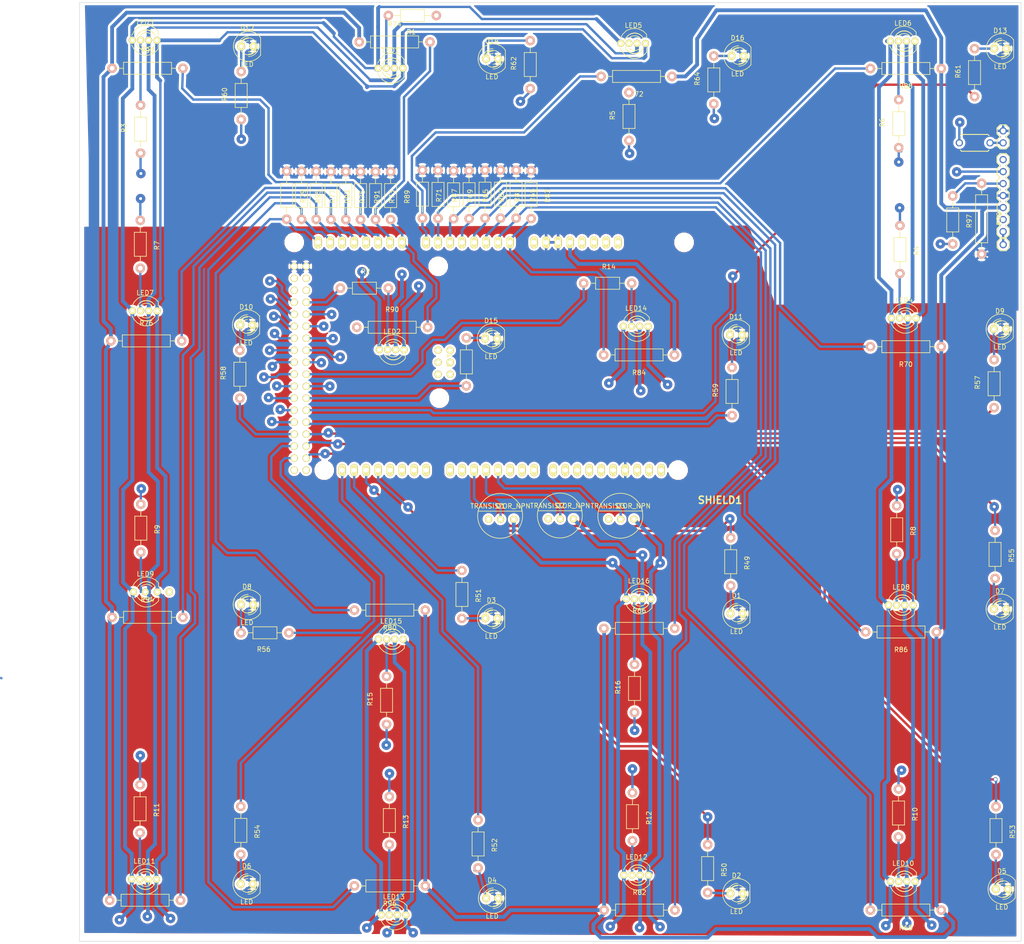
<source format=kicad_pcb>
(kicad_pcb (version 4) (host pcbnew 0.201501251816+5388~20~ubuntu14.04.1-product)
  (layers (0 F.Cu jumper) (31 B.Cu signal) (34 B.Paste user) (35 F.Paste user) (36 B.SilkS user) (37 F.SilkS user) (38 B.Mask user) (39 F.Mask user) (44 Edge.Cuts user))
  (net 0 "")
  (net 1 "Net-(BT1-Pad1)")
  (net 2 GND)
  (net 3 "Net-(JP1-Pad1)")
  (net 4 "Net-(JP2-Pad2)")
  (net 5 5V)
  (net 6 "Net-(JP2-Pad5)")
  (net 7 "Net-(JP2-Pad6)")
  (net 8 "Net-(JP2-Pad7)")
  (net 9 "Net-(R1-Pad1)")
  (net 10 "Net-(LED1-PadA)")
  (net 11 "Net-(R2-Pad1)")
  (net 12 "Net-(LED2-PadA)")
  (net 13 "Net-(R3-Pad1)")
  (net 14 "Net-(LED3-PadA)")
  (net 15 "Net-(R4-Pad1)")
  (net 16 "Net-(LED4-PadA)")
  (net 17 "Net-(R5-Pad1)")
  (net 18 "Net-(LED5-PadA)")
  (net 19 "Net-(R6-Pad1)")
  (net 20 "Net-(LED6-PadA)")
  (net 21 "Net-(R7-Pad1)")
  (net 22 "Net-(LED7-PadA)")
  (net 23 "Net-(R8-Pad1)")
  (net 24 "Net-(LED8-PadA)")
  (net 25 "Net-(R9-Pad1)")
  (net 26 "Net-(LED9-PadA)")
  (net 27 "Net-(R10-Pad1)")
  (net 28 "Net-(LED10-PadA)")
  (net 29 "Net-(R11-Pad1)")
  (net 30 "Net-(LED11-PadA)")
  (net 31 "Net-(R12-Pad1)")
  (net 32 "Net-(LED12-PadA)")
  (net 33 "Net-(LED13-PadA)")
  (net 34 "Net-(LED14-PadA)")
  (net 35 "Net-(LED15-PadA)")
  (net 36 "Net-(LED16-PadA)")
  (net 37 "Net-(R49-Pad1)")
  (net 38 "Net-(R50-Pad1)")
  (net 39 "Net-(R51-Pad1)")
  (net 40 "Net-(R52-Pad1)")
  (net 41 "Net-(R53-Pad1)")
  (net 42 "Net-(R54-Pad1)")
  (net 43 "Net-(R55-Pad1)")
  (net 44 "Net-(R56-Pad1)")
  (net 45 "Net-(R57-Pad1)")
  (net 46 "Net-(R58-Pad1)")
  (net 47 "Net-(R59-Pad1)")
  (net 48 "Net-(R60-Pad1)")
  (net 49 "Net-(R61-Pad1)")
  (net 50 "Net-(R62-Pad1)")
  (net 51 "Net-(R63-Pad1)")
  (net 52 "Net-(R64-Pad1)")
  (net 53 "Net-(R65-Pad2)")
  (net 54 "Net-(R67-Pad2)")
  (net 55 "Net-(R69-Pad2)")
  (net 56 "Net-(R71-Pad2)")
  (net 57 "Net-(R73-Pad2)")
  (net 58 "Net-(R75-Pad2)")
  (net 59 "Net-(R77-Pad2)")
  (net 60 "Net-(R79-Pad2)")
  (net 61 "Net-(R81-Pad2)")
  (net 62 "Net-(R83-Pad2)")
  (net 63 "Net-(R85-Pad2)")
  (net 64 "Net-(R87-Pad2)")
  (net 65 "Net-(R89-Pad2)")
  (net 66 "Net-(R91-Pad2)")
  (net 67 "Net-(R93-Pad2)")
  (net 68 "Net-(R95-Pad2)")
  (net 69 "Net-(R97-Pad2)")
  (net 70 "Net-(SHIELD1-Pad14)")
  (net 71 "Net-(SHIELD1-Pad15)")
  (net 72 "Net-(SHIELD1-Pad16)")
  (net 73 "Net-(SHIELD1-Pad17)")
  (net 74 "Net-(SHIELD1-PadV_IN)")
  (net 75 "Net-(SHIELD1-Pad3V3)")
  (net 76 "Net-(SHIELD1-PadRST)")
  (net 77 "Net-(SHIELD1-Pad0)")
  (net 78 "Net-(SHIELD1-Pad1)")
  (net 79 "Net-(SHIELD1-Pad5)")
  (net 80 "Net-(SHIELD1-Pad6)")
  (net 81 "Net-(SHIELD1-Pad7)")
  (net 82 "Net-(SHIELD1-Pad8)")
  (net 83 "Net-(SHIELD1-Pad9)")
  (net 84 "Net-(SHIELD1-Pad12)")
  (net 85 "Net-(SHIELD1-Pad13)")
  (net 86 "Net-(SHIELD1-PadAREF)")
  (net 87 "Net-(SHIELD1-Pad5V_4)")
  (net 88 "Net-(SHIELD1-Pad5V_5)")
  (net 89 "Net-(SHIELD1-Pad50)")
  (net 90 "Net-(SHIELD1-Pad51)")
  (net 91 "Net-(SHIELD1-Pad52)")
  (net 92 "Net-(SHIELD1-Pad53)")
  (net 93 "Net-(SHIELD1-PadSP1)")
  (net 94 "Net-(SHIELD1-PadSP2)")
  (net 95 "Net-(SHIELD1-PadSP3)")
  (net 96 "Net-(SHIELD1-PadSP4)")
  (net 97 "Net-(SHIELD1-PadSP5)")
  (net 98 "Net-(SHIELD1-PadSP6)")
  (net 99 "Net-(SHIELD1-PadIO_R)")
  (net 100 "Net-(SHIELD1-PadNC)")
  (net 101 "Net-(SHIELD1-PadSDA)")
  (net 102 "Net-(SHIELD1-PadSCL)")
  (net 103 R)
  (net 104 G)
  (net 105 B)
  (net 106 "Net-(Q1-PadE)")
  (net 107 "Net-(Q1-PadB)")
  (net 108 "Net-(Q2-PadE)")
  (net 109 "Net-(Q2-PadB)")
  (net 110 "Net-(Q3-PadB)")
  (net 111 "Net-(D1-Pad1)")
  (net 112 "Net-(D2-Pad1)")
  (net 113 "Net-(D3-Pad1)")
  (net 114 "Net-(D4-Pad1)")
  (net 115 "Net-(D5-Pad1)")
  (net 116 "Net-(D6-Pad1)")
  (net 117 "Net-(D7-Pad1)")
  (net 118 "Net-(D8-Pad1)")
  (net 119 "Net-(D9-Pad1)")
  (net 120 "Net-(D10-Pad1)")
  (net 121 "Net-(D11-Pad1)")
  (net 122 "Net-(D12-Pad1)")
  (net 123 "Net-(D13-Pad1)")
  (net 124 "Net-(D14-Pad1)")
  (net 125 "Net-(D15-Pad1)")
  (net 126 "Net-(D16-Pad1)")
  (net 127 "Net-(R13-Pad2)")
  (net 128 "Net-(R14-Pad2)")
  (net 129 "Net-(R15-Pad2)")
  (net 130 "Net-(R16-Pad2)")
  (module finn_kicad:LED-RGB-comA-5MM (layer F.Cu) (at 111.4806 40.2844)
    (fp_text reference LED9 (at 0 -3.81) (layer F.SilkS))
    (fp_text value LED_RGB_COM_A hide)
    (pad KR thru_hole circle (at -2.54 0) (size 1.524 1.524) (drill 0.762) (layers *.Cu *.Mask F.SilkS) (net 103 R))
    (pad A thru_hole circle (at 0 0) (size 1.52 1.52) (drill 0.762) (layers *.Cu *.Mask F.SilkS) (net 26 "Net-(LED9-PadA)"))
    (pad KG thru_hole circle (at 2.54 0) (size 1.524 1.524) (drill 0.762) (layers *.Cu *.Mask F.SilkS) (net 104 G))
    (pad KB thru_hole circle (at 5.08 0) (size 1.524 1.524) (drill 0.762) (layers *.Cu *.Mask F.SilkS) (net 105 B))
  )
  (module Freetronics:1X02 (layer F.Cu) (at 293.116 -54.864 90)
    (fp_text reference BT1)
    (fp_text value BATTERY hide)
    (pad 1 thru_hole oval (at 0 0 180) (size 1.524 1.524) (drill 1.016) (layers *.Cu *.Mask) (net 1 "Net-(BT1-Pad1)"))
    (pad 2 thru_hole oval (at 2.54 0 180) (size 1.524 1.524) (drill 1.016) (layers *.Cu *.Mask) (net 2 GND))
  )
  (module Freetronics:1X01 (layer F.Cu) (at 293.1414 -33.2994)
    (fp_text reference JP1)
    (fp_text value M01 hide)
    (pad 1 thru_hole oval (at 0 0 90) (size 1.524 1.524) (drill 1.016) (layers *.Cu *.Mask) (net 3 "Net-(JP1-Pad1)"))
  )
  (module Freetronics:1X07 (layer F.Cu) (at 293.116 -36.068 90)
    (fp_text reference JP2)
    (fp_text value M07 hide)
    (pad 1 thru_hole oval (at 0 0 180) (size 1.524 1.524) (drill 1.016) (layers *.Cu *.Mask) (net 3 "Net-(JP1-Pad1)"))
    (pad 2 thru_hole oval (at 2.54 0 180) (size 1.524 1.524) (drill 1.016) (layers *.Cu *.Mask) (net 4 "Net-(JP2-Pad2)"))
    (pad 3 thru_hole oval (at 5.08 0 180) (size 1.524 1.524) (drill 1.016) (layers *.Cu *.Mask) (net 5 5V))
    (pad 4 thru_hole oval (at 7.62 0 180) (size 1.524 1.524) (drill 1.016) (layers *.Cu *.Mask) (net 2 GND))
    (pad 5 thru_hole oval (at 10.16 0 180) (size 1.524 1.524) (drill 1.016) (layers *.Cu *.Mask) (net 6 "Net-(JP2-Pad5)"))
    (pad 6 thru_hole oval (at 12.7 0 180) (size 1.524 1.524) (drill 1.016) (layers *.Cu *.Mask) (net 7 "Net-(JP2-Pad6)"))
    (pad 7 thru_hole oval (at 15.24 0 180) (size 1.524 1.524) (drill 1.016) (layers *.Cu *.Mask) (net 8 "Net-(JP2-Pad7)"))
  )
  (module Resistors_ThroughHole:Resistor_Horizontal_RM15mm (layer F.Cu) (at 288.5694 -38.7858 270)
    (fp_text reference R98 (at 0 -3.74904 270) (layer F.SilkS))
    (fp_text value R hide)
    (pad 1 thru_hole circle (at -7.5 0 270) (size 1.99898 1.99898) (drill 1.00076) (layers *.Cu *.SilkS *.Mask) (net 6 "Net-(JP2-Pad5)"))
    (pad 2 thru_hole circle (at 7.5 0 270) (size 1.99898 1.99898) (drill 1.00076) (layers *.Cu *.SilkS *.Mask) (net 2 GND))
  )
  (module Freetronics:ARDUINO_MEGA_SHIELD (layer F.Cu) (at 239.522 -36.322 180)
    (fp_text reference SHIELD1 (at 6.35 -57.15 180) (layer F.SilkS) (effects (font (thickness 0.3048))))
    (fp_text value ARDUINO_MEGA_SHIELD hide)
    (pad 14 thru_hole oval (at 68.58 -50.8 270) (size 2.54 1.524) (drill 1.016) (layers *.Cu *.Mask F.SilkS) (net 70 "Net-(SHIELD1-Pad14)"))
    (pad 15 thru_hole oval (at 71.12 -50.8 270) (size 2.54 1.524) (drill 1.016) (layers *.Cu *.Mask F.SilkS) (net 71 "Net-(SHIELD1-Pad15)"))
    (pad 16 thru_hole oval (at 73.66 -50.8 270) (size 2.54 1.524) (drill 1.016) (layers *.Cu *.Mask F.SilkS) (net 72 "Net-(SHIELD1-Pad16)"))
    (pad 17 thru_hole oval (at 76.2 -50.8 270) (size 2.54 1.524) (drill 1.016) (layers *.Cu *.Mask F.SilkS) (net 73 "Net-(SHIELD1-Pad17)"))
    (pad 18 thru_hole oval (at 78.74 -50.8 270) (size 2.54 1.524) (drill 1.016) (layers *.Cu *.Mask F.SilkS) (net 37 "Net-(R49-Pad1)"))
    (pad 19 thru_hole oval (at 81.28 -50.8 270) (size 2.54 1.524) (drill 1.016) (layers *.Cu *.Mask F.SilkS) (net 38 "Net-(R50-Pad1)"))
    (pad 20 thru_hole oval (at 83.82 -50.8 270) (size 2.54 1.524) (drill 1.016) (layers *.Cu *.Mask F.SilkS) (net 39 "Net-(R51-Pad1)"))
    (pad 21 thru_hole oval (at 86.36 -50.8 270) (size 2.54 1.524) (drill 1.016) (layers *.Cu *.Mask F.SilkS) (net 40 "Net-(R52-Pad1)"))
    (pad AD15 thru_hole oval (at 91.44 -2.54 270) (size 2.54 1.524) (drill 1.016) (layers *.Cu *.Mask F.SilkS) (net 60 "Net-(R79-Pad2)"))
    (pad AD14 thru_hole oval (at 88.9 -2.54 270) (size 2.54 1.524) (drill 1.016) (layers *.Cu *.Mask F.SilkS) (net 68 "Net-(R95-Pad2)"))
    (pad AD13 thru_hole oval (at 86.36 -2.54 270) (size 2.54 1.524) (drill 1.016) (layers *.Cu *.Mask F.SilkS) (net 59 "Net-(R77-Pad2)"))
    (pad AD12 thru_hole oval (at 83.82 -2.54 270) (size 2.54 1.524) (drill 1.016) (layers *.Cu *.Mask F.SilkS) (net 67 "Net-(R93-Pad2)"))
    (pad AD8 thru_hole oval (at 73.66 -2.54 270) (size 2.54 1.524) (drill 1.016) (layers *.Cu *.Mask F.SilkS) (net 65 "Net-(R89-Pad2)"))
    (pad AD7 thru_hole oval (at 68.58 -2.54 270) (size 2.54 1.524) (drill 1.016) (layers *.Cu *.Mask F.SilkS) (net 56 "Net-(R71-Pad2)"))
    (pad AD6 thru_hole oval (at 66.04 -2.54 270) (size 2.54 1.524) (drill 1.016) (layers *.Cu *.Mask F.SilkS) (net 64 "Net-(R87-Pad2)"))
    (pad AD9 thru_hole oval (at 76.2 -2.54 270) (size 2.54 1.524) (drill 1.016) (layers *.Cu *.Mask F.SilkS) (net 57 "Net-(R73-Pad2)"))
    (pad AD10 thru_hole oval (at 78.74 -2.54 270) (size 2.54 1.524) (drill 1.016) (layers *.Cu *.Mask F.SilkS) (net 66 "Net-(R91-Pad2)"))
    (pad AD11 thru_hole oval (at 81.28 -2.54 270) (size 2.54 1.524) (drill 1.016) (layers *.Cu *.Mask F.SilkS) (net 58 "Net-(R75-Pad2)"))
    (pad AD5 thru_hole oval (at 63.5 -2.54 270) (size 2.54 1.524) (drill 1.016) (layers *.Cu *.Mask F.SilkS) (net 55 "Net-(R69-Pad2)"))
    (pad AD4 thru_hole oval (at 60.96 -2.54 270) (size 2.54 1.524) (drill 1.016) (layers *.Cu *.Mask F.SilkS) (net 63 "Net-(R85-Pad2)"))
    (pad AD3 thru_hole oval (at 58.42 -2.54 270) (size 2.54 1.524) (drill 1.016) (layers *.Cu *.Mask F.SilkS) (net 54 "Net-(R67-Pad2)"))
    (pad AD0 thru_hole oval (at 50.8 -2.54 270) (size 2.54 1.524) (drill 1.016) (layers *.Cu *.Mask F.SilkS) (net 62 "Net-(R83-Pad2)"))
    (pad AD1 thru_hole oval (at 53.34 -2.54 270) (size 2.54 1.524) (drill 1.016) (layers *.Cu *.Mask F.SilkS) (net 53 "Net-(R65-Pad2)"))
    (pad AD2 thru_hole oval (at 55.88 -2.54 270) (size 2.54 1.524) (drill 1.016) (layers *.Cu *.Mask F.SilkS) (net 61 "Net-(R81-Pad2)"))
    (pad V_IN thru_hole oval (at 45.72 -2.54 270) (size 2.54 1.524) (drill 1.016) (layers *.Cu *.Mask F.SilkS) (net 74 "Net-(SHIELD1-PadV_IN)"))
    (pad GND2 thru_hole oval (at 43.18 -2.54 270) (size 2.54 1.524) (drill 1.016) (layers *.Cu *.Mask F.SilkS) (net 2 GND))
    (pad GND1 thru_hole oval (at 40.64 -2.54 270) (size 2.54 1.524) (drill 1.016) (layers *.Cu *.Mask F.SilkS) (net 2 GND))
    (pad 3V3 thru_hole oval (at 35.56 -2.54 270) (size 2.54 1.524) (drill 1.016) (layers *.Cu *.Mask F.SilkS) (net 75 "Net-(SHIELD1-Pad3V3)"))
    (pad RST thru_hole oval (at 33.02 -2.54 270) (size 2.54 1.524) (drill 1.016) (layers *.Cu *.Mask F.SilkS) (net 76 "Net-(SHIELD1-PadRST)"))
    (pad 0 thru_hole oval (at 63.5 -50.8 270) (size 2.54 1.524) (drill 1.016) (layers *.Cu *.Mask F.SilkS) (net 77 "Net-(SHIELD1-Pad0)"))
    (pad 1 thru_hole oval (at 60.96 -50.8 270) (size 2.54 1.524) (drill 1.016) (layers *.Cu *.Mask F.SilkS) (net 78 "Net-(SHIELD1-Pad1)"))
    (pad 2 thru_hole oval (at 58.42 -50.8 270) (size 2.54 1.524) (drill 1.016) (layers *.Cu *.Mask F.SilkS) (net 107 "Net-(Q1-PadB)"))
    (pad 3 thru_hole oval (at 55.88 -50.8 270) (size 2.54 1.524) (drill 1.016) (layers *.Cu *.Mask F.SilkS) (net 109 "Net-(Q2-PadB)"))
    (pad 4 thru_hole oval (at 53.34 -50.8 270) (size 2.54 1.524) (drill 1.016) (layers *.Cu *.Mask F.SilkS) (net 110 "Net-(Q3-PadB)"))
    (pad 5 thru_hole oval (at 50.8 -50.8 270) (size 2.54 1.524) (drill 1.016) (layers *.Cu *.Mask F.SilkS) (net 79 "Net-(SHIELD1-Pad5)"))
    (pad 6 thru_hole oval (at 48.26 -50.8 270) (size 2.54 1.524) (drill 1.016) (layers *.Cu *.Mask F.SilkS) (net 80 "Net-(SHIELD1-Pad6)"))
    (pad 7 thru_hole oval (at 45.72 -50.8 270) (size 2.54 1.524) (drill 1.016) (layers *.Cu *.Mask F.SilkS) (net 81 "Net-(SHIELD1-Pad7)"))
    (pad 8 thru_hole oval (at 41.656 -50.8 270) (size 2.54 1.524) (drill 1.016) (layers *.Cu *.Mask F.SilkS) (net 82 "Net-(SHIELD1-Pad8)"))
    (pad 9 thru_hole oval (at 39.116 -50.8 270) (size 2.54 1.524) (drill 1.016) (layers *.Cu *.Mask F.SilkS) (net 83 "Net-(SHIELD1-Pad9)"))
    (pad 10 thru_hole oval (at 36.576 -50.8 270) (size 2.54 1.524) (drill 1.016) (layers *.Cu *.Mask F.SilkS) (net 7 "Net-(JP2-Pad6)"))
    (pad 11 thru_hole oval (at 34.036 -50.8 270) (size 2.54 1.524) (drill 1.016) (layers *.Cu *.Mask F.SilkS) (net 69 "Net-(R97-Pad2)"))
    (pad 12 thru_hole oval (at 31.496 -50.8 270) (size 2.54 1.524) (drill 1.016) (layers *.Cu *.Mask F.SilkS) (net 84 "Net-(SHIELD1-Pad12)"))
    (pad 13 thru_hole oval (at 28.956 -50.8 270) (size 2.54 1.524) (drill 1.016) (layers *.Cu *.Mask F.SilkS) (net 85 "Net-(SHIELD1-Pad13)"))
    (pad GND3 thru_hole oval (at 26.416 -50.8 270) (size 2.54 1.524) (drill 1.016) (layers *.Cu *.Mask F.SilkS) (net 2 GND))
    (pad AREF thru_hole oval (at 23.876 -50.8 270) (size 2.54 1.524) (drill 1.016) (layers *.Cu *.Mask F.SilkS) (net 86 "Net-(SHIELD1-PadAREF)"))
    (pad 5V thru_hole oval (at 38.1 -2.54 270) (size 2.54 1.524) (drill 1.016) (layers *.Cu *.Mask F.SilkS) (net 5 5V))
    (pad "" np_thru_hole circle (at 96.52 -2.54 270) (size 3.175 3.175) (drill 3.175) (layers *.Cu *.Mask F.SilkS))
    (pad "" np_thru_hole circle (at 90.17 -50.8 270) (size 3.175 3.175) (drill 3.175) (layers *.Cu *.Mask F.SilkS))
    (pad "" np_thru_hole circle (at 15.24 -50.8 270) (size 3.175 3.175) (drill 3.175) (layers *.Cu *.Mask F.SilkS))
    (pad "" np_thru_hole circle (at 13.97 -2.54 270) (size 3.175 3.175) (drill 3.175) (layers *.Cu *.Mask F.SilkS))
    (pad 22 thru_hole circle (at 93.98 -48.26 180) (size 1.524 1.524) (drill 1.016) (layers *.Cu *.Mask F.SilkS) (net 41 "Net-(R53-Pad1)"))
    (pad 23 thru_hole circle (at 96.52 -48.26 180) (size 1.524 1.524) (drill 1.016) (layers *.Cu *.Mask F.SilkS) (net 42 "Net-(R54-Pad1)"))
    (pad 24 thru_hole circle (at 93.98 -45.72 180) (size 1.524 1.524) (drill 1.016) (layers *.Cu *.Mask F.SilkS) (net 43 "Net-(R55-Pad1)"))
    (pad 25 thru_hole circle (at 96.52 -45.72 180) (size 1.524 1.524) (drill 1.016) (layers *.Cu *.Mask F.SilkS) (net 44 "Net-(R56-Pad1)"))
    (pad 26 thru_hole circle (at 93.98 -43.18 180) (size 1.524 1.524) (drill 1.016) (layers *.Cu *.Mask F.SilkS) (net 45 "Net-(R57-Pad1)"))
    (pad 27 thru_hole circle (at 96.52 -43.18 180) (size 1.524 1.524) (drill 1.016) (layers *.Cu *.Mask F.SilkS) (net 46 "Net-(R58-Pad1)"))
    (pad 28 thru_hole circle (at 93.98 -40.64 180) (size 1.524 1.524) (drill 1.016) (layers *.Cu *.Mask F.SilkS) (net 47 "Net-(R59-Pad1)"))
    (pad 29 thru_hole circle (at 96.52 -40.64 180) (size 1.524 1.524) (drill 1.016) (layers *.Cu *.Mask F.SilkS) (net 48 "Net-(R60-Pad1)"))
    (pad 5V_4 thru_hole circle (at 93.98 -50.8 180) (size 1.524 1.524) (drill 1.016) (layers *.Cu *.Mask F.SilkS) (net 87 "Net-(SHIELD1-Pad5V_4)"))
    (pad 5V_5 thru_hole circle (at 96.52 -50.8 180) (size 1.524 1.524) (drill 1.016) (layers *.Cu *.Mask F.SilkS) (net 88 "Net-(SHIELD1-Pad5V_5)"))
    (pad 31 thru_hole circle (at 96.52 -38.1 180) (size 1.524 1.524) (drill 1.016) (layers *.Cu *.Mask F.SilkS) (net 50 "Net-(R62-Pad1)"))
    (pad 30 thru_hole circle (at 93.98 -38.1 180) (size 1.524 1.524) (drill 1.016) (layers *.Cu *.Mask F.SilkS) (net 49 "Net-(R61-Pad1)"))
    (pad 32 thru_hole circle (at 93.98 -35.56 180) (size 1.524 1.524) (drill 1.016) (layers *.Cu *.Mask F.SilkS) (net 51 "Net-(R63-Pad1)"))
    (pad 33 thru_hole circle (at 96.52 -35.56 180) (size 1.524 1.524) (drill 1.016) (layers *.Cu *.Mask F.SilkS) (net 52 "Net-(R64-Pad1)"))
    (pad 34 thru_hole circle (at 93.98 -33.02 180) (size 1.524 1.524) (drill 1.016) (layers *.Cu *.Mask F.SilkS) (net 127 "Net-(R13-Pad2)"))
    (pad 35 thru_hole circle (at 96.52 -33.02 180) (size 1.524 1.524) (drill 1.016) (layers *.Cu *.Mask F.SilkS) (net 128 "Net-(R14-Pad2)"))
    (pad 36 thru_hole circle (at 93.98 -30.48 180) (size 1.524 1.524) (drill 1.016) (layers *.Cu *.Mask F.SilkS) (net 129 "Net-(R15-Pad2)"))
    (pad 37 thru_hole circle (at 96.52 -30.48 180) (size 1.524 1.524) (drill 1.016) (layers *.Cu *.Mask F.SilkS) (net 130 "Net-(R16-Pad2)"))
    (pad 38 thru_hole circle (at 93.98 -27.94 180) (size 1.524 1.524) (drill 1.016) (layers *.Cu *.Mask F.SilkS) (net 31 "Net-(R12-Pad1)"))
    (pad 39 thru_hole circle (at 96.52 -27.94 180) (size 1.524 1.524) (drill 1.016) (layers *.Cu *.Mask F.SilkS) (net 29 "Net-(R11-Pad1)"))
    (pad 40 thru_hole circle (at 93.98 -25.4 180) (size 1.524 1.524) (drill 1.016) (layers *.Cu *.Mask F.SilkS) (net 27 "Net-(R10-Pad1)"))
    (pad 41 thru_hole circle (at 96.52 -25.4 180) (size 1.524 1.524) (drill 1.016) (layers *.Cu *.Mask F.SilkS) (net 25 "Net-(R9-Pad1)"))
    (pad 42 thru_hole circle (at 93.98 -22.86 180) (size 1.524 1.524) (drill 1.016) (layers *.Cu *.Mask F.SilkS) (net 23 "Net-(R8-Pad1)"))
    (pad 43 thru_hole circle (at 96.52 -22.86 180) (size 1.524 1.524) (drill 1.016) (layers *.Cu *.Mask F.SilkS) (net 21 "Net-(R7-Pad1)"))
    (pad 44 thru_hole circle (at 93.98 -20.32 180) (size 1.524 1.524) (drill 1.016) (layers *.Cu *.Mask F.SilkS) (net 19 "Net-(R6-Pad1)"))
    (pad 45 thru_hole circle (at 96.52 -20.32 180) (size 1.524 1.524) (drill 1.016) (layers *.Cu *.Mask F.SilkS) (net 17 "Net-(R5-Pad1)"))
    (pad 46 thru_hole circle (at 93.98 -17.78 180) (size 1.524 1.524) (drill 1.016) (layers *.Cu *.Mask F.SilkS) (net 15 "Net-(R4-Pad1)"))
    (pad 47 thru_hole circle (at 96.52 -17.78 180) (size 1.524 1.524) (drill 1.016) (layers *.Cu *.Mask F.SilkS) (net 13 "Net-(R3-Pad1)"))
    (pad 48 thru_hole circle (at 93.98 -15.24 180) (size 1.524 1.524) (drill 1.016) (layers *.Cu *.Mask F.SilkS) (net 11 "Net-(R2-Pad1)"))
    (pad 49 thru_hole circle (at 96.52 -15.24 180) (size 1.524 1.524) (drill 1.016) (layers *.Cu *.Mask F.SilkS) (net 9 "Net-(R1-Pad1)"))
    (pad 50 thru_hole circle (at 93.98 -12.7 180) (size 1.524 1.524) (drill 1.016) (layers *.Cu *.Mask F.SilkS) (net 89 "Net-(SHIELD1-Pad50)"))
    (pad 51 thru_hole circle (at 96.52 -12.7 180) (size 1.524 1.524) (drill 1.016) (layers *.Cu *.Mask F.SilkS) (net 90 "Net-(SHIELD1-Pad51)"))
    (pad 52 thru_hole circle (at 93.98 -10.16 180) (size 1.524 1.524) (drill 1.016) (layers *.Cu *.Mask F.SilkS) (net 91 "Net-(SHIELD1-Pad52)"))
    (pad 53 thru_hole circle (at 96.52 -10.16 180) (size 1.524 1.524) (drill 1.016) (layers *.Cu *.Mask F.SilkS) (net 92 "Net-(SHIELD1-Pad53)"))
    (pad GND4 thru_hole circle (at 93.98 -7.62 180) (size 1.524 1.524) (drill 1.016) (layers *.Cu *.Mask F.SilkS) (net 2 GND))
    (pad GND5 thru_hole circle (at 96.52 -7.62 180) (size 1.524 1.524) (drill 1.016) (layers *.Cu *.Mask F.SilkS) (net 2 GND))
    (pad SP1 thru_hole circle (at 63.5 -30.48 180) (size 1.524 1.524) (drill 0.8128) (layers *.Cu *.Mask F.SilkS) (net 93 "Net-(SHIELD1-PadSP1)"))
    (pad SP2 thru_hole circle (at 66.04 -30.48 180) (size 1.524 1.524) (drill 0.8128) (layers *.Cu *.Mask F.SilkS) (net 94 "Net-(SHIELD1-PadSP2)"))
    (pad SP3 thru_hole circle (at 63.5 -27.94 180) (size 1.524 1.524) (drill 0.8128) (layers *.Cu *.Mask F.SilkS) (net 95 "Net-(SHIELD1-PadSP3)"))
    (pad SP4 thru_hole circle (at 66.04 -27.94 180) (size 1.524 1.524) (drill 0.8128) (layers *.Cu *.Mask F.SilkS) (net 96 "Net-(SHIELD1-PadSP4)"))
    (pad SP5 thru_hole circle (at 63.5 -25.4 180) (size 1.524 1.524) (drill 0.8128) (layers *.Cu *.Mask F.SilkS) (net 97 "Net-(SHIELD1-PadSP5)"))
    (pad SP6 thru_hole circle (at 66.04 -25.4 180) (size 1.524 1.524) (drill 0.8128) (layers *.Cu *.Mask F.SilkS) (net 98 "Net-(SHIELD1-PadSP6)"))
    (pad "" np_thru_hole circle (at 65.786 -35.56 180) (size 3.175 3.175) (drill 3.175) (layers *.Cu *.Mask F.SilkS))
    (pad "" np_thru_hole circle (at 66.04 -7.62 180) (size 3.175 3.175) (drill 3.175) (layers *.Cu *.Mask F.SilkS))
    (pad IO_R thru_hole oval (at 30.48 -2.54 270) (size 2.54 1.524) (drill 1.016) (layers *.Cu *.Mask F.SilkS) (net 99 "Net-(SHIELD1-PadIO_R)"))
    (pad NC thru_hole oval (at 27.94 -2.54 270) (size 2.54 1.524) (drill 1.016) (layers *.Cu *.Mask F.SilkS) (net 100 "Net-(SHIELD1-PadNC)"))
    (pad SDA thru_hole oval (at 21.336 -50.8 270) (size 2.54 1.524) (drill 1.016) (layers *.Cu *.Mask F.SilkS) (net 101 "Net-(SHIELD1-PadSDA)"))
    (pad SCL thru_hole oval (at 18.796 -50.8 270) (size 2.54 1.524) (drill 1.016) (layers *.Cu *.Mask F.SilkS) (net 102 "Net-(SHIELD1-PadSCL)"))
  )
  (module Resistors_ThroughHole:Resistor_Horizontal_RM15mm (layer F.Cu) (at 216.0778 48.006)
    (fp_text reference R66 (at 0 -3.74904) (layer F.SilkS))
    (fp_text value RES_PHOTO_LDR hide)
    (pad 1 thru_hole circle (at -7.5 0) (size 1.99898 1.99898) (drill 1.00076) (layers *.Cu *.SilkS *.Mask) (net 5 5V))
    (pad 2 thru_hole circle (at 7.5 0) (size 1.99898 1.99898) (drill 1.00076) (layers *.Cu *.SilkS *.Mask) (net 53 "Net-(R65-Pad2)"))
  )
  (module Resistors_ThroughHole:Resistor_Horizontal_RM15mm (layer F.Cu) (at 272.5166 107.696 180)
    (fp_text reference R68 (at 0 -3.74904 180) (layer F.SilkS))
    (fp_text value RES_PHOTO_LDR hide)
    (pad 1 thru_hole circle (at -7.5 0 180) (size 1.99898 1.99898) (drill 1.00076) (layers *.Cu *.SilkS *.Mask) (net 5 5V))
    (pad 2 thru_hole circle (at 7.5 0 180) (size 1.99898 1.99898) (drill 1.00076) (layers *.Cu *.SilkS *.Mask) (net 54 "Net-(R67-Pad2)"))
  )
  (module Resistors_ThroughHole:Resistor_Horizontal_RM15mm (layer F.Cu) (at 272.5166 -11.684 180)
    (fp_text reference R70 (at 0 -3.74904 180) (layer F.SilkS))
    (fp_text value RES_PHOTO_LDR hide)
    (pad 1 thru_hole circle (at -7.5 0 180) (size 1.99898 1.99898) (drill 1.00076) (layers *.Cu *.SilkS *.Mask) (net 5 5V))
    (pad 2 thru_hole circle (at 7.5 0 180) (size 1.99898 1.99898) (drill 1.00076) (layers *.Cu *.SilkS *.Mask) (net 55 "Net-(R69-Pad2)"))
  )
  (module Resistors_ThroughHole:Resistor_Horizontal_RM15mm (layer F.Cu) (at 215.4936 -68.9356 180)
    (fp_text reference R72 (at 0 -3.74904 180) (layer F.SilkS))
    (fp_text value RES_PHOTO_LDR hide)
    (pad 1 thru_hole circle (at -7.5 0 180) (size 1.99898 1.99898) (drill 1.00076) (layers *.Cu *.SilkS *.Mask) (net 5 5V))
    (pad 2 thru_hole circle (at 7.5 0 180) (size 1.99898 1.99898) (drill 1.00076) (layers *.Cu *.SilkS *.Mask) (net 56 "Net-(R71-Pad2)"))
  )
  (module Resistors_ThroughHole:Resistor_Horizontal_RM15mm (layer F.Cu) (at 164.2618 -76.2508)
    (fp_text reference R74 (at 0 -3.74904) (layer F.SilkS))
    (fp_text value RES_PHOTO_LDR hide)
    (pad 1 thru_hole circle (at -7.5 0) (size 1.99898 1.99898) (drill 1.00076) (layers *.Cu *.SilkS *.Mask) (net 5 5V))
    (pad 2 thru_hole circle (at 7.5 0) (size 1.99898 1.99898) (drill 1.00076) (layers *.Cu *.SilkS *.Mask) (net 57 "Net-(R73-Pad2)"))
  )
  (module Resistors_ThroughHole:Resistor_Horizontal_RM15mm (layer F.Cu) (at 111.6838 -12.9032)
    (fp_text reference R76 (at 0 -3.74904) (layer F.SilkS))
    (fp_text value RES_PHOTO_LDR hide)
    (pad 1 thru_hole circle (at -7.5 0) (size 1.99898 1.99898) (drill 1.00076) (layers *.Cu *.SilkS *.Mask) (net 5 5V))
    (pad 2 thru_hole circle (at 7.5 0) (size 1.99898 1.99898) (drill 1.00076) (layers *.Cu *.SilkS *.Mask) (net 58 "Net-(R75-Pad2)"))
  )
  (module Resistors_ThroughHole:Resistor_Horizontal_RM15mm (layer F.Cu) (at 111.4298 105.6132)
    (fp_text reference R78 (at 0 -3.74904) (layer F.SilkS))
    (fp_text value RES_PHOTO_LDR hide)
    (pad 1 thru_hole circle (at -7.5 0) (size 1.99898 1.99898) (drill 1.00076) (layers *.Cu *.SilkS *.Mask) (net 5 5V))
    (pad 2 thru_hole circle (at 7.5 0) (size 1.99898 1.99898) (drill 1.00076) (layers *.Cu *.SilkS *.Mask) (net 59 "Net-(R77-Pad2)"))
  )
  (module Resistors_ThroughHole:Resistor_Horizontal_RM15mm (layer F.Cu) (at 163.2458 44.1452 180)
    (fp_text reference R80 (at 0 -3.74904 180) (layer F.SilkS))
    (fp_text value RES_PHOTO_LDR hide)
    (pad 1 thru_hole circle (at -7.5 0 180) (size 1.99898 1.99898) (drill 1.00076) (layers *.Cu *.SilkS *.Mask) (net 5 5V))
    (pad 2 thru_hole circle (at 7.5 0 180) (size 1.99898 1.99898) (drill 1.00076) (layers *.Cu *.SilkS *.Mask) (net 60 "Net-(R79-Pad2)"))
  )
  (module Resistors_ThroughHole:Resistor_Horizontal_RM15mm (layer F.Cu) (at 216.1286 107.696)
    (fp_text reference R82 (at 0 -3.74904) (layer F.SilkS))
    (fp_text value RES_PHOTO_LDR hide)
    (pad 1 thru_hole circle (at -7.5 0) (size 1.99898 1.99898) (drill 1.00076) (layers *.Cu *.SilkS *.Mask) (net 5 5V))
    (pad 2 thru_hole circle (at 7.5 0) (size 1.99898 1.99898) (drill 1.00076) (layers *.Cu *.SilkS *.Mask) (net 61 "Net-(R81-Pad2)"))
  )
  (module Resistors_ThroughHole:Resistor_Horizontal_RM15mm (layer F.Cu) (at 216.027 -9.9314 180)
    (fp_text reference R84 (at 0 -3.74904 180) (layer F.SilkS))
    (fp_text value RES_PHOTO_LDR hide)
    (pad 1 thru_hole circle (at -7.5 0 180) (size 1.99898 1.99898) (drill 1.00076) (layers *.Cu *.SilkS *.Mask) (net 5 5V))
    (pad 2 thru_hole circle (at 7.5 0 180) (size 1.99898 1.99898) (drill 1.00076) (layers *.Cu *.SilkS *.Mask) (net 62 "Net-(R83-Pad2)"))
  )
  (module Resistors_ThroughHole:Resistor_Horizontal_RM15mm (layer F.Cu) (at 271.5006 48.768 180)
    (fp_text reference R86 (at 0 -3.74904 180) (layer F.SilkS))
    (fp_text value RES_PHOTO_LDR hide)
    (pad 1 thru_hole circle (at -7.5 0 180) (size 1.99898 1.99898) (drill 1.00076) (layers *.Cu *.SilkS *.Mask) (net 5 5V))
    (pad 2 thru_hole circle (at 7.5 0 180) (size 1.99898 1.99898) (drill 1.00076) (layers *.Cu *.SilkS *.Mask) (net 63 "Net-(R85-Pad2)"))
  )
  (module Resistors_ThroughHole:Resistor_Horizontal_RM15mm (layer F.Cu) (at 272.5166 -70.612 180)
    (fp_text reference R88 (at 0 -3.74904 180) (layer F.SilkS))
    (fp_text value RES_PHOTO_LDR hide)
    (pad 1 thru_hole circle (at -7.5 0 180) (size 1.99898 1.99898) (drill 1.00076) (layers *.Cu *.SilkS *.Mask) (net 5 5V))
    (pad 2 thru_hole circle (at 7.5 0 180) (size 1.99898 1.99898) (drill 1.00076) (layers *.Cu *.SilkS *.Mask) (net 64 "Net-(R87-Pad2)"))
  )
  (module Resistors_ThroughHole:Resistor_Horizontal_RM15mm (layer F.Cu) (at 163.7538 -15.7988)
    (fp_text reference R90 (at 0 -3.74904) (layer F.SilkS))
    (fp_text value RES_PHOTO_LDR hide)
    (pad 1 thru_hole circle (at -7.5 0) (size 1.99898 1.99898) (drill 1.00076) (layers *.Cu *.SilkS *.Mask) (net 5 5V))
    (pad 2 thru_hole circle (at 7.5 0) (size 1.99898 1.99898) (drill 1.00076) (layers *.Cu *.SilkS *.Mask) (net 65 "Net-(R89-Pad2)"))
  )
  (module Resistors_ThroughHole:Resistor_Horizontal_RM15mm (layer F.Cu) (at 111.9378 -70.6628)
    (fp_text reference R92 (at 0 -3.74904) (layer F.SilkS))
    (fp_text value RES_PHOTO_LDR hide)
    (pad 1 thru_hole circle (at -7.5 0) (size 1.99898 1.99898) (drill 1.00076) (layers *.Cu *.SilkS *.Mask) (net 5 5V))
    (pad 2 thru_hole circle (at 7.5 0) (size 1.99898 1.99898) (drill 1.00076) (layers *.Cu *.SilkS *.Mask) (net 66 "Net-(R91-Pad2)"))
  )
  (module Resistors_ThroughHole:Resistor_Horizontal_RM15mm (layer F.Cu) (at 111.9378 45.6692)
    (fp_text reference R94 (at 0 -3.74904) (layer F.SilkS))
    (fp_text value RES_PHOTO_LDR hide)
    (pad 1 thru_hole circle (at -7.5 0) (size 1.99898 1.99898) (drill 1.00076) (layers *.Cu *.SilkS *.Mask) (net 5 5V))
    (pad 2 thru_hole circle (at 7.5 0) (size 1.99898 1.99898) (drill 1.00076) (layers *.Cu *.SilkS *.Mask) (net 67 "Net-(R93-Pad2)"))
  )
  (module Resistors_ThroughHole:Resistor_Horizontal_RM15mm (layer F.Cu) (at 163.2458 102.5652 180)
    (fp_text reference R96 (at 0 -3.74904 180) (layer F.SilkS))
    (fp_text value RES_PHOTO_LDR hide)
    (pad 1 thru_hole circle (at -7.5 0 180) (size 1.99898 1.99898) (drill 1.00076) (layers *.Cu *.SilkS *.Mask) (net 5 5V))
    (pad 2 thru_hole circle (at 7.5 0 180) (size 1.99898 1.99898) (drill 1.00076) (layers *.Cu *.SilkS *.Mask) (net 68 "Net-(R95-Pad2)"))
  )
  (module Freetronics:SW_PUSHBUTTON_TC0122 (layer F.Cu) (at 287.0962 -54.864)
    (fp_text reference SW1)
    (fp_text value SW_SPST hide)
    (pad 1 thru_hole circle (at -3.2512 0) (size 1.524 1.524) (drill 1.016) (layers *.Cu *.Mask) (net 74 "Net-(SHIELD1-PadV_IN)"))
    (pad 2 thru_hole circle (at 3.2512 0) (size 1.524 1.524) (drill 1.016) (layers *.Cu *.Mask) (net 1 "Net-(BT1-Pad1)"))
  )
  (module finn_kicad:LED-RGB-comA-5MM (layer F.Cu) (at 163.449 -70.6882)
    (fp_text reference LED1 (at 0 -3.81) (layer F.SilkS))
    (fp_text value LED_RGB_COM_A hide)
    (pad KR thru_hole circle (at -2.68224 -0.00508) (size 1.524 1.524) (drill 0.762) (layers *.Cu *.Mask F.SilkS) (net 103 R))
    (pad A thru_hole circle (at -0.94996 -0.00508) (size 1.524 1.524) (drill 0.762) (layers *.Cu *.Mask F.SilkS) (net 10 "Net-(LED1-PadA)"))
    (pad KG thru_hole circle (at 0.75438 -0.00508) (size 1.524 1.524) (drill 0.762) (layers *.Cu *.Mask F.SilkS) (net 104 G))
    (pad KB thru_hole circle (at 2.54254 0.02286) (size 1.524 1.524) (drill 0.762) (layers *.Cu *.Mask F.SilkS) (net 105 B))
  )
  (module finn_kicad:LED-RGB-comA-5MM (layer F.Cu) (at 163.7284 -11.049)
    (fp_text reference LED2 (at 0 -3.81) (layer F.SilkS))
    (fp_text value LED_RGB_COM_A hide)
    (pad KR thru_hole circle (at -2.68224 -0.00508) (size 1.524 1.524) (drill 0.762) (layers *.Cu *.Mask F.SilkS) (net 103 R))
    (pad A thru_hole circle (at -0.94996 -0.00508) (size 1.524 1.524) (drill 0.762) (layers *.Cu *.Mask F.SilkS) (net 12 "Net-(LED2-PadA)"))
    (pad KG thru_hole circle (at 0.75438 -0.00508) (size 1.524 1.524) (drill 0.762) (layers *.Cu *.Mask F.SilkS) (net 104 G))
    (pad KB thru_hole circle (at 2.54254 0.02286) (size 1.524 1.524) (drill 0.762) (layers *.Cu *.Mask F.SilkS) (net 105 B))
  )
  (module finn_kicad:LED-RGB-comA-5MM (layer F.Cu) (at 111.4044 -76.6064)
    (fp_text reference LED3 (at 0 -3.81) (layer F.SilkS))
    (fp_text value LED_RGB_COM_A hide)
    (pad KR thru_hole circle (at -2.68224 -0.00508) (size 1.524 1.524) (drill 0.762) (layers *.Cu *.Mask F.SilkS) (net 103 R))
    (pad A thru_hole circle (at -0.94996 -0.00508) (size 1.524 1.524) (drill 0.762) (layers *.Cu *.Mask F.SilkS) (net 14 "Net-(LED3-PadA)"))
    (pad KG thru_hole circle (at 0.75438 -0.00508) (size 1.524 1.524) (drill 0.762) (layers *.Cu *.Mask F.SilkS) (net 104 G))
    (pad KB thru_hole circle (at 2.54254 0.02286) (size 1.524 1.524) (drill 0.762) (layers *.Cu *.Mask F.SilkS) (net 105 B))
  )
  (module finn_kicad:LED-RGB-comA-5MM (layer F.Cu) (at 272.161 -17.7292)
    (fp_text reference LED4 (at 0 -3.81) (layer F.SilkS))
    (fp_text value LED_RGB_COM_A hide)
    (pad KR thru_hole circle (at -2.68224 -0.00508) (size 1.524 1.524) (drill 0.762) (layers *.Cu *.Mask F.SilkS) (net 103 R))
    (pad A thru_hole circle (at -0.94996 -0.00508) (size 1.524 1.524) (drill 0.762) (layers *.Cu *.Mask F.SilkS) (net 16 "Net-(LED4-PadA)"))
    (pad KG thru_hole circle (at 0.75438 -0.00508) (size 1.524 1.524) (drill 0.762) (layers *.Cu *.Mask F.SilkS) (net 104 G))
    (pad KB thru_hole circle (at 2.54254 0.02286) (size 1.524 1.524) (drill 0.762) (layers *.Cu *.Mask F.SilkS) (net 105 B))
  )
  (module finn_kicad:LED-RGB-comA-5MM (layer F.Cu) (at 214.8332 -75.946)
    (fp_text reference LED5 (at 0 -3.81) (layer F.SilkS))
    (fp_text value LED_RGB_COM_A hide)
    (pad KR thru_hole circle (at -2.68224 -0.00508) (size 1.524 1.524) (drill 0.762) (layers *.Cu *.Mask F.SilkS) (net 103 R))
    (pad A thru_hole circle (at -0.94996 -0.00508) (size 1.524 1.524) (drill 0.762) (layers *.Cu *.Mask F.SilkS) (net 18 "Net-(LED5-PadA)"))
    (pad KG thru_hole circle (at 0.75438 -0.00508) (size 1.524 1.524) (drill 0.762) (layers *.Cu *.Mask F.SilkS) (net 104 G))
    (pad KB thru_hole circle (at 2.54254 0.02286) (size 1.524 1.524) (drill 0.762) (layers *.Cu *.Mask F.SilkS) (net 105 B))
  )
  (module finn_kicad:LED-RGB-comA-5MM (layer F.Cu) (at 271.907 -76.4032)
    (fp_text reference LED6 (at 0 -3.81) (layer F.SilkS))
    (fp_text value LED_RGB_COM_A hide)
    (pad KR thru_hole circle (at -2.68224 -0.00508) (size 1.524 1.524) (drill 0.762) (layers *.Cu *.Mask F.SilkS) (net 103 R))
    (pad A thru_hole circle (at -0.94996 -0.00508) (size 1.524 1.524) (drill 0.762) (layers *.Cu *.Mask F.SilkS) (net 20 "Net-(LED6-PadA)"))
    (pad KG thru_hole circle (at 0.75438 -0.00508) (size 1.524 1.524) (drill 0.762) (layers *.Cu *.Mask F.SilkS) (net 104 G))
    (pad KB thru_hole circle (at 2.54254 0.02286) (size 1.524 1.524) (drill 0.762) (layers *.Cu *.Mask F.SilkS) (net 105 B))
  )
  (module finn_kicad:LED-RGB-comA-5MM (layer F.Cu) (at 111.4298 -19.2786)
    (fp_text reference LED7 (at 0 -3.81) (layer F.SilkS))
    (fp_text value LED_RGB_COM_A hide)
    (pad KR thru_hole circle (at -2.68224 -0.00508) (size 1.524 1.524) (drill 0.762) (layers *.Cu *.Mask F.SilkS) (net 103 R))
    (pad A thru_hole circle (at -0.94996 -0.00508) (size 1.524 1.524) (drill 0.762) (layers *.Cu *.Mask F.SilkS) (net 22 "Net-(LED7-PadA)"))
    (pad KG thru_hole circle (at 0.75438 -0.00508) (size 1.524 1.524) (drill 0.762) (layers *.Cu *.Mask F.SilkS) (net 104 G))
    (pad KB thru_hole circle (at 2.54254 0.02286) (size 1.524 1.524) (drill 0.762) (layers *.Cu *.Mask F.SilkS) (net 105 B))
  )
  (module finn_kicad:LED-RGB-comA-5MM (layer F.Cu) (at 271.526 43.0784)
    (fp_text reference LED8 (at 0 -3.81) (layer F.SilkS))
    (fp_text value LED_RGB_COM_A hide)
    (pad KR thru_hole circle (at -2.68224 -0.00508) (size 1.524 1.524) (drill 0.762) (layers *.Cu *.Mask F.SilkS) (net 103 R))
    (pad A thru_hole circle (at -0.94996 -0.00508) (size 1.524 1.524) (drill 0.762) (layers *.Cu *.Mask F.SilkS) (net 24 "Net-(LED8-PadA)"))
    (pad KG thru_hole circle (at 0.75438 -0.00508) (size 1.524 1.524) (drill 0.762) (layers *.Cu *.Mask F.SilkS) (net 104 G))
    (pad KB thru_hole circle (at 2.54254 0.02286) (size 1.524 1.524) (drill 0.762) (layers *.Cu *.Mask F.SilkS) (net 105 B))
  )
  (module finn_kicad:LED-RGB-comA-5MM (layer F.Cu) (at 271.9578 101.6)
    (fp_text reference LED10 (at 0 -3.81) (layer F.SilkS))
    (fp_text value LED_RGB_COM_A hide)
    (pad KR thru_hole circle (at -2.68224 -0.00508) (size 1.524 1.524) (drill 0.762) (layers *.Cu *.Mask F.SilkS) (net 103 R))
    (pad A thru_hole circle (at -0.94996 -0.00508) (size 1.524 1.524) (drill 0.762) (layers *.Cu *.Mask F.SilkS) (net 28 "Net-(LED10-PadA)"))
    (pad KG thru_hole circle (at 0.75438 -0.00508) (size 1.524 1.524) (drill 0.762) (layers *.Cu *.Mask F.SilkS) (net 104 G))
    (pad KB thru_hole circle (at 2.54254 0.02286) (size 1.524 1.524) (drill 0.762) (layers *.Cu *.Mask F.SilkS) (net 105 B))
  )
  (module finn_kicad:LED-RGB-comA-5MM (layer F.Cu) (at 111.2774 101.1428)
    (fp_text reference LED11 (at 0 -3.81) (layer F.SilkS))
    (fp_text value LED_RGB_COM_A hide)
    (pad KR thru_hole circle (at -2.68224 -0.00508) (size 1.524 1.524) (drill 0.762) (layers *.Cu *.Mask F.SilkS) (net 103 R))
    (pad A thru_hole circle (at -0.94996 -0.00508) (size 1.524 1.524) (drill 0.762) (layers *.Cu *.Mask F.SilkS) (net 30 "Net-(LED11-PadA)"))
    (pad KG thru_hole circle (at 0.75438 -0.00508) (size 1.524 1.524) (drill 0.762) (layers *.Cu *.Mask F.SilkS) (net 104 G))
    (pad KB thru_hole circle (at 2.54254 0.02286) (size 1.524 1.524) (drill 0.762) (layers *.Cu *.Mask F.SilkS) (net 105 B))
  )
  (module finn_kicad:LED-RGB-comA-5MM (layer F.Cu) (at 215.4936 100.2792)
    (fp_text reference LED12 (at 0 -3.81) (layer F.SilkS))
    (fp_text value LED_RGB_COM_A hide)
    (pad KR thru_hole circle (at -2.68224 -0.00508) (size 1.524 1.524) (drill 0.762) (layers *.Cu *.Mask F.SilkS) (net 103 R))
    (pad A thru_hole circle (at -0.94996 -0.00508) (size 1.524 1.524) (drill 0.762) (layers *.Cu *.Mask F.SilkS) (net 32 "Net-(LED12-PadA)"))
    (pad KG thru_hole circle (at 0.75438 -0.00508) (size 1.524 1.524) (drill 0.762) (layers *.Cu *.Mask F.SilkS) (net 104 G))
    (pad KB thru_hole circle (at 2.54254 0.02286) (size 1.524 1.524) (drill 0.762) (layers *.Cu *.Mask F.SilkS) (net 105 B))
  )
  (module finn_kicad:LED-RGB-comA-5MM (layer F.Cu) (at 164.084 108.6866)
    (fp_text reference LED13 (at 0 -3.81) (layer F.SilkS))
    (fp_text value LED_RGB_COM_A hide)
    (pad KR thru_hole circle (at -2.68224 -0.00508) (size 1.524 1.524) (drill 0.762) (layers *.Cu *.Mask F.SilkS) (net 103 R))
    (pad A thru_hole circle (at -0.94996 -0.00508) (size 1.524 1.524) (drill 0.762) (layers *.Cu *.Mask F.SilkS) (net 33 "Net-(LED13-PadA)"))
    (pad KG thru_hole circle (at 0.75438 -0.00508) (size 1.524 1.524) (drill 0.762) (layers *.Cu *.Mask F.SilkS) (net 104 G))
    (pad KB thru_hole circle (at 2.54254 0.02286) (size 1.524 1.524) (drill 0.762) (layers *.Cu *.Mask F.SilkS) (net 105 B))
  )
  (module finn_kicad:LED-RGB-comA-5MM (layer F.Cu) (at 215.392 -16.002)
    (fp_text reference LED14 (at 0 -3.81) (layer F.SilkS))
    (fp_text value LED_RGB_COM_A hide)
    (pad KR thru_hole circle (at -2.68224 -0.00508) (size 1.524 1.524) (drill 0.762) (layers *.Cu *.Mask F.SilkS) (net 103 R))
    (pad A thru_hole circle (at -0.94996 -0.00508) (size 1.524 1.524) (drill 0.762) (layers *.Cu *.Mask F.SilkS) (net 34 "Net-(LED14-PadA)"))
    (pad KG thru_hole circle (at 0.75438 -0.00508) (size 1.524 1.524) (drill 0.762) (layers *.Cu *.Mask F.SilkS) (net 104 G))
    (pad KB thru_hole circle (at 2.54254 0.02286) (size 1.524 1.524) (drill 0.762) (layers *.Cu *.Mask F.SilkS) (net 105 B))
  )
  (module finn_kicad:LED-RGB-comA-5MM (layer F.Cu) (at 163.5252 50.292)
    (fp_text reference LED15 (at 0 -3.81) (layer F.SilkS))
    (fp_text value LED_RGB_COM_A hide)
    (pad KR thru_hole circle (at -2.68224 -0.00508) (size 1.524 1.524) (drill 0.762) (layers *.Cu *.Mask F.SilkS) (net 103 R))
    (pad A thru_hole circle (at -0.94996 -0.00508) (size 1.524 1.524) (drill 0.762) (layers *.Cu *.Mask F.SilkS) (net 35 "Net-(LED15-PadA)"))
    (pad KG thru_hole circle (at 0.75438 -0.00508) (size 1.524 1.524) (drill 0.762) (layers *.Cu *.Mask F.SilkS) (net 104 G))
    (pad KB thru_hole circle (at 2.54254 0.02286) (size 1.524 1.524) (drill 0.762) (layers *.Cu *.Mask F.SilkS) (net 105 B))
  )
  (module finn_kicad:LED-RGB-comA-5MM (layer F.Cu) (at 215.9762 41.7576)
    (fp_text reference LED16 (at 0 -3.81) (layer F.SilkS))
    (fp_text value LED_RGB_COM_A hide)
    (pad KR thru_hole circle (at -2.68224 -0.00508) (size 1.524 1.524) (drill 0.762) (layers *.Cu *.Mask F.SilkS) (net 103 R))
    (pad A thru_hole circle (at -0.94996 -0.00508) (size 1.524 1.524) (drill 0.762) (layers *.Cu *.Mask F.SilkS) (net 36 "Net-(LED16-PadA)"))
    (pad KG thru_hole circle (at 0.75438 -0.00508) (size 1.524 1.524) (drill 0.762) (layers *.Cu *.Mask F.SilkS) (net 104 G))
    (pad KB thru_hole circle (at 2.54254 0.02286) (size 1.524 1.524) (drill 0.762) (layers *.Cu *.Mask F.SilkS) (net 105 B))
  )
  (module Resistors_ThroughHole:Resistor_Horizontal_RM10mm (layer F.Cu) (at 168.021 -81.8388 180)
    (fp_text reference R1 (at 0.24892 -3.50012 180) (layer F.SilkS))
    (fp_text value 220 hide)
    (pad 1 thru_hole circle (at -5.08 0 180) (size 1.99898 1.99898) (drill 1.00076) (layers *.Cu *.SilkS *.Mask) (net 9 "Net-(R1-Pad1)"))
    (pad 2 thru_hole circle (at 5.08 0 180) (size 1.99898 1.99898) (drill 1.00076) (layers *.Cu *.SilkS *.Mask) (net 36 "Net-(LED16-PadA)"))
  )
  (module Resistors_ThroughHole:Resistor_Horizontal_RM10mm (layer F.Cu) (at 157.861 -24.0792)
    (fp_text reference R2 (at 0.24892 -3.50012) (layer F.SilkS))
    (fp_text value 220 hide)
    (pad 1 thru_hole circle (at -5.08 0) (size 1.99898 1.99898) (drill 1.00076) (layers *.Cu *.SilkS *.Mask) (net 11 "Net-(R2-Pad1)"))
    (pad 2 thru_hole circle (at 5.08 0) (size 1.99898 1.99898) (drill 1.00076) (layers *.Cu *.SilkS *.Mask) (net 10 "Net-(LED1-PadA)"))
  )
  (module Resistors_ThroughHole:Resistor_Horizontal_RM10mm (layer F.Cu) (at 110.4646 -57.7596 90)
    (fp_text reference R3 (at 0.24892 -3.50012 90) (layer F.SilkS))
    (fp_text value 220 hide)
    (pad 1 thru_hole circle (at -5.08 0 90) (size 1.99898 1.99898) (drill 1.00076) (layers *.Cu *.SilkS *.Mask) (net 13 "Net-(R3-Pad1)"))
    (pad 2 thru_hole circle (at 5.08 0 90) (size 1.99898 1.99898) (drill 1.00076) (layers *.Cu *.SilkS *.Mask) (net 12 "Net-(LED2-PadA)"))
  )
  (module Resistors_ThroughHole:Resistor_Horizontal_RM10mm (layer F.Cu) (at 271.272 -32.258 270)
    (fp_text reference R4 (at 0.24892 -3.50012 270) (layer F.SilkS))
    (fp_text value 220 hide)
    (pad 1 thru_hole circle (at -5.08 0 270) (size 1.99898 1.99898) (drill 1.00076) (layers *.Cu *.SilkS *.Mask) (net 15 "Net-(R4-Pad1)"))
    (pad 2 thru_hole circle (at 5.08 0 270) (size 1.99898 1.99898) (drill 1.00076) (layers *.Cu *.SilkS *.Mask) (net 14 "Net-(LED3-PadA)"))
  )
  (module Resistors_ThroughHole:Resistor_Horizontal_RM10mm (layer F.Cu) (at 213.8934 -60.452 90)
    (fp_text reference R5 (at 0.24892 -3.50012 90) (layer F.SilkS))
    (fp_text value 220 hide)
    (pad 1 thru_hole circle (at -5.08 0 90) (size 1.99898 1.99898) (drill 1.00076) (layers *.Cu *.SilkS *.Mask) (net 17 "Net-(R5-Pad1)"))
    (pad 2 thru_hole circle (at 5.08 0 90) (size 1.99898 1.99898) (drill 1.00076) (layers *.Cu *.SilkS *.Mask) (net 16 "Net-(LED4-PadA)"))
  )
  (module Resistors_ThroughHole:Resistor_Horizontal_RM10mm (layer F.Cu) (at 271.018 -58.928 90)
    (fp_text reference R6 (at 0.24892 -3.50012 90) (layer F.SilkS))
    (fp_text value 220 hide)
    (pad 1 thru_hole circle (at -5.08 0 90) (size 1.99898 1.99898) (drill 1.00076) (layers *.Cu *.SilkS *.Mask) (net 19 "Net-(R6-Pad1)"))
    (pad 2 thru_hole circle (at 5.08 0 90) (size 1.99898 1.99898) (drill 1.00076) (layers *.Cu *.SilkS *.Mask) (net 18 "Net-(LED5-PadA)"))
  )
  (module Resistors_ThroughHole:Resistor_Horizontal_RM10mm (layer F.Cu) (at 110.4138 -33.3756 270)
    (fp_text reference R7 (at 0.24892 -3.50012 270) (layer F.SilkS))
    (fp_text value 220 hide)
    (pad 1 thru_hole circle (at -5.08 0 270) (size 1.99898 1.99898) (drill 1.00076) (layers *.Cu *.SilkS *.Mask) (net 21 "Net-(R7-Pad1)"))
    (pad 2 thru_hole circle (at 5.08 0 270) (size 1.99898 1.99898) (drill 1.00076) (layers *.Cu *.SilkS *.Mask) (net 20 "Net-(LED6-PadA)"))
  )
  (module Resistors_ThroughHole:Resistor_Horizontal_RM10mm (layer F.Cu) (at 270.5862 27.1272 270)
    (fp_text reference R8 (at 0.24892 -3.50012 270) (layer F.SilkS))
    (fp_text value 220 hide)
    (pad 1 thru_hole circle (at -5.08 0 270) (size 1.99898 1.99898) (drill 1.00076) (layers *.Cu *.SilkS *.Mask) (net 23 "Net-(R8-Pad1)"))
    (pad 2 thru_hole circle (at 5.08 0 270) (size 1.99898 1.99898) (drill 1.00076) (layers *.Cu *.SilkS *.Mask) (net 22 "Net-(LED7-PadA)"))
  )
  (module Resistors_ThroughHole:Resistor_Horizontal_RM10mm (layer F.Cu) (at 110.5154 26.7716 270)
    (fp_text reference R9 (at 0.24892 -3.50012 270) (layer F.SilkS))
    (fp_text value 220 hide)
    (pad 1 thru_hole circle (at -5.08 0 270) (size 1.99898 1.99898) (drill 1.00076) (layers *.Cu *.SilkS *.Mask) (net 25 "Net-(R9-Pad1)"))
    (pad 2 thru_hole circle (at 5.08 0 270) (size 1.99898 1.99898) (drill 1.00076) (layers *.Cu *.SilkS *.Mask) (net 24 "Net-(LED8-PadA)"))
  )
  (module Resistors_ThroughHole:Resistor_Horizontal_RM10mm (layer F.Cu) (at 270.9672 87.122 270)
    (fp_text reference R10 (at 0.24892 -3.50012 270) (layer F.SilkS))
    (fp_text value 220 hide)
    (pad 1 thru_hole circle (at -5.08 0 270) (size 1.99898 1.99898) (drill 1.00076) (layers *.Cu *.SilkS *.Mask) (net 27 "Net-(R10-Pad1)"))
    (pad 2 thru_hole circle (at 5.08 0 270) (size 1.99898 1.99898) (drill 1.00076) (layers *.Cu *.SilkS *.Mask) (net 26 "Net-(LED9-PadA)"))
  )
  (module Resistors_ThroughHole:Resistor_Horizontal_RM10mm (layer F.Cu) (at 110.363 86.233 270)
    (fp_text reference R11 (at 0.24892 -3.50012 270) (layer F.SilkS))
    (fp_text value 220 hide)
    (pad 1 thru_hole circle (at -5.08 0 270) (size 1.99898 1.99898) (drill 1.00076) (layers *.Cu *.SilkS *.Mask) (net 29 "Net-(R11-Pad1)"))
    (pad 2 thru_hole circle (at 5.08 0 270) (size 1.99898 1.99898) (drill 1.00076) (layers *.Cu *.SilkS *.Mask) (net 28 "Net-(LED10-PadA)"))
  )
  (module Resistors_ThroughHole:Resistor_Horizontal_RM10mm (layer F.Cu) (at 214.63 87.9094 270)
    (fp_text reference R12 (at 0.24892 -3.50012 270) (layer F.SilkS))
    (fp_text value 220 hide)
    (pad 1 thru_hole circle (at -5.08 0 270) (size 1.99898 1.99898) (drill 1.00076) (layers *.Cu *.SilkS *.Mask) (net 31 "Net-(R12-Pad1)"))
    (pad 2 thru_hole circle (at 5.08 0 270) (size 1.99898 1.99898) (drill 1.00076) (layers *.Cu *.SilkS *.Mask) (net 30 "Net-(LED11-PadA)"))
  )
  (module Resistors_ThroughHole:Resistor_Horizontal_RM10mm (layer F.Cu) (at 163.1442 88.7222 270)
    (fp_text reference R13 (at 0.24892 -3.50012 270) (layer F.SilkS))
    (fp_text value 220 hide)
    (pad 1 thru_hole circle (at -5.08 0 270) (size 1.99898 1.99898) (drill 1.00076) (layers *.Cu *.SilkS *.Mask) (net 35 "Net-(LED15-PadA)"))
    (pad 2 thru_hole circle (at 5.08 0 270) (size 1.99898 1.99898) (drill 1.00076) (layers *.Cu *.SilkS *.Mask) (net 127 "Net-(R13-Pad2)"))
  )
  (module Resistors_ThroughHole:Resistor_Horizontal_RM10mm (layer F.Cu) (at 209.3722 -25.1206)
    (fp_text reference R14 (at 0.24892 -3.50012) (layer F.SilkS))
    (fp_text value 220 hide)
    (pad 1 thru_hole circle (at -5.08 0) (size 1.99898 1.99898) (drill 1.00076) (layers *.Cu *.SilkS *.Mask) (net 34 "Net-(LED14-PadA)"))
    (pad 2 thru_hole circle (at 5.08 0) (size 1.99898 1.99898) (drill 1.00076) (layers *.Cu *.SilkS *.Mask) (net 128 "Net-(R14-Pad2)"))
  )
  (module Resistors_ThroughHole:Resistor_Horizontal_RM10mm (layer F.Cu) (at 162.56 63.246 90)
    (fp_text reference R15 (at 0.24892 -3.50012 90) (layer F.SilkS))
    (fp_text value 220 hide)
    (pad 1 thru_hole circle (at -5.08 0 90) (size 1.99898 1.99898) (drill 1.00076) (layers *.Cu *.SilkS *.Mask) (net 33 "Net-(LED13-PadA)"))
    (pad 2 thru_hole circle (at 5.08 0 90) (size 1.99898 1.99898) (drill 1.00076) (layers *.Cu *.SilkS *.Mask) (net 129 "Net-(R15-Pad2)"))
  )
  (module Resistors_ThroughHole:Resistor_Horizontal_RM10mm (layer F.Cu) (at 215.0618 60.7314 90)
    (fp_text reference R16 (at 0.24892 -3.50012 90) (layer F.SilkS))
    (fp_text value 220 hide)
    (pad 1 thru_hole circle (at -5.08 0 90) (size 1.99898 1.99898) (drill 1.00076) (layers *.Cu *.SilkS *.Mask) (net 32 "Net-(LED12-PadA)"))
    (pad 2 thru_hole circle (at 5.08 0 90) (size 1.99898 1.99898) (drill 1.00076) (layers *.Cu *.SilkS *.Mask) (net 130 "Net-(R16-Pad2)"))
  )
  (module Resistors_ThroughHole:Resistor_Horizontal_RM10mm (layer F.Cu) (at 189.992 -43.9928 270)
    (fp_text reference R65 (at 0.24892 -3.50012 270) (layer F.SilkS))
    (fp_text value R hide)
    (pad 1 thru_hole circle (at -5.08 0 270) (size 1.99898 1.99898) (drill 1.00076) (layers *.Cu *.SilkS *.Mask) (net 2 GND))
    (pad 2 thru_hole circle (at 5.08 0 270) (size 1.99898 1.99898) (drill 1.00076) (layers *.Cu *.SilkS *.Mask) (net 53 "Net-(R65-Pad2)"))
  )
  (module Resistors_ThroughHole:Resistor_Horizontal_RM10mm (layer F.Cu) (at 183.4134 -43.9928 270)
    (fp_text reference R67 (at 0.24892 -3.50012 270) (layer F.SilkS))
    (fp_text value R hide)
    (pad 1 thru_hole circle (at -5.08 0 270) (size 1.99898 1.99898) (drill 1.00076) (layers *.Cu *.SilkS *.Mask) (net 2 GND))
    (pad 2 thru_hole circle (at 5.08 0 270) (size 1.99898 1.99898) (drill 1.00076) (layers *.Cu *.SilkS *.Mask) (net 54 "Net-(R67-Pad2)"))
  )
  (module Resistors_ThroughHole:Resistor_Horizontal_RM10mm (layer F.Cu) (at 176.7586 -43.8658 270)
    (fp_text reference R69 (at 0.24892 -3.50012 270) (layer F.SilkS))
    (fp_text value R hide)
    (pad 1 thru_hole circle (at -5.08 0 270) (size 1.99898 1.99898) (drill 1.00076) (layers *.Cu *.SilkS *.Mask) (net 2 GND))
    (pad 2 thru_hole circle (at 5.08 0 270) (size 1.99898 1.99898) (drill 1.00076) (layers *.Cu *.SilkS *.Mask) (net 55 "Net-(R69-Pad2)"))
  )
  (module Resistors_ThroughHole:Resistor_Horizontal_RM10mm (layer F.Cu) (at 170.1546 -43.9928 270)
    (fp_text reference R71 (at 0.24892 -3.50012 270) (layer F.SilkS))
    (fp_text value R hide)
    (pad 1 thru_hole circle (at -5.08 0 270) (size 1.99898 1.99898) (drill 1.00076) (layers *.Cu *.SilkS *.Mask) (net 2 GND))
    (pad 2 thru_hole circle (at 5.08 0 270) (size 1.99898 1.99898) (drill 1.00076) (layers *.Cu *.SilkS *.Mask) (net 56 "Net-(R71-Pad2)"))
  )
  (module Resistors_ThroughHole:Resistor_Horizontal_RM10mm (layer F.Cu) (at 160.2232 -43.688 270)
    (fp_text reference R73 (at 0.24892 -3.50012 270) (layer F.SilkS))
    (fp_text value R hide)
    (pad 1 thru_hole circle (at -5.08 0 270) (size 1.99898 1.99898) (drill 1.00076) (layers *.Cu *.SilkS *.Mask) (net 2 GND))
    (pad 2 thru_hole circle (at 5.08 0 270) (size 1.99898 1.99898) (drill 1.00076) (layers *.Cu *.SilkS *.Mask) (net 57 "Net-(R73-Pad2)"))
  )
  (module Resistors_ThroughHole:Resistor_Horizontal_RM10mm (layer F.Cu) (at 153.924 -43.688 270)
    (fp_text reference R75 (at 0.24892 -3.50012 270) (layer F.SilkS))
    (fp_text value R hide)
    (pad 1 thru_hole circle (at -5.08 0 270) (size 1.99898 1.99898) (drill 1.00076) (layers *.Cu *.SilkS *.Mask) (net 2 GND))
    (pad 2 thru_hole circle (at 5.08 0 270) (size 1.99898 1.99898) (drill 1.00076) (layers *.Cu *.SilkS *.Mask) (net 58 "Net-(R75-Pad2)"))
  )
  (module Resistors_ThroughHole:Resistor_Horizontal_RM10mm (layer F.Cu) (at 147.6502 -43.7388 270)
    (fp_text reference R77 (at 0.24892 -3.50012 270) (layer F.SilkS))
    (fp_text value R hide)
    (pad 1 thru_hole circle (at -5.08 0 270) (size 1.99898 1.99898) (drill 1.00076) (layers *.Cu *.SilkS *.Mask) (net 2 GND))
    (pad 2 thru_hole circle (at 5.08 0 270) (size 1.99898 1.99898) (drill 1.00076) (layers *.Cu *.SilkS *.Mask) (net 59 "Net-(R77-Pad2)"))
  )
  (module Resistors_ThroughHole:Resistor_Horizontal_RM10mm (layer F.Cu) (at 141.4018 -43.7642 270)
    (fp_text reference R79 (at 0.24892 -3.50012 270) (layer F.SilkS))
    (fp_text value R hide)
    (pad 1 thru_hole circle (at -5.08 0 270) (size 1.99898 1.99898) (drill 1.00076) (layers *.Cu *.SilkS *.Mask) (net 2 GND))
    (pad 2 thru_hole circle (at 5.08 0 270) (size 1.99898 1.99898) (drill 1.00076) (layers *.Cu *.SilkS *.Mask) (net 60 "Net-(R79-Pad2)"))
  )
  (module Resistors_ThroughHole:Resistor_Horizontal_RM10mm (layer F.Cu) (at 186.69 -43.9928 270)
    (fp_text reference R81 (at 0.24892 -3.50012 270) (layer F.SilkS))
    (fp_text value R hide)
    (pad 1 thru_hole circle (at -5.08 0 270) (size 1.99898 1.99898) (drill 1.00076) (layers *.Cu *.SilkS *.Mask) (net 2 GND))
    (pad 2 thru_hole circle (at 5.08 0 270) (size 1.99898 1.99898) (drill 1.00076) (layers *.Cu *.SilkS *.Mask) (net 61 "Net-(R81-Pad2)"))
  )
  (module Resistors_ThroughHole:Resistor_Horizontal_RM10mm (layer F.Cu) (at 193.167 -43.8912 270)
    (fp_text reference R83 (at 0.24892 -3.50012 270) (layer F.SilkS))
    (fp_text value R hide)
    (pad 1 thru_hole circle (at -5.08 0 270) (size 1.99898 1.99898) (drill 1.00076) (layers *.Cu *.SilkS *.Mask) (net 2 GND))
    (pad 2 thru_hole circle (at 5.08 0 270) (size 1.99898 1.99898) (drill 1.00076) (layers *.Cu *.SilkS *.Mask) (net 62 "Net-(R83-Pad2)"))
  )
  (module Resistors_ThroughHole:Resistor_Horizontal_RM10mm (layer F.Cu) (at 180.0352 -43.8912 270)
    (fp_text reference R85 (at 0.24892 -3.50012 270) (layer F.SilkS))
    (fp_text value R hide)
    (pad 1 thru_hole circle (at -5.08 0 270) (size 1.99898 1.99898) (drill 1.00076) (layers *.Cu *.SilkS *.Mask) (net 2 GND))
    (pad 2 thru_hole circle (at 5.08 0 270) (size 1.99898 1.99898) (drill 1.00076) (layers *.Cu *.SilkS *.Mask) (net 63 "Net-(R85-Pad2)"))
  )
  (module Resistors_ThroughHole:Resistor_Horizontal_RM10mm (layer F.Cu) (at 173.4566 -43.942 270)
    (fp_text reference R87 (at 0.24892 -3.50012 270) (layer F.SilkS))
    (fp_text value R hide)
    (pad 1 thru_hole circle (at -5.08 0 270) (size 1.99898 1.99898) (drill 1.00076) (layers *.Cu *.SilkS *.Mask) (net 2 GND))
    (pad 2 thru_hole circle (at 5.08 0 270) (size 1.99898 1.99898) (drill 1.00076) (layers *.Cu *.SilkS *.Mask) (net 64 "Net-(R87-Pad2)"))
  )
  (module Resistors_ThroughHole:Resistor_Horizontal_RM10mm (layer F.Cu) (at 163.4236 -43.688 270)
    (fp_text reference R89 (at 0.24892 -3.50012 270) (layer F.SilkS))
    (fp_text value R hide)
    (pad 1 thru_hole circle (at -5.08 0 270) (size 1.99898 1.99898) (drill 1.00076) (layers *.Cu *.SilkS *.Mask) (net 2 GND))
    (pad 2 thru_hole circle (at 5.08 0 270) (size 1.99898 1.99898) (drill 1.00076) (layers *.Cu *.SilkS *.Mask) (net 65 "Net-(R89-Pad2)"))
  )
  (module Resistors_ThroughHole:Resistor_Horizontal_RM10mm (layer F.Cu) (at 157.0482 -43.688 270)
    (fp_text reference R91 (at 0.24892 -3.50012 270) (layer F.SilkS))
    (fp_text value R hide)
    (pad 1 thru_hole circle (at -5.08 0 270) (size 1.99898 1.99898) (drill 1.00076) (layers *.Cu *.SilkS *.Mask) (net 2 GND))
    (pad 2 thru_hole circle (at 5.08 0 270) (size 1.99898 1.99898) (drill 1.00076) (layers *.Cu *.SilkS *.Mask) (net 66 "Net-(R91-Pad2)"))
  )
  (module Resistors_ThroughHole:Resistor_Horizontal_RM10mm (layer F.Cu) (at 150.7744 -43.688 270)
    (fp_text reference R93 (at 0.24892 -3.50012 270) (layer F.SilkS))
    (fp_text value R hide)
    (pad 1 thru_hole circle (at -5.08 0 270) (size 1.99898 1.99898) (drill 1.00076) (layers *.Cu *.SilkS *.Mask) (net 2 GND))
    (pad 2 thru_hole circle (at 5.08 0 270) (size 1.99898 1.99898) (drill 1.00076) (layers *.Cu *.SilkS *.Mask) (net 67 "Net-(R93-Pad2)"))
  )
  (module Resistors_ThroughHole:Resistor_Horizontal_RM10mm (layer F.Cu) (at 144.5514 -43.7388 270)
    (fp_text reference R95 (at 0.24892 -3.50012 270) (layer F.SilkS))
    (fp_text value R hide)
    (pad 1 thru_hole circle (at -5.08 0 270) (size 1.99898 1.99898) (drill 1.00076) (layers *.Cu *.SilkS *.Mask) (net 2 GND))
    (pad 2 thru_hole circle (at 5.08 0 270) (size 1.99898 1.99898) (drill 1.00076) (layers *.Cu *.SilkS *.Mask) (net 68 "Net-(R95-Pad2)"))
  )
  (module Resistors_ThroughHole:Resistor_Horizontal_RM10mm (layer F.Cu) (at 282.448 -38.5318 270)
    (fp_text reference R97 (at 0.24892 -3.50012 270) (layer F.SilkS))
    (fp_text value 1.2k hide)
    (pad 1 thru_hole circle (at -5.08 0 270) (size 1.99898 1.99898) (drill 1.00076) (layers *.Cu *.SilkS *.Mask) (net 6 "Net-(JP2-Pad5)"))
    (pad 2 thru_hole circle (at 5.08 0 270) (size 1.99898 1.99898) (drill 1.00076) (layers *.Cu *.SilkS *.Mask) (net 69 "Net-(R97-Pad2)"))
  )
  (module finn_kicad:EBC-transistor-NPN (layer F.Cu) (at 186.6646 22.098)
    (fp_text reference Q1 (at 0 0) (layer F.SilkS))
    (fp_text value TRANSISTOR_NPN (at 0 0) (layer F.SilkS))
    (pad E thru_hole circle (at -2.5146 2.7686) (size 1.52 1.52) (drill 0.762) (layers *.Cu *.Mask F.SilkS) (net 106 "Net-(Q1-PadE)"))
    (pad B thru_hole circle (at 0.0254 2.794) (size 1.52 1.52) (drill 0.762) (layers *.Cu *.Mask F.SilkS) (net 107 "Net-(Q1-PadB)"))
    (pad C thru_hole circle (at 2.8194 2.794) (size 1.52 1.52) (drill 0.762) (layers *.Cu *.Mask F.SilkS) (net 103 R))
  )
  (module finn_kicad:EBC-transistor-NPN (layer F.Cu) (at 199.3138 22.0218)
    (fp_text reference Q2 (at 0 0) (layer F.SilkS))
    (fp_text value TRANSISTOR_NPN (at 0 0) (layer F.SilkS))
    (pad E thru_hole circle (at -2.5146 2.7686) (size 1.52 1.52) (drill 0.762) (layers *.Cu *.Mask F.SilkS) (net 108 "Net-(Q2-PadE)"))
    (pad B thru_hole circle (at 0.0254 2.794) (size 1.52 1.52) (drill 0.762) (layers *.Cu *.Mask F.SilkS) (net 109 "Net-(Q2-PadB)"))
    (pad C thru_hole circle (at 2.8194 2.794) (size 1.52 1.52) (drill 0.762) (layers *.Cu *.Mask F.SilkS) (net 104 G))
  )
  (module finn_kicad:EBC-transistor-NPN (layer F.Cu) (at 212.1154 22.0726)
    (fp_text reference Q3 (at 0 0) (layer F.SilkS))
    (fp_text value TRANSISTOR_NPN (at 0 0) (layer F.SilkS))
    (pad E thru_hole circle (at -2.5146 2.7686) (size 1.52 1.52) (drill 0.762) (layers *.Cu *.Mask F.SilkS) (net 106 "Net-(Q1-PadE)"))
    (pad B thru_hole circle (at 0.0254 2.794) (size 1.52 1.52) (drill 0.762) (layers *.Cu *.Mask F.SilkS) (net 110 "Net-(Q3-PadB)"))
    (pad C thru_hole circle (at 2.8194 2.794) (size 1.52 1.52) (drill 0.762) (layers *.Cu *.Mask F.SilkS) (net 105 B))
  )
  (module LEDs:LED-5MM (layer F.Cu) (at 236.6518 44.8564)
    (fp_text reference D1 (at 0 -3.81) (layer F.SilkS))
    (fp_text value LED (at 0 3.81) (layer F.SilkS))
    (pad 1 thru_hole circle (at -1.27 0) (size 1.6764 1.6764) (drill 0.8128) (layers *.Cu *.Mask F.SilkS) (net 111 "Net-(D1-Pad1)"))
    (pad 2 thru_hole circle (at 1.27 0) (size 1.6764 1.6764) (drill 0.8128) (layers *.Cu *.Mask F.SilkS) (net 2 GND))
  )
  (module LEDs:LED-5MM (layer F.Cu) (at 236.6518 104.1908)
    (fp_text reference D2 (at 0 -3.81) (layer F.SilkS))
    (fp_text value LED (at 0 3.81) (layer F.SilkS))
    (pad 1 thru_hole circle (at -1.27 0) (size 1.6764 1.6764) (drill 0.8128) (layers *.Cu *.Mask F.SilkS) (net 112 "Net-(D2-Pad1)"))
    (pad 2 thru_hole circle (at 1.27 0) (size 1.6764 1.6764) (drill 0.8128) (layers *.Cu *.Mask F.SilkS) (net 2 GND))
  )
  (module LEDs:LED-5MM (layer F.Cu) (at 184.7342 45.8724)
    (fp_text reference D3 (at 0 -3.81) (layer F.SilkS))
    (fp_text value LED (at 0 3.81) (layer F.SilkS))
    (pad 1 thru_hole circle (at -1.27 0) (size 1.6764 1.6764) (drill 0.8128) (layers *.Cu *.Mask F.SilkS) (net 113 "Net-(D3-Pad1)"))
    (pad 2 thru_hole circle (at 1.27 0) (size 1.6764 1.6764) (drill 0.8128) (layers *.Cu *.Mask F.SilkS) (net 2 GND))
  )
  (module LEDs:LED-5MM (layer F.Cu) (at 184.912 105.1814)
    (fp_text reference D4 (at 0 -3.81) (layer F.SilkS))
    (fp_text value LED (at 0 3.81) (layer F.SilkS))
    (pad 1 thru_hole circle (at -1.27 0) (size 1.6764 1.6764) (drill 0.8128) (layers *.Cu *.Mask F.SilkS) (net 114 "Net-(D4-Pad1)"))
    (pad 2 thru_hole circle (at 1.27 0) (size 1.6764 1.6764) (drill 0.8128) (layers *.Cu *.Mask F.SilkS) (net 2 GND))
  )
  (module LEDs:LED-5MM (layer F.Cu) (at 292.8366 103.251)
    (fp_text reference D5 (at 0 -3.81) (layer F.SilkS))
    (fp_text value LED (at 0 3.81) (layer F.SilkS))
    (pad 1 thru_hole circle (at -1.27 0) (size 1.6764 1.6764) (drill 0.8128) (layers *.Cu *.Mask F.SilkS) (net 115 "Net-(D5-Pad1)"))
    (pad 2 thru_hole circle (at 1.27 0) (size 1.6764 1.6764) (drill 0.8128) (layers *.Cu *.Mask F.SilkS) (net 2 GND))
  )
  (module LEDs:LED-5MM (layer F.Cu) (at 132.9436 102.1588)
    (fp_text reference D6 (at 0 -3.81) (layer F.SilkS))
    (fp_text value LED (at 0 3.81) (layer F.SilkS))
    (pad 1 thru_hole circle (at -1.27 0) (size 1.6764 1.6764) (drill 0.8128) (layers *.Cu *.Mask F.SilkS) (net 116 "Net-(D6-Pad1)"))
    (pad 2 thru_hole circle (at 1.27 0) (size 1.6764 1.6764) (drill 0.8128) (layers *.Cu *.Mask F.SilkS) (net 2 GND))
  )
  (module LEDs:LED-5MM (layer F.Cu) (at 292.4302 43.9166)
    (fp_text reference D7 (at 0 -3.81) (layer F.SilkS))
    (fp_text value LED (at 0 3.81) (layer F.SilkS))
    (pad 1 thru_hole circle (at -1.27 0) (size 1.6764 1.6764) (drill 0.8128) (layers *.Cu *.Mask F.SilkS) (net 117 "Net-(D7-Pad1)"))
    (pad 2 thru_hole circle (at 1.27 0) (size 1.6764 1.6764) (drill 0.8128) (layers *.Cu *.Mask F.SilkS) (net 2 GND))
  )
  (module LEDs:LED-5MM (layer F.Cu) (at 132.9944 42.9768)
    (fp_text reference D8 (at 0 -3.81) (layer F.SilkS))
    (fp_text value LED (at 0 3.81) (layer F.SilkS))
    (pad 1 thru_hole circle (at -1.27 0) (size 1.6764 1.6764) (drill 0.8128) (layers *.Cu *.Mask F.SilkS) (net 118 "Net-(D8-Pad1)"))
    (pad 2 thru_hole circle (at 1.27 0) (size 1.6764 1.6764) (drill 0.8128) (layers *.Cu *.Mask F.SilkS) (net 2 GND))
  )
  (module LEDs:LED-5MM (layer F.Cu) (at 292.4302 -15.4178)
    (fp_text reference D9 (at 0 -3.81) (layer F.SilkS))
    (fp_text value LED (at 0 3.81) (layer F.SilkS))
    (pad 1 thru_hole circle (at -1.27 0) (size 1.6764 1.6764) (drill 0.8128) (layers *.Cu *.Mask F.SilkS) (net 119 "Net-(D9-Pad1)"))
    (pad 2 thru_hole circle (at 1.27 0) (size 1.6764 1.6764) (drill 0.8128) (layers *.Cu *.Mask F.SilkS) (net 2 GND))
  )
  (module LEDs:LED-5MM (layer F.Cu) (at 132.842 -16.2814)
    (fp_text reference D10 (at 0 -3.81) (layer F.SilkS))
    (fp_text value LED (at 0 3.81) (layer F.SilkS))
    (pad 1 thru_hole circle (at -1.27 0) (size 1.6764 1.6764) (drill 0.8128) (layers *.Cu *.Mask F.SilkS) (net 120 "Net-(D10-Pad1)"))
    (pad 2 thru_hole circle (at 1.27 0) (size 1.6764 1.6764) (drill 0.8128) (layers *.Cu *.Mask F.SilkS) (net 2 GND))
  )
  (module LEDs:LED-5MM (layer F.Cu) (at 236.5502 -14.1986)
    (fp_text reference D11 (at 0 -3.81) (layer F.SilkS))
    (fp_text value LED (at 0 3.81) (layer F.SilkS))
    (pad 1 thru_hole circle (at -1.27 0) (size 1.6764 1.6764) (drill 0.8128) (layers *.Cu *.Mask F.SilkS) (net 121 "Net-(D11-Pad1)"))
    (pad 2 thru_hole circle (at 1.27 0) (size 1.6764 1.6764) (drill 0.8128) (layers *.Cu *.Mask F.SilkS) (net 2 GND))
  )
  (module LEDs:LED-5MM (layer F.Cu) (at 133.0452 -75.311)
    (fp_text reference D12 (at 0 -3.81) (layer F.SilkS))
    (fp_text value LED (at 0 3.81) (layer F.SilkS))
    (pad 1 thru_hole circle (at -1.27 0) (size 1.6764 1.6764) (drill 0.8128) (layers *.Cu *.Mask F.SilkS) (net 122 "Net-(D12-Pad1)"))
    (pad 2 thru_hole circle (at 1.27 0) (size 1.6764 1.6764) (drill 0.8128) (layers *.Cu *.Mask F.SilkS) (net 2 GND))
  )
  (module LEDs:LED-5MM (layer F.Cu) (at 292.5064 -74.8284)
    (fp_text reference D13 (at 0 -3.81) (layer F.SilkS))
    (fp_text value LED (at 0 3.81) (layer F.SilkS))
    (pad 1 thru_hole circle (at -1.27 0) (size 1.6764 1.6764) (drill 0.8128) (layers *.Cu *.Mask F.SilkS) (net 123 "Net-(D13-Pad1)"))
    (pad 2 thru_hole circle (at 1.27 0) (size 1.6764 1.6764) (drill 0.8128) (layers *.Cu *.Mask F.SilkS) (net 2 GND))
  )
  (module LEDs:LED-5MM (layer F.Cu) (at 184.8612 -72.6694)
    (fp_text reference D14 (at 0 -3.81) (layer F.SilkS))
    (fp_text value LED (at 0 3.81) (layer F.SilkS))
    (pad 1 thru_hole circle (at -1.27 0) (size 1.6764 1.6764) (drill 0.8128) (layers *.Cu *.Mask F.SilkS) (net 124 "Net-(D14-Pad1)"))
    (pad 2 thru_hole circle (at 1.27 0) (size 1.6764 1.6764) (drill 0.8128) (layers *.Cu *.Mask F.SilkS) (net 2 GND))
  )
  (module LEDs:LED-5MM (layer F.Cu) (at 184.6834 -13.3858)
    (fp_text reference D15 (at 0 -3.81) (layer F.SilkS))
    (fp_text value LED (at 0 3.81) (layer F.SilkS))
    (pad 1 thru_hole circle (at -1.27 0) (size 1.6764 1.6764) (drill 0.8128) (layers *.Cu *.Mask F.SilkS) (net 125 "Net-(D15-Pad1)"))
    (pad 2 thru_hole circle (at 1.27 0) (size 1.6764 1.6764) (drill 0.8128) (layers *.Cu *.Mask F.SilkS) (net 2 GND))
  )
  (module LEDs:LED-5MM (layer F.Cu) (at 236.8804 -73.279)
    (fp_text reference D16 (at 0 -3.81) (layer F.SilkS))
    (fp_text value LED (at 0 3.81) (layer F.SilkS))
    (pad 1 thru_hole circle (at -1.27 0) (size 1.6764 1.6764) (drill 0.8128) (layers *.Cu *.Mask F.SilkS) (net 126 "Net-(D16-Pad1)"))
    (pad 2 thru_hole circle (at 1.27 0) (size 1.6764 1.6764) (drill 0.8128) (layers *.Cu *.Mask F.SilkS) (net 2 GND))
  )
  (module Resistors_ThroughHole:Resistor_Horizontal_RM10mm (layer F.Cu) (at 235.4326 33.8836 270)
    (fp_text reference R49 (at 0.24892 -3.50012 270) (layer F.SilkS))
    (fp_text value 220 hide)
    (pad 1 thru_hole circle (at -5.08 0 270) (size 1.99898 1.99898) (drill 1.00076) (layers *.Cu *.SilkS *.Mask) (net 37 "Net-(R49-Pad1)"))
    (pad 2 thru_hole circle (at 5.08 0 270) (size 1.99898 1.99898) (drill 1.00076) (layers *.Cu *.SilkS *.Mask) (net 111 "Net-(D1-Pad1)"))
  )
  (module Resistors_ThroughHole:Resistor_Horizontal_RM10mm (layer F.Cu) (at 230.5558 98.9076 270)
    (fp_text reference R50 (at 0.24892 -3.50012 270) (layer F.SilkS))
    (fp_text value 220 hide)
    (pad 1 thru_hole circle (at -5.08 0 270) (size 1.99898 1.99898) (drill 1.00076) (layers *.Cu *.SilkS *.Mask) (net 38 "Net-(R50-Pad1)"))
    (pad 2 thru_hole circle (at 5.08 0 270) (size 1.99898 1.99898) (drill 1.00076) (layers *.Cu *.SilkS *.Mask) (net 112 "Net-(D2-Pad1)"))
  )
  (module Resistors_ThroughHole:Resistor_Horizontal_RM10mm (layer F.Cu) (at 178.5112 40.8178 270)
    (fp_text reference R51 (at 0.24892 -3.50012 270) (layer F.SilkS))
    (fp_text value 220 hide)
    (pad 1 thru_hole circle (at -5.08 0 270) (size 1.99898 1.99898) (drill 1.00076) (layers *.Cu *.SilkS *.Mask) (net 39 "Net-(R51-Pad1)"))
    (pad 2 thru_hole circle (at 5.08 0 270) (size 1.99898 1.99898) (drill 1.00076) (layers *.Cu *.SilkS *.Mask) (net 113 "Net-(D3-Pad1)"))
  )
  (module Resistors_ThroughHole:Resistor_Horizontal_RM10mm (layer F.Cu) (at 181.9402 93.6752 270)
    (fp_text reference R52 (at 0.24892 -3.50012 270) (layer F.SilkS))
    (fp_text value 220 hide)
    (pad 1 thru_hole circle (at -5.08 0 270) (size 1.99898 1.99898) (drill 1.00076) (layers *.Cu *.SilkS *.Mask) (net 40 "Net-(R52-Pad1)"))
    (pad 2 thru_hole circle (at 5.08 0 270) (size 1.99898 1.99898) (drill 1.00076) (layers *.Cu *.SilkS *.Mask) (net 114 "Net-(D4-Pad1)"))
  )
  (module Resistors_ThroughHole:Resistor_Horizontal_RM10mm (layer F.Cu) (at 291.6174 90.8558 270)
    (fp_text reference R53 (at 0.24892 -3.50012 270) (layer F.SilkS))
    (fp_text value 220 hide)
    (pad 1 thru_hole circle (at -5.08 0 270) (size 1.99898 1.99898) (drill 1.00076) (layers *.Cu *.SilkS *.Mask) (net 41 "Net-(R53-Pad1)"))
    (pad 2 thru_hole circle (at 5.08 0 270) (size 1.99898 1.99898) (drill 1.00076) (layers *.Cu *.SilkS *.Mask) (net 115 "Net-(D5-Pad1)"))
  )
  (module Resistors_ThroughHole:Resistor_Horizontal_RM10mm (layer F.Cu) (at 131.699 90.805 270)
    (fp_text reference R54 (at 0.24892 -3.50012 270) (layer F.SilkS))
    (fp_text value 220 hide)
    (pad 1 thru_hole circle (at -5.08 0 270) (size 1.99898 1.99898) (drill 1.00076) (layers *.Cu *.SilkS *.Mask) (net 42 "Net-(R54-Pad1)"))
    (pad 2 thru_hole circle (at 5.08 0 270) (size 1.99898 1.99898) (drill 1.00076) (layers *.Cu *.SilkS *.Mask) (net 116 "Net-(D6-Pad1)"))
  )
  (module Resistors_ThroughHole:Resistor_Horizontal_RM10mm (layer F.Cu) (at 291.4142 32.3342 270)
    (fp_text reference R55 (at 0.24892 -3.50012 270) (layer F.SilkS))
    (fp_text value 220 hide)
    (pad 1 thru_hole circle (at -5.08 0 270) (size 1.99898 1.99898) (drill 1.00076) (layers *.Cu *.SilkS *.Mask) (net 43 "Net-(R55-Pad1)"))
    (pad 2 thru_hole circle (at 5.08 0 270) (size 1.99898 1.99898) (drill 1.00076) (layers *.Cu *.SilkS *.Mask) (net 117 "Net-(D7-Pad1)"))
  )
  (module Resistors_ThroughHole:Resistor_Horizontal_RM10mm (layer F.Cu) (at 136.8044 48.9458 180)
    (fp_text reference R56 (at 0.24892 -3.50012 180) (layer F.SilkS))
    (fp_text value 220 hide)
    (pad 1 thru_hole circle (at -5.08 0 180) (size 1.99898 1.99898) (drill 1.00076) (layers *.Cu *.SilkS *.Mask) (net 44 "Net-(R56-Pad1)"))
    (pad 2 thru_hole circle (at 5.08 0 180) (size 1.99898 1.99898) (drill 1.00076) (layers *.Cu *.SilkS *.Mask) (net 118 "Net-(D8-Pad1)"))
  )
  (module Resistors_ThroughHole:Resistor_Horizontal_RM10mm (layer F.Cu) (at 291.211 -3.8354 90)
    (fp_text reference R57 (at 0.24892 -3.50012 90) (layer F.SilkS))
    (fp_text value 220 hide)
    (pad 1 thru_hole circle (at -5.08 0 90) (size 1.99898 1.99898) (drill 1.00076) (layers *.Cu *.SilkS *.Mask) (net 45 "Net-(R57-Pad1)"))
    (pad 2 thru_hole circle (at 5.08 0 90) (size 1.99898 1.99898) (drill 1.00076) (layers *.Cu *.SilkS *.Mask) (net 119 "Net-(D9-Pad1)"))
  )
  (module Resistors_ThroughHole:Resistor_Horizontal_RM10mm (layer F.Cu) (at 131.4958 -5.842 90)
    (fp_text reference R58 (at 0.24892 -3.50012 90) (layer F.SilkS))
    (fp_text value 220 hide)
    (pad 1 thru_hole circle (at -5.08 0 90) (size 1.99898 1.99898) (drill 1.00076) (layers *.Cu *.SilkS *.Mask) (net 46 "Net-(R58-Pad1)"))
    (pad 2 thru_hole circle (at 5.08 0 90) (size 1.99898 1.99898) (drill 1.00076) (layers *.Cu *.SilkS *.Mask) (net 120 "Net-(D10-Pad1)"))
  )
  (module Resistors_ThroughHole:Resistor_Horizontal_RM10mm (layer F.Cu) (at 235.712 -2.1844 90)
    (fp_text reference R59 (at 0.24892 -3.50012 90) (layer F.SilkS))
    (fp_text value 220 hide)
    (pad 1 thru_hole circle (at -5.08 0 90) (size 1.99898 1.99898) (drill 1.00076) (layers *.Cu *.SilkS *.Mask) (net 47 "Net-(R59-Pad1)"))
    (pad 2 thru_hole circle (at 5.08 0 90) (size 1.99898 1.99898) (drill 1.00076) (layers *.Cu *.SilkS *.Mask) (net 121 "Net-(D11-Pad1)"))
  )
  (module Resistors_ThroughHole:Resistor_Horizontal_RM10mm (layer F.Cu) (at 131.7752 -64.897 90)
    (fp_text reference R60 (at 0.24892 -3.50012 90) (layer F.SilkS))
    (fp_text value 220 hide)
    (pad 1 thru_hole circle (at -5.08 0 90) (size 1.99898 1.99898) (drill 1.00076) (layers *.Cu *.SilkS *.Mask) (net 48 "Net-(R60-Pad1)"))
    (pad 2 thru_hole circle (at 5.08 0 90) (size 1.99898 1.99898) (drill 1.00076) (layers *.Cu *.SilkS *.Mask) (net 122 "Net-(D12-Pad1)"))
  )
  (module Resistors_ThroughHole:Resistor_Horizontal_RM10mm (layer F.Cu) (at 287.0708 -69.7484 90)
    (fp_text reference R61 (at 0.24892 -3.50012 90) (layer F.SilkS))
    (fp_text value 220 hide)
    (pad 1 thru_hole circle (at -5.08 0 90) (size 1.99898 1.99898) (drill 1.00076) (layers *.Cu *.SilkS *.Mask) (net 49 "Net-(R61-Pad1)"))
    (pad 2 thru_hole circle (at 5.08 0 90) (size 1.99898 1.99898) (drill 1.00076) (layers *.Cu *.SilkS *.Mask) (net 123 "Net-(D13-Pad1)"))
  )
  (module Resistors_ThroughHole:Resistor_Horizontal_RM10mm (layer F.Cu) (at 192.9892 -71.4502 90)
    (fp_text reference R62 (at 0.24892 -3.50012 90) (layer F.SilkS))
    (fp_text value 220 hide)
    (pad 1 thru_hole circle (at -5.08 0 90) (size 1.99898 1.99898) (drill 1.00076) (layers *.Cu *.SilkS *.Mask) (net 50 "Net-(R62-Pad1)"))
    (pad 2 thru_hole circle (at 5.08 0 90) (size 1.99898 1.99898) (drill 1.00076) (layers *.Cu *.SilkS *.Mask) (net 124 "Net-(D14-Pad1)"))
  )
  (module Resistors_ThroughHole:Resistor_Horizontal_RM10mm (layer F.Cu) (at 179.451 -8.4582 90)
    (fp_text reference R63 (at 0.24892 -3.50012 90) (layer F.SilkS))
    (fp_text value 220 hide)
    (pad 1 thru_hole circle (at -5.08 0 90) (size 1.99898 1.99898) (drill 1.00076) (layers *.Cu *.SilkS *.Mask) (net 51 "Net-(R63-Pad1)"))
    (pad 2 thru_hole circle (at 5.08 0 90) (size 1.99898 1.99898) (drill 1.00076) (layers *.Cu *.SilkS *.Mask) (net 125 "Net-(D15-Pad1)"))
  )
  (module Resistors_ThroughHole:Resistor_Horizontal_RM10mm (layer F.Cu) (at 231.8512 -68.199 90)
    (fp_text reference R64 (at 0.24892 -3.50012 90) (layer F.SilkS))
    (fp_text value 220 hide)
    (pad 1 thru_hole circle (at -5.08 0 90) (size 1.99898 1.99898) (drill 1.00076) (layers *.Cu *.SilkS *.Mask) (net 52 "Net-(R64-Pad1)"))
    (pad 2 thru_hole circle (at 5.08 0 90) (size 1.99898 1.99898) (drill 1.00076) (layers *.Cu *.SilkS *.Mask) (net 126 "Net-(D16-Pad1)"))
  )
  (gr_line (start 296.926 -84.582) (end 296.672 -84.582) (angle 90) (layer Edge.Cuts) (width 0.1))
  (gr_line (start 296.926 114.3) (end 296.926 -84.582) (angle 90) (layer Edge.Cuts) (width 0.1))
  (gr_line (start 97.536 114.3) (end 296.926 114.3) (angle 90) (layer Edge.Cuts) (width 0.1))
  (gr_line (start 97.536 -84.582) (end 97.536 114.3) (angle 90) (layer Edge.Cuts) (width 0.1))
  (gr_line (start 296.672 -84.582) (end 97.536 -84.582) (angle 90) (layer Edge.Cuts) (width 0.1))
  (segment (start 81.0006 58.5724) (end 80.9498 58.5216) (width 0.5) (layer B.Cu) (net 0))
  (segment (start 293.116 -54.864) (end 290.3474 -54.864) (width 0.5) (layer B.Cu) (net 1))
  (segment (start 293.116 -43.688) (end 292.862 -43.688) (width 0.8) (layer B.Cu) (net 2))
  (segment (start 295.402 -30.988) (end 295.402 -20.574) (width 0.8) (layer B.Cu) (net 2))
  (segment (start 295.402 -44.196) (end 295.402 -30.988) (width 0.8) (layer B.Cu) (net 2))
  (segment (start 294.894 -43.688) (end 295.402 -44.196) (width 0.8) (layer B.Cu) (net 2))
  (segment (start 293.116 -43.688) (end 294.894 -43.688) (width 0.8) (layer B.Cu) (net 2))
  (segment (start 295.402 -31.108) (end 295.402 -30.988) (width 0.8) (layer B.Cu) (net 2))
  (segment (start 288.5694 -31.2858) (end 295.402 -31.108) (width 0.8) (layer B.Cu) (net 2))
  (segment (start 293.116 -36.068) (end 293.116 -33.3248) (width 0.5) (layer B.Cu) (net 3))
  (segment (start 293.116 -33.3248) (end 293.1414 -33.2994) (width 0.5) (layer B.Cu) (net 3))
  (segment (start 266.5222 113.411) (end 280.7716 113.411) (width 0.8) (layer B.Cu) (net 5))
  (segment (start 264.8204 111.7092) (end 266.5222 113.411) (width 0.8) (layer B.Cu) (net 5))
  (segment (start 232.3338 111.7092) (end 264.8204 111.7092) (width 0.8) (layer B.Cu) (net 5))
  (segment (start 230.505 113.538) (end 232.3338 111.7092) (width 0.8) (layer B.Cu) (net 5))
  (segment (start 207.9244 113.538) (end 230.505 113.538) (width 0.8) (layer B.Cu) (net 5))
  (segment (start 280.7716 113.411) (end 282.5496 111.633) (width 0.8) (layer B.Cu) (net 5))
  (segment (start 282.5496 111.633) (end 282.5496 110.229) (width 0.8) (layer B.Cu) (net 5))
  (segment (start 208.6286 107.696) (end 208.6286 108.4142) (width 0.8) (layer B.Cu) (net 5))
  (segment (start 208.6286 108.4142) (end 206.3496 110.6932) (width 0.8) (layer B.Cu) (net 5))
  (segment (start 282.5496 110.229) (end 280.0166 107.696) (width 0.8) (layer B.Cu) (net 5))
  (segment (start 206.3496 111.9632) (end 207.9244 113.538) (width 0.8) (layer B.Cu) (net 5))
  (segment (start 206.3496 110.6932) (end 206.3496 111.9632) (width 0.8) (layer B.Cu) (net 5))
  (segment (start 280.0166 -70.612) (end 280.0166 -42.0554) (width 0.8) (layer B.Cu) (net 5))
  (segment (start 280.924 -41.148) (end 289.433 -41.148) (width 0.8) (layer B.Cu) (net 5))
  (segment (start 280.0166 -42.0554) (end 280.924 -41.148) (width 0.8) (layer B.Cu) (net 5))
  (segment (start 222.9936 -68.9356) (end 225.8314 -68.9356) (width 0.8) (layer B.Cu) (net 5))
  (segment (start 225.8314 -68.9356) (end 228.3206 -71.4248) (width 0.8) (layer B.Cu) (net 5))
  (segment (start 228.3206 -71.4248) (end 228.3206 -76.8858) (width 0.8) (layer B.Cu) (net 5))
  (segment (start 228.3206 -76.8858) (end 232.41 -82.9564) (width 0.8) (layer B.Cu) (net 5))
  (segment (start 232.41 -82.9564) (end 232.6132 -82.9564) (width 0.8) (layer B.Cu) (net 5))
  (segment (start 280.0166 -77.1328) (end 280.0166 -70.612) (width 0.8) (layer B.Cu) (net 5))
  (segment (start 232.6132 -82.9564) (end 276.733 -82.9564) (width 0.8) (layer B.Cu) (net 5))
  (segment (start 276.733 -82.9564) (end 280.0166 -77.1328) (width 0.8) (layer B.Cu) (net 5))
  (segment (start 223.527 -9.9314) (end 223.527 -21.075) (width 0.8) (layer B.Cu) (net 5))
  (segment (start 201.422 -30.988) (end 201.422 -33.782) (width 0.8) (layer B.Cu) (net 5))
  (segment (start 203.2 -29.21) (end 201.422 -30.988) (width 0.8) (layer B.Cu) (net 5))
  (segment (start 215.392 -29.21) (end 203.2 -29.21) (width 0.8) (layer B.Cu) (net 5))
  (segment (start 223.527 -21.075) (end 215.392 -29.21) (width 0.8) (layer B.Cu) (net 5))
  (segment (start 280.0166 -11.684) (end 280.0166 -26.8548) (width 0.8) (layer B.Cu) (net 5))
  (segment (start 280.0166 -26.8548) (end 288.671 -35.5092) (width 0.8) (layer B.Cu) (net 5))
  (segment (start 288.671 -35.5092) (end 288.671 -40.386) (width 0.8) (layer B.Cu) (net 5))
  (segment (start 288.671 -40.386) (end 289.433 -41.148) (width 0.8) (layer B.Cu) (net 5))
  (segment (start 289.433 -41.148) (end 293.116 -41.148) (width 0.8) (layer B.Cu) (net 5))
  (segment (start 279.0006 48.768) (end 279.0006 106.68) (width 0.8) (layer B.Cu) (net 5))
  (segment (start 279.0006 106.68) (end 280.0166 107.696) (width 0.8) (layer B.Cu) (net 5))
  (segment (start 280.0166 -11.684) (end 280.0166 47.752) (width 0.8) (layer B.Cu) (net 5))
  (segment (start 280.0166 47.752) (end 279.0006 48.768) (width 0.8) (layer B.Cu) (net 5))
  (segment (start 104.6664 -70.8914) (end 104.4378 -70.6628) (width 0.8) (layer B.Cu) (net 5))
  (segment (start 103.9298 46.1772) (end 104.4378 45.6692) (width 0.8) (layer B.Cu) (net 5))
  (segment (start 103.9298 105.6132) (end 103.9298 46.1772) (width 0.8) (layer B.Cu) (net 5))
  (segment (start 104.4378 43.5794) (end 103.124 42.2656) (width 0.8) (layer B.Cu) (net 5))
  (segment (start 103.124 42.2656) (end 103.124 -10.929) (width 0.8) (layer B.Cu) (net 5))
  (segment (start 103.124 -10.929) (end 104.1838 -12.9032) (width 0.8) (layer B.Cu) (net 5))
  (segment (start 104.4378 45.6692) (end 104.4378 43.5794) (width 0.8) (layer B.Cu) (net 5))
  (segment (start 104.1838 -15.501) (end 102.616 -17.0688) (width 0.8) (layer B.Cu) (net 5))
  (segment (start 102.616 -17.0688) (end 102.616 -68.841) (width 0.8) (layer B.Cu) (net 5))
  (segment (start 102.616 -68.841) (end 104.4378 -70.6628) (width 0.8) (layer B.Cu) (net 5))
  (segment (start 104.1838 -12.9032) (end 104.1838 -15.501) (width 0.8) (layer B.Cu) (net 5))
  (segment (start 104.4378 -79.3934) (end 107.4928 -82.4484) (width 0.8) (layer B.Cu) (net 5))
  (segment (start 104.4378 -70.6628) (end 104.4378 -79.3934) (width 0.8) (layer B.Cu) (net 5))
  (segment (start 156.7618 -79.2296) (end 156.7618 -76.2508) (width 0.8) (layer B.Cu) (net 5))
  (segment (start 153.543 -82.4484) (end 153.6954 -82.296) (width 0.8) (layer B.Cu) (net 5))
  (segment (start 153.6954 -82.296) (end 156.7618 -79.2296) (width 0.8) (layer B.Cu) (net 5))
  (segment (start 107.4928 -82.4484) (end 153.543 -82.4484) (width 0.8) (layer B.Cu) (net 5))
  (segment (start 188.8236 107.696) (end 187.3758 109.1438) (width 0.8) (layer B.Cu) (net 5))
  (segment (start 187.3758 109.1438) (end 177.3244 109.1438) (width 0.8) (layer B.Cu) (net 5))
  (segment (start 177.3244 109.1438) (end 170.7458 102.5652) (width 0.8) (layer B.Cu) (net 5))
  (segment (start 208.6286 107.696) (end 188.8236 107.696) (width 0.8) (layer B.Cu) (net 5))
  (segment (start 208.6286 48.0568) (end 208.5778 48.006) (width 0.8) (layer B.Cu) (net 5))
  (segment (start 208.6286 107.696) (end 208.6286 48.0568) (width 0.8) (layer B.Cu) (net 5))
  (segment (start 170.7458 102.5652) (end 170.7458 44.1452) (width 0.8) (layer B.Cu) (net 5))
  (segment (start 288.5694 -46.2858) (end 285.122 -46.2858) (width 0.5) (layer B.Cu) (net 6))
  (segment (start 285.122 -46.2858) (end 282.448 -43.6118) (width 0.5) (layer B.Cu) (net 6))
  (segment (start 293.116 -46.228) (end 288.6272 -46.228) (width 0.5) (layer B.Cu) (net 6))
  (segment (start 288.6272 -46.228) (end 288.5694 -46.2858) (width 0.5) (layer B.Cu) (net 6))
  (segment (start 288.6894 -46.4058) (end 288.5694 -46.2858) (width 0.5) (layer B.Cu) (net 6))
  (segment (start 283.337 -48.768) (end 283.2862 -48.7172) (width 0.5) (layer B.Cu) (net 7))
  (via (at 283.2862 -48.7172) (size 2) (layers F.Cu B.Cu) (net 7))
  (segment (start 293.116 -48.768) (end 283.337 -48.768) (width 0.5) (layer B.Cu) (net 7))
  (segment (start 173.101 -81.8388) (end 173.1772 -81.8388) (width 0.5) (layer B.Cu) (net 9))
  (via (at 137.8458 -25.6032) (size 2) (layers F.Cu B.Cu) (net 9))
  (segment (start 139.192 -25.6032) (end 137.8458 -25.6032) (width 0.5) (layer B.Cu) (net 9))
  (segment (start 140.4112 -24.384) (end 139.192 -25.6032) (width 0.5) (layer B.Cu) (net 9))
  (segment (start 140.4112 -23.3172) (end 140.4112 -24.384) (width 0.5) (layer B.Cu) (net 9))
  (segment (start 142.6464 -21.082) (end 140.4112 -23.3172) (width 0.5) (layer B.Cu) (net 9))
  (segment (start 143.002 -21.082) (end 142.6464 -21.082) (width 0.5) (layer B.Cu) (net 9))
  (segment (start 162.941 -19.8882) (end 162.941 -24.0792) (width 0.5) (layer B.Cu) (net 10))
  (segment (start 162.49904 -70.69328) (end 162.49904 -81.39684) (width 0.5) (layer B.Cu) (net 10))
  (segment (start 162.77844 -19.72564) (end 162.941 -19.8882) (width 0.5) (layer B.Cu) (net 10))
  (segment (start 149.7838 -21.082) (end 152.781 -24.0792) (width 0.5) (layer B.Cu) (net 11))
  (segment (start 145.542 -21.082) (end 149.7838 -21.082) (width 0.5) (layer B.Cu) (net 11))
  (segment (start 110.45444 -62.84976) (end 110.4646 -62.8396) (width 0.5) (layer B.Cu) (net 12))
  (segment (start 110.42396 -62.88024) (end 110.4646 -62.8396) (width 0.5) (layer B.Cu) (net 12))
  (segment (start 162.77844 -11.05408) (end 162.77844 -19.72564) (width 0.5) (layer B.Cu) (net 12))
  (segment (start 110.4646 -48.4378) (end 110.5408 -48.3616) (width 0.5) (layer B.Cu) (net 13))
  (via (at 110.5408 -48.3616) (size 2) (layers F.Cu B.Cu) (net 13))
  (segment (start 110.4646 -52.6796) (end 110.4646 -48.4378) (width 0.5) (layer B.Cu) (net 13))
  (via (at 137.9728 -21.7932) (size 2) (layers F.Cu B.Cu) (net 13))
  (segment (start 139.0904 -21.7932) (end 137.9728 -21.7932) (width 0.5) (layer B.Cu) (net 13))
  (segment (start 142.3416 -18.542) (end 139.0904 -21.7932) (width 0.5) (layer B.Cu) (net 13))
  (segment (start 143.002 -18.542) (end 142.3416 -18.542) (width 0.5) (layer B.Cu) (net 13))
  (segment (start 271.21104 -27.11704) (end 271.272 -27.178) (width 0.5) (layer B.Cu) (net 14))
  (segment (start 110.45444 -76.61148) (end 110.45444 -62.84976) (width 0.5) (layer B.Cu) (net 14))
  (segment (start 271.272 -41.021) (end 271.1958 -41.0972) (width 0.5) (layer B.Cu) (net 15))
  (via (at 271.1958 -41.0972) (size 2) (layers F.Cu B.Cu) (net 15))
  (segment (start 271.272 -37.338) (end 271.272 -41.021) (width 0.5) (layer B.Cu) (net 15))
  (segment (start 145.542 -18.542) (end 150.9014 -18.542) (width 0.5) (layer B.Cu) (net 15))
  (via (at 150.9268 -18.5166) (size 2) (layers F.Cu B.Cu) (net 15))
  (segment (start 150.9014 -18.542) (end 150.9268 -18.5166) (width 0.5) (layer B.Cu) (net 15))
  (segment (start 213.88324 -65.54216) (end 213.8934 -65.532) (width 0.5) (layer B.Cu) (net 16))
  (segment (start 271.21104 -17.73428) (end 271.21104 -27.11704) (width 0.5) (layer B.Cu) (net 16))
  (segment (start 271.145 -17.66824) (end 271.21104 -17.73428) (width 0.5) (layer B.Cu) (net 16))
  (segment (start 213.8934 -52.7558) (end 214.0204 -52.6288) (width 0.5) (layer B.Cu) (net 17))
  (via (at 214.0204 -52.6288) (size 2) (layers F.Cu B.Cu) (net 17))
  (segment (start 213.8934 -55.372) (end 213.8934 -52.7558) (width 0.5) (layer B.Cu) (net 17))
  (segment (start 141.859 -16.002) (end 139.7254 -18.1356) (width 0.5) (layer B.Cu) (net 17))
  (segment (start 139.7254 -18.1356) (end 138.6586 -18.1356) (width 0.5) (layer B.Cu) (net 17))
  (via (at 138.6586 -18.1356) (size 2) (layers F.Cu B.Cu) (net 17))
  (segment (start 143.002 -16.002) (end 141.859 -16.002) (width 0.5) (layer B.Cu) (net 17))
  (segment (start 270.95704 -64.06896) (end 271.018 -64.008) (width 0.5) (layer B.Cu) (net 18))
  (segment (start 271.54124 -53.06376) (end 270.9672 -53.6378) (width 0.5) (layer B.Cu) (net 19))
  (via (at 271.018 -50.8) (size 2) (layers F.Cu B.Cu) (net 19))
  (segment (start 271.018 -50.8) (end 270.9672 -50.8) (width 0.5) (layer F.Cu) (net 19))
  (segment (start 271.018 -53.848) (end 271.018 -50.8) (width 0.5) (layer B.Cu) (net 19))
  (segment (start 145.542 -16.002) (end 149.2504 -16.002) (width 0.5) (layer B.Cu) (net 19))
  (via (at 149.2504 -16.002) (size 2) (layers F.Cu B.Cu) (net 19))
  (segment (start 110.4138 -28.2956) (end 110.4138 -19.34972) (width 0.5) (layer B.Cu) (net 20))
  (segment (start 110.45444 -27.96856) (end 110.3884 -28.0346) (width 0.5) (layer B.Cu) (net 20))
  (segment (start 270.95704 -76.40828) (end 270.95704 -64.06896) (width 0.5) (layer B.Cu) (net 20))
  (segment (start 110.4138 -43.0022) (end 110.4646 -43.053) (width 0.5) (layer B.Cu) (net 21))
  (via (at 110.4646 -43.053) (size 2) (layers F.Cu B.Cu) (net 21))
  (segment (start 110.4138 -38.4556) (end 110.4138 -43.0022) (width 0.5) (layer B.Cu) (net 21))
  (segment (start 139.8524 -13.462) (end 138.8364 -14.478) (width 0.5) (layer B.Cu) (net 21))
  (via (at 138.8364 -14.478) (size 2) (layers F.Cu B.Cu) (net 21))
  (segment (start 143.002 -13.462) (end 139.8524 -13.462) (width 0.5) (layer B.Cu) (net 21))
  (segment (start 270.57604 32.21736) (end 270.5862 32.2072) (width 0.5) (layer B.Cu) (net 22))
  (segment (start 270.62684 32.73744) (end 270.5608 32.6714) (width 0.5) (layer B.Cu) (net 22))
  (segment (start 110.4138 -19.34972) (end 110.47984 -19.28368) (width 0.5) (layer B.Cu) (net 22))
  (segment (start 270.5862 18.796) (end 270.7894 18.5928) (width 0.5) (layer B.Cu) (net 23))
  (via (at 270.7894 18.5928) (size 2) (layers F.Cu B.Cu) (net 23))
  (segment (start 270.5862 22.0472) (end 270.5862 18.796) (width 0.5) (layer B.Cu) (net 23))
  (segment (start 145.542 -13.462) (end 151.1808 -13.462) (width 0.5) (layer B.Cu) (net 23))
  (via (at 151.2316 -13.4112) (size 2) (layers F.Cu B.Cu) (net 23))
  (segment (start 151.1808 -13.462) (end 151.2316 -13.4112) (width 0.5) (layer B.Cu) (net 23))
  (segment (start 110.53064 40.27932) (end 110.53064 31.86684) (width 0.5) (layer B.Cu) (net 24))
  (segment (start 110.53064 31.86684) (end 110.5154 31.8516) (width 0.5) (layer B.Cu) (net 24))
  (segment (start 270.57604 43.07332) (end 270.57604 32.21736) (width 0.5) (layer B.Cu) (net 24))
  (segment (start 110.5154 18.5166) (end 110.617 18.415) (width 0.5) (layer B.Cu) (net 25))
  (via (at 110.617 18.415) (size 2) (layers F.Cu B.Cu) (net 25))
  (segment (start 110.617 18.415) (end 110.617 18.542) (width 0.5) (layer F.Cu) (net 25))
  (segment (start 110.5154 21.6916) (end 110.5154 18.5166) (width 0.5) (layer B.Cu) (net 25))
  (segment (start 137.8204 -10.922) (end 137.795 -10.8966) (width 0.5) (layer B.Cu) (net 25))
  (via (at 137.795 -10.8966) (size 2) (layers F.Cu B.Cu) (net 25))
  (segment (start 137.795 -10.8966) (end 137.8204 -10.8712) (width 0.5) (layer F.Cu) (net 25))
  (segment (start 143.002 -10.922) (end 137.8204 -10.922) (width 0.5) (layer B.Cu) (net 25))
  (segment (start 270.9672 92.202) (end 270.9672 101.55428) (width 0.5) (layer B.Cu) (net 26))
  (segment (start 112.23498 48.48098) (end 112.23498 40.27932) (width 0.8) (layer B.Cu) (net 26))
  (segment (start 112.23498 36.40582) (end 112.23498 40.27932) (width 0.8) (layer B.Cu) (net 26))
  (segment (start 113.538 49.784) (end 112.23498 48.48098) (width 0.8) (layer B.Cu) (net 26))
  (segment (start 114.1476 34.4932) (end 112.23498 36.40582) (width 0.8) (layer B.Cu) (net 26))
  (segment (start 113.538 93.726) (end 113.538 49.784) (width 0.8) (layer B.Cu) (net 26))
  (segment (start 114.1476 16.891) (end 114.1476 34.4932) (width 0.8) (layer B.Cu) (net 26))
  (segment (start 112.03178 95.23222) (end 113.538 93.726) (width 0.8) (layer B.Cu) (net 26))
  (segment (start 112.18418 14.92758) (end 114.1476 16.891) (width 0.8) (layer B.Cu) (net 26))
  (segment (start 270.9672 78.6892) (end 271.6022 78.0542) (width 0.5) (layer B.Cu) (net 27))
  (via (at 271.6022 78.0542) (size 2) (layers F.Cu B.Cu) (net 27))
  (segment (start 270.9672 82.042) (end 270.9672 78.6892) (width 0.5) (layer B.Cu) (net 27))
  (segment (start 145.542 -10.922) (end 149.7838 -10.922) (width 0.5) (layer B.Cu) (net 27))
  (via (at 152.7302 -9.4742) (size 2) (layers F.Cu B.Cu) (net 27))
  (segment (start 151.2316 -9.4742) (end 152.7302 -9.4742) (width 0.5) (layer B.Cu) (net 27))
  (segment (start 149.7838 -10.922) (end 151.2316 -9.4742) (width 0.5) (layer B.Cu) (net 27))
  (segment (start 110.32744 91.34856) (end 110.363 91.313) (width 0.5) (layer B.Cu) (net 28))
  (segment (start 110.4484 91.3984) (end 110.363 91.313) (width 0.5) (layer B.Cu) (net 28))
  (segment (start 270.9672 101.55428) (end 271.00784 101.59492) (width 0.5) (layer B.Cu) (net 28))
  (segment (start 110.363 74.9808) (end 110.4138 74.93) (width 0.5) (layer B.Cu) (net 29))
  (via (at 110.4138 74.93) (size 2) (layers F.Cu B.Cu) (net 29))
  (segment (start 110.363 81.153) (end 110.363 74.9808) (width 0.5) (layer B.Cu) (net 29))
  (segment (start 139.2682 -8.382) (end 138.3792 -7.493) (width 0.5) (layer B.Cu) (net 29))
  (via (at 138.3792 -7.493) (size 2) (layers F.Cu B.Cu) (net 29))
  (segment (start 143.002 -8.382) (end 139.2682 -8.382) (width 0.5) (layer B.Cu) (net 29))
  (segment (start 214.59444 93.02496) (end 214.63 92.9894) (width 0.5) (layer B.Cu) (net 30))
  (segment (start 215.02624 93.38564) (end 214.63 92.9894) (width 0.5) (layer B.Cu) (net 30))
  (segment (start 110.32744 101.13772) (end 110.32744 91.34856) (width 0.5) (layer B.Cu) (net 30))
  (segment (start 214.5792 77.8256) (end 214.63 77.7748) (width 0.5) (layer B.Cu) (net 31))
  (via (at 214.63 77.7748) (size 2) (layers F.Cu B.Cu) (net 31))
  (segment (start 214.63 77.7748) (end 214.63 77.851) (width 0.5) (layer F.Cu) (net 31))
  (segment (start 214.63 82.8294) (end 214.5792 77.8256) (width 0.5) (layer B.Cu) (net 31))
  (segment (start 145.542 -8.382) (end 148.6408 -8.382) (width 0.5) (layer B.Cu) (net 31))
  (via (at 148.7424 -8.2804) (size 2) (layers F.Cu B.Cu) (net 31))
  (segment (start 148.6408 -8.382) (end 148.7424 -8.2804) (width 0.5) (layer B.Cu) (net 31))
  (segment (start 214.54364 100.27412) (end 214.59444 93.02496) (width 0.5) (layer B.Cu) (net 32))
  (segment (start 215.0618 69.596) (end 215.0872 69.6214) (width 0.5) (layer B.Cu) (net 32))
  (via (at 215.0872 69.6214) (size 2) (layers F.Cu B.Cu) (net 32))
  (segment (start 215.0872 69.6214) (end 215.1888 69.723) (width 0.5) (layer F.Cu) (net 32))
  (segment (start 215.1888 69.723) (end 215.1888 69.7484) (width 0.5) (layer F.Cu) (net 32))
  (segment (start 215.0618 65.8114) (end 215.0618 69.596) (width 0.5) (layer B.Cu) (net 32))
  (segment (start 162.60064 68.52604) (end 162.5346 68.46) (width 0.5) (layer B.Cu) (net 33))
  (segment (start 162.56 72.6948) (end 162.5092 72.7456) (width 0.5) (layer B.Cu) (net 33))
  (via (at 162.5092 72.7456) (size 2) (layers F.Cu B.Cu) (net 33))
  (segment (start 162.56 68.326) (end 162.56 72.6948) (width 0.5) (layer B.Cu) (net 33))
  (segment (start 163.1442 93.8022) (end 163.1442 108.67136) (width 0.5) (layer B.Cu) (net 33))
  (segment (start 163.1442 108.67136) (end 163.13404 108.68152) (width 0.5) (layer B.Cu) (net 33))
  (segment (start 204.2922 -25.1206) (end 204.2922 -21.7932) (width 0.5) (layer B.Cu) (net 34))
  (segment (start 214.44204 -16.00708) (end 214.44204 -25.11044) (width 0.5) (layer B.Cu) (net 34))
  (segment (start 204.2922 -21.7932) (end 199.1868 -16.6878) (width 0.5) (layer B.Cu) (net 34))
  (segment (start 199.1868 -16.6878) (end 178.4858 -16.6878) (width 0.5) (layer B.Cu) (net 34))
  (segment (start 178.4858 -16.6878) (end 174.9298 -13.1318) (width 0.5) (layer B.Cu) (net 34))
  (segment (start 174.9298 -13.1318) (end 172.4152 -13.1318) (width 0.5) (layer B.Cu) (net 34))
  (segment (start 172.4152 -13.1318) (end 170.1546 -10.8712) (width 0.5) (layer B.Cu) (net 34))
  (segment (start 170.1546 -8.3058) (end 167.6908 -5.842) (width 0.5) (layer B.Cu) (net 34))
  (segment (start 170.1546 -10.8712) (end 170.1546 -8.3058) (width 0.5) (layer B.Cu) (net 34))
  (segment (start 163.1442 78.7654) (end 163.1696 78.74) (width 0.5) (layer B.Cu) (net 35))
  (via (at 163.1696 78.74) (size 2) (layers F.Cu B.Cu) (net 35))
  (segment (start 163.1442 83.6422) (end 163.1442 78.7654) (width 0.5) (layer B.Cu) (net 35))
  (segment (start 162.49904 -81.39684) (end 162.941 -81.8388) (width 0.5) (layer B.Cu) (net 36))
  (segment (start 215.02624 41.75252) (end 215.02624 55.61584) (width 0.5) (layer B.Cu) (net 36))
  (segment (start 235.8355 28.4007) (end 235.4326 28.8036) (width 0.5) (layer B.Cu) (net 37))
  (segment (start 235.4326 24.9682) (end 235.2548 24.7904) (width 0.5) (layer B.Cu) (net 37))
  (via (at 235.2548 24.7904) (size 2) (layers F.Cu B.Cu) (net 37))
  (segment (start 235.2548 24.7904) (end 232.7148 27.3304) (width 0.5) (layer F.Cu) (net 37))
  (segment (start 232.7148 27.3304) (end 171.5008 27.3304) (width 0.5) (layer F.Cu) (net 37))
  (segment (start 171.5008 27.3304) (end 167.1066 22.3012) (width 0.5) (layer F.Cu) (net 37))
  (via (at 167.1066 22.3012) (size 2) (layers F.Cu B.Cu) (net 37))
  (segment (start 167.1066 22.3012) (end 160.782 16.6116) (width 0.5) (layer B.Cu) (net 37))
  (segment (start 160.782 16.6116) (end 160.782 14.478) (width 0.5) (layer B.Cu) (net 37))
  (segment (start 235.4326 28.8036) (end 235.4326 24.9682) (width 0.5) (layer B.Cu) (net 37))
  (via (at 230.5558 87.9348) (size 2) (layers F.Cu B.Cu) (net 38))
  (segment (start 206.1972 63.5762) (end 189.2046 46.5836) (width 0.5) (layer F.Cu) (net 38))
  (segment (start 230.5558 87.9348) (end 226.2124 83.5914) (width 0.5) (layer F.Cu) (net 38))
  (segment (start 189.2046 46.5836) (end 189.2046 42.164) (width 0.5) (layer F.Cu) (net 38))
  (segment (start 189.2046 42.164) (end 179.4256 32.385) (width 0.5) (layer F.Cu) (net 38))
  (segment (start 179.4256 32.385) (end 173.5582 32.385) (width 0.5) (layer F.Cu) (net 38))
  (segment (start 173.5582 32.385) (end 159.893 18.7198) (width 0.5) (layer F.Cu) (net 38))
  (via (at 159.893 18.7198) (size 2) (layers F.Cu B.Cu) (net 38))
  (segment (start 159.893 18.7198) (end 158.242 17.0688) (width 0.5) (layer B.Cu) (net 38))
  (segment (start 158.242 17.0688) (end 158.242 14.478) (width 0.5) (layer B.Cu) (net 38))
  (segment (start 230.5558 93.8276) (end 230.5558 87.9348) (width 0.5) (layer B.Cu) (net 38))
  (segment (start 226.2124 81.0514) (end 218.1352 72.9742) (width 0.5) (layer F.Cu) (net 38))
  (segment (start 218.1352 72.9742) (end 211.6836 72.9742) (width 0.5) (layer F.Cu) (net 38))
  (segment (start 211.6836 72.9742) (end 206.1972 67.4878) (width 0.5) (layer F.Cu) (net 38))
  (segment (start 206.1972 67.4878) (end 206.1972 63.5762) (width 0.5) (layer F.Cu) (net 38))
  (segment (start 226.2124 83.5914) (end 226.2124 81.0514) (width 0.5) (layer F.Cu) (net 38))
  (segment (start 173.355 35.7378) (end 155.702 18.0848) (width 0.5) (layer B.Cu) (net 39))
  (segment (start 155.702 18.0848) (end 155.702 14.478) (width 0.5) (layer B.Cu) (net 39))
  (segment (start 178.5112 35.7378) (end 173.355 35.7378) (width 0.5) (layer B.Cu) (net 39))
  (segment (start 181.9402 56.2102) (end 174.371 48.641) (width 0.5) (layer B.Cu) (net 40))
  (segment (start 174.371 48.641) (end 174.371 42.037) (width 0.5) (layer B.Cu) (net 40))
  (segment (start 174.371 42.037) (end 153.162 20.828) (width 0.5) (layer B.Cu) (net 40))
  (segment (start 153.162 20.828) (end 153.162 14.478) (width 0.5) (layer B.Cu) (net 40))
  (segment (start 181.9402 88.5952) (end 181.9402 56.2102) (width 0.5) (layer B.Cu) (net 40))
  (segment (start 146.3548 11.1252) (end 145.542 11.938) (width 0.5) (layer B.Cu) (net 41))
  (segment (start 149.5552 10.9982) (end 149.4282 11.1252) (width 0.5) (layer B.Cu) (net 41))
  (segment (start 149.4282 11.1252) (end 146.3548 11.1252) (width 0.5) (layer B.Cu) (net 41))
  (via (at 149.5552 10.9982) (size 2) (layers F.Cu B.Cu) (net 41))
  (segment (start 154.3304 10.9982) (end 149.5552 10.9982) (width 0.5) (layer F.Cu) (net 41))
  (segment (start 155.194 10.1346) (end 154.3304 10.9982) (width 0.5) (layer F.Cu) (net 41))
  (segment (start 291.4904 80.01) (end 284.4038 80.01) (width 0.5) (layer F.Cu) (net 41))
  (segment (start 291.6174 85.7758) (end 291.6174 80.137) (width 0.5) (layer B.Cu) (net 41))
  (via (at 291.4904 80.01) (size 0.889) (layers F.Cu B.Cu) (net 41))
  (segment (start 291.6174 80.137) (end 291.4904 80.01) (width 0.5) (layer B.Cu) (net 41))
  (segment (start 236.474 10.1346) (end 155.194 10.1346) (width 0.5) (layer F.Cu) (net 41))
  (segment (start 255.3208 28.9814) (end 236.474 10.1346) (width 0.5) (layer F.Cu) (net 41))
  (segment (start 255.3208 50.927) (end 255.3208 28.9814) (width 0.5) (layer F.Cu) (net 41))
  (segment (start 284.4038 80.01) (end 255.3208 50.927) (width 0.5) (layer F.Cu) (net 41))
  (segment (start 131.699 85.725) (end 131.699 76.5048) (width 0.5) (layer B.Cu) (net 42))
  (segment (start 141.0208 11.938) (end 143.002 11.938) (width 0.5) (layer B.Cu) (net 42))
  (segment (start 140.1318 12.827) (end 141.0208 11.938) (width 0.5) (layer B.Cu) (net 42))
  (segment (start 140.1318 15.6464) (end 140.1318 12.827) (width 0.5) (layer B.Cu) (net 42))
  (segment (start 161.4424 36.957) (end 140.1318 15.6464) (width 0.5) (layer B.Cu) (net 42))
  (segment (start 161.4424 46.7614) (end 161.4424 36.957) (width 0.5) (layer B.Cu) (net 42))
  (segment (start 131.699 76.5048) (end 161.4424 46.7614) (width 0.5) (layer B.Cu) (net 42))
  (segment (start 291.4142 22.4028) (end 291.2364 22.225) (width 0.5) (layer B.Cu) (net 43))
  (via (at 291.2364 22.225) (size 2) (layers F.Cu B.Cu) (net 43))
  (segment (start 291.2364 22.225) (end 277.6728 8.6614) (width 0.5) (layer F.Cu) (net 43))
  (segment (start 277.6728 8.6614) (end 152.2476 8.9408) (width 0.5) (layer F.Cu) (net 43))
  (via (at 152.2476 8.9408) (size 2) (layers F.Cu B.Cu) (net 43))
  (segment (start 152.2476 8.9408) (end 152.0698 8.763) (width 0.5) (layer B.Cu) (net 43))
  (segment (start 152.0698 8.763) (end 146.4564 8.4836) (width 0.5) (layer B.Cu) (net 43))
  (segment (start 146.4564 8.4836) (end 145.542 9.398) (width 0.5) (layer B.Cu) (net 43))
  (segment (start 291.4142 27.2542) (end 291.4142 22.4028) (width 0.5) (layer B.Cu) (net 43))
  (segment (start 159.342384 47.0408) (end 159.9184 46.464784) (width 0.5) (layer B.Cu) (net 44))
  (segment (start 159.9184 46.464784) (end 159.9184 38.1) (width 0.5) (layer B.Cu) (net 44))
  (segment (start 159.9184 38.1) (end 138.1506 16.3322) (width 0.5) (layer B.Cu) (net 44))
  (segment (start 138.1506 16.3322) (end 138.1506 11.6332) (width 0.5) (layer B.Cu) (net 44))
  (segment (start 138.1506 11.6332) (end 140.3858 9.398) (width 0.5) (layer B.Cu) (net 44))
  (segment (start 140.3858 9.398) (end 143.002 9.398) (width 0.5) (layer B.Cu) (net 44))
  (segment (start 141.8844 48.9458) (end 157.353 48.9458) (width 0.5) (layer B.Cu) (net 44))
  (segment (start 157.353 48.9458) (end 159.258 47.0408) (width 0.5) (layer B.Cu) (net 44))
  (segment (start 159.258 47.0408) (end 159.342384 47.0408) (width 0.5) (layer B.Cu) (net 44))
  (segment (start 145.542 6.858) (end 149.9616 6.858) (width 0.5) (layer B.Cu) (net 45))
  (segment (start 285.7246 6.731) (end 291.211 1.2446) (width 0.5) (layer F.Cu) (net 45))
  (segment (start 150.3934 6.731) (end 285.7246 6.731) (width 0.5) (layer F.Cu) (net 45))
  (segment (start 150.241 6.5786) (end 150.3934 6.731) (width 0.5) (layer F.Cu) (net 45))
  (via (at 150.241 6.5786) (size 2) (layers F.Cu B.Cu) (net 45))
  (segment (start 149.9616 6.858) (end 150.241 6.5786) (width 0.5) (layer B.Cu) (net 45))
  (segment (start 134.8486 6.858) (end 131.4958 3.5052) (width 0.5) (layer B.Cu) (net 46))
  (segment (start 131.4958 3.5052) (end 131.4958 -0.762) (width 0.5) (layer B.Cu) (net 46))
  (segment (start 143.002 6.858) (end 134.8486 6.858) (width 0.5) (layer B.Cu) (net 46))
  (segment (start 145.8976 4.6736) (end 145.542 4.318) (width 0.5) (layer B.Cu) (net 47))
  (segment (start 232.4608 2.8956) (end 230.6828 4.6736) (width 0.5) (layer B.Cu) (net 47))
  (segment (start 230.6828 4.6736) (end 145.8976 4.6736) (width 0.5) (layer B.Cu) (net 47))
  (segment (start 235.712 2.8956) (end 232.4608 2.8956) (width 0.5) (layer B.Cu) (net 47))
  (segment (start 131.7752 -55.6768) (end 131.8006 -55.6514) (width 0.5) (layer B.Cu) (net 48))
  (via (at 131.8006 -55.6514) (size 2) (layers F.Cu B.Cu) (net 48))
  (segment (start 131.7752 -59.817) (end 131.7752 -55.6768) (width 0.5) (layer B.Cu) (net 48))
  (segment (start 138.3792 4.318) (end 138.2522 4.191) (width 0.5) (layer B.Cu) (net 48))
  (via (at 138.2522 4.191) (size 2) (layers F.Cu B.Cu) (net 48))
  (segment (start 143.002 4.318) (end 138.3792 4.318) (width 0.5) (layer B.Cu) (net 48))
  (segment (start 145.542 1.778) (end 171.8818 1.778) (width 0.5) (layer B.Cu) (net 49))
  (segment (start 284.5562 -67.183) (end 287.0708 -64.6684) (width 0.5) (layer F.Cu) (net 49))
  (segment (start 266.3444 -67.183) (end 284.5562 -67.183) (width 0.5) (layer F.Cu) (net 49))
  (segment (start 264.541 -65.3796) (end 266.3444 -67.183) (width 0.5) (layer F.Cu) (net 49))
  (segment (start 264.541 -55.3212) (end 264.541 -65.3796) (width 0.5) (layer F.Cu) (net 49))
  (segment (start 235.8644 -26.6446) (end 264.541 -55.3212) (width 0.5) (layer F.Cu) (net 49))
  (via (at 235.8644 -26.6446) (size 2) (layers F.Cu B.Cu) (net 49))
  (segment (start 235.8644 -19.5326) (end 235.8644 -26.6446) (width 0.5) (layer B.Cu) (net 49))
  (segment (start 232.2068 -15.875) (end 235.8644 -19.5326) (width 0.5) (layer B.Cu) (net 49))
  (segment (start 232.2068 -0.1016) (end 232.2068 -15.875) (width 0.5) (layer B.Cu) (net 49))
  (segment (start 229.7176 2.3876) (end 232.2068 -0.1016) (width 0.5) (layer B.Cu) (net 49))
  (segment (start 172.4914 2.3876) (end 229.7176 2.3876) (width 0.5) (layer B.Cu) (net 49))
  (segment (start 171.8818 1.778) (end 172.4914 2.3876) (width 0.5) (layer B.Cu) (net 49))
  (via (at 190.9064 -63.6524) (size 2) (layers F.Cu B.Cu) (net 50))
  (segment (start 192.9892 -65.7352) (end 190.9064 -63.6524) (width 0.5) (layer B.Cu) (net 50))
  (segment (start 192.9892 -66.3702) (end 192.9892 -65.7352) (width 0.5) (layer B.Cu) (net 50))
  (segment (start 140.1826 1.778) (end 140.0302 1.6256) (width 0.5) (layer B.Cu) (net 50))
  (via (at 140.0302 1.6256) (size 2) (layers F.Cu B.Cu) (net 50))
  (segment (start 140.0302 1.6256) (end 139.9794 1.5748) (width 0.5) (layer F.Cu) (net 50))
  (segment (start 143.002 1.778) (end 140.1826 1.778) (width 0.5) (layer B.Cu) (net 50))
  (segment (start 169.291 -0.762) (end 171.9072 -3.3782) (width 0.5) (layer B.Cu) (net 51))
  (segment (start 171.9072 -3.3782) (end 179.451 -3.3782) (width 0.5) (layer B.Cu) (net 51))
  (segment (start 145.542 -0.762) (end 169.291 -0.762) (width 0.5) (layer B.Cu) (net 51))
  (segment (start 232.3592 -62.611) (end 231.8512 -63.119) (width 0.5) (layer B.Cu) (net 52))
  (segment (start 231.8512 -60.1472) (end 231.9782 -60.0202) (width 0.5) (layer B.Cu) (net 52))
  (via (at 231.9782 -60.0202) (size 2) (layers F.Cu B.Cu) (net 52))
  (segment (start 231.8512 -63.119) (end 231.8512 -60.1472) (width 0.5) (layer B.Cu) (net 52))
  (segment (start 137.6934 -0.762) (end 137.5664 -0.889) (width 0.5) (layer B.Cu) (net 52))
  (via (at 137.5664 -0.889) (size 2) (layers F.Cu B.Cu) (net 52))
  (segment (start 143.002 -0.762) (end 137.6934 -0.762) (width 0.5) (layer B.Cu) (net 52))
  (segment (start 223.5778 48.006) (end 223.5778 29.457) (width 0.5) (layer B.Cu) (net 53))
  (segment (start 192.278 -41.1988) (end 189.992 -38.9128) (width 0.5) (layer B.Cu) (net 53))
  (segment (start 232.283 -41.1988) (end 192.278 -41.1988) (width 0.5) (layer B.Cu) (net 53))
  (segment (start 241.8334 -31.6484) (end 232.283 -41.1988) (width 0.5) (layer B.Cu) (net 53))
  (segment (start 241.8334 11.2014) (end 241.8334 -31.6484) (width 0.5) (layer B.Cu) (net 53))
  (segment (start 223.5778 29.457) (end 241.8334 11.2014) (width 0.5) (layer B.Cu) (net 53))
  (segment (start 186.182 -33.782) (end 186.182 -34.7726) (width 0.5) (layer B.Cu) (net 53))
  (segment (start 186.182 -34.7726) (end 189.992 -38.5826) (width 0.5) (layer B.Cu) (net 53))
  (segment (start 189.992 -38.5826) (end 189.992 -38.9128) (width 0.5) (layer B.Cu) (net 53))
  (segment (start 186.182 -33.782) (end 186.182 -33.147) (width 0.5) (layer B.Cu) (net 53))
  (segment (start 183.4134 -38.9128) (end 183.896 -38.9128) (width 0.5) (layer B.Cu) (net 54))
  (segment (start 183.896 -38.9128) (end 188.182004 -43.198804) (width 0.5) (layer B.Cu) (net 54))
  (segment (start 265.0166 83.4066) (end 265.0166 107.696) (width 0.5) (layer B.Cu) (net 54))
  (segment (start 225.577804 43.967804) (end 265.0166 83.4066) (width 0.5) (layer B.Cu) (net 54))
  (segment (start 225.577804 30.285428) (end 225.577804 43.967804) (width 0.5) (layer B.Cu) (net 54))
  (segment (start 243.833404 12.029828) (end 225.577804 30.285428) (width 0.5) (layer B.Cu) (net 54))
  (segment (start 243.833404 -32.485012) (end 243.833404 12.029828) (width 0.5) (layer B.Cu) (net 54))
  (segment (start 233.119612 -43.198804) (end 243.833404 -32.485012) (width 0.5) (layer B.Cu) (net 54))
  (segment (start 188.182004 -43.198804) (end 233.119612 -43.198804) (width 0.5) (layer B.Cu) (net 54))
  (segment (start 181.102 -33.782) (end 181.102 -35.3822) (width 0.5) (layer B.Cu) (net 54))
  (segment (start 183.4134 -37.6936) (end 183.4134 -38.9128) (width 0.5) (layer B.Cu) (net 54))
  (segment (start 181.102 -35.3822) (end 183.4134 -37.6936) (width 0.5) (layer B.Cu) (net 54))
  (segment (start 181.102 -33.782) (end 181.102 -33.113416) (width 0.5) (layer B.Cu) (net 54))
  (segment (start 265.0166 -11.684) (end 254.418608 -11.684) (width 0.5) (layer B.Cu) (net 55))
  (segment (start 180.1622 -42.1894) (end 176.7586 -38.7858) (width 0.5) (layer B.Cu) (net 55))
  (segment (start 184.3278 -42.1894) (end 180.1622 -42.1894) (width 0.5) (layer B.Cu) (net 55))
  (segment (start 187.4012 -45.2628) (end 184.3278 -42.1894) (width 0.5) (layer B.Cu) (net 55))
  (segment (start 234.2896 -45.2628) (end 187.4012 -45.2628) (width 0.5) (layer B.Cu) (net 55))
  (segment (start 245.8974 -33.655) (end 234.2896 -45.2628) (width 0.5) (layer B.Cu) (net 55))
  (segment (start 245.8974 -20.205208) (end 245.8974 -33.655) (width 0.5) (layer B.Cu) (net 55))
  (segment (start 254.418608 -11.684) (end 245.8974 -20.205208) (width 0.5) (layer B.Cu) (net 55))
  (segment (start 176.022 -33.782) (end 176.022 -38.0492) (width 0.5) (layer B.Cu) (net 55))
  (segment (start 176.022 -38.0492) (end 176.7586 -38.7858) (width 0.5) (layer B.Cu) (net 55))
  (segment (start 176.022 -33.782) (end 176.022 -33.0454) (width 0.5) (layer B.Cu) (net 55))
  (segment (start 170.942 -33.782) (end 170.942 -36.068) (width 0.5) (layer B.Cu) (net 56))
  (segment (start 170.1546 -36.8554) (end 170.1546 -38.9128) (width 0.5) (layer B.Cu) (net 56))
  (segment (start 170.942 -36.068) (end 170.1546 -36.8554) (width 0.5) (layer B.Cu) (net 56))
  (segment (start 170.1546 -44.704) (end 167.9194 -46.9392) (width 0.5) (layer B.Cu) (net 56))
  (segment (start 167.9194 -46.9392) (end 167.9194 -52.0446) (width 0.5) (layer B.Cu) (net 56))
  (segment (start 167.9194 -52.0446) (end 172.9486 -57.0738) (width 0.5) (layer B.Cu) (net 56))
  (segment (start 172.9486 -57.0738) (end 191.6684 -57.0738) (width 0.5) (layer B.Cu) (net 56))
  (segment (start 191.6684 -57.0738) (end 203.5302 -68.9356) (width 0.5) (layer B.Cu) (net 56))
  (segment (start 203.5302 -68.9356) (end 207.9936 -68.9356) (width 0.5) (layer B.Cu) (net 56))
  (segment (start 170.1546 -38.9128) (end 170.1546 -44.704) (width 0.5) (layer B.Cu) (net 56))
  (segment (start 163.322 -34.7472) (end 163.322 -33.782) (width 0.5) (layer B.Cu) (net 57))
  (segment (start 160.2232 -37.846) (end 163.322 -34.7472) (width 0.5) (layer B.Cu) (net 57))
  (segment (start 160.2232 -38.608) (end 160.2232 -37.846) (width 0.5) (layer B.Cu) (net 57))
  (segment (start 160.2232 -40.8432) (end 166.243 -46.863) (width 0.5) (layer B.Cu) (net 57))
  (segment (start 166.243 -46.863) (end 166.243 -64.5414) (width 0.5) (layer B.Cu) (net 57))
  (segment (start 166.243 -64.5414) (end 171.7618 -70.0602) (width 0.5) (layer B.Cu) (net 57))
  (segment (start 171.7618 -70.0602) (end 171.7618 -76.2508) (width 0.5) (layer B.Cu) (net 57))
  (segment (start 160.2232 -38.608) (end 160.2232 -40.8432) (width 0.5) (layer B.Cu) (net 57))
  (segment (start 158.242 -32.8422) (end 158.242 -33.782) (width 0.5) (layer B.Cu) (net 58))
  (segment (start 153.924 -38.608) (end 153.924 -38.5572) (width 0.5) (layer B.Cu) (net 58))
  (segment (start 158.242 -35.052) (end 158.242 -33.782) (width 0.5) (layer B.Cu) (net 58))
  (segment (start 156.7942 -35.5092) (end 157.7848 -35.5092) (width 0.5) (layer B.Cu) (net 58))
  (segment (start 157.7848 -35.5092) (end 158.242 -35.052) (width 0.5) (layer B.Cu) (net 58))
  (segment (start 153.924 -38.3794) (end 156.7942 -35.5092) (width 0.5) (layer B.Cu) (net 58))
  (segment (start 153.924 -38.608) (end 153.924 -38.3794) (width 0.5) (layer B.Cu) (net 58))
  (segment (start 119.1838 -27.6168) (end 136.8806 -45.3136) (width 0.5) (layer B.Cu) (net 58))
  (segment (start 136.8806 -45.3136) (end 152.4 -45.3136) (width 0.5) (layer B.Cu) (net 58))
  (segment (start 152.4 -45.3136) (end 153.924 -43.7896) (width 0.5) (layer B.Cu) (net 58))
  (segment (start 153.924 -43.7896) (end 153.924 -38.608) (width 0.5) (layer B.Cu) (net 58))
  (segment (start 119.1838 -12.9032) (end 119.1838 -27.6168) (width 0.5) (layer B.Cu) (net 58))
  (segment (start 147.6502 -37.9984) (end 147.6502 -38.6588) (width 0.5) (layer B.Cu) (net 59))
  (segment (start 153.162 -33.782) (end 153.162 -34.6456) (width 0.5) (layer B.Cu) (net 59))
  (segment (start 153.162 -34.798) (end 153.162 -33.782) (width 0.5) (layer B.Cu) (net 59))
  (segment (start 150.2918 -36.068) (end 151.892 -36.068) (width 0.5) (layer B.Cu) (net 59))
  (segment (start 151.892 -36.068) (end 153.162 -34.798) (width 0.5) (layer B.Cu) (net 59))
  (segment (start 147.701 -38.6588) (end 150.2918 -36.068) (width 0.5) (layer B.Cu) (net 59))
  (segment (start 147.6502 -38.6588) (end 147.701 -38.6588) (width 0.5) (layer B.Cu) (net 59))
  (segment (start 147.6502 -42.0116) (end 147.6502 -38.6588) (width 0.5) (layer B.Cu) (net 59))
  (segment (start 146.348204 -43.313596) (end 147.6502 -42.0116) (width 0.5) (layer B.Cu) (net 59))
  (segment (start 137.8204 -43.313596) (end 146.348204 -43.313596) (width 0.5) (layer B.Cu) (net 59))
  (segment (start 122.936 -28.429196) (end 137.8204 -43.313596) (width 0.5) (layer B.Cu) (net 59))
  (segment (start 122.936 -11.2014) (end 122.936 -28.429196) (width 0.5) (layer B.Cu) (net 59))
  (segment (start 121.0818 -9.3472) (end 122.936 -11.2014) (width 0.5) (layer B.Cu) (net 59))
  (segment (start 121.0818 40.1066) (end 121.0818 -9.3472) (width 0.5) (layer B.Cu) (net 59))
  (segment (start 121.9962 41.021) (end 121.0818 40.1066) (width 0.5) (layer B.Cu) (net 59))
  (segment (start 121.9962 46.863) (end 121.9962 41.021) (width 0.5) (layer B.Cu) (net 59))
  (segment (start 118.9298 49.9294) (end 121.9962 46.863) (width 0.5) (layer B.Cu) (net 59))
  (segment (start 118.9298 105.6132) (end 118.9298 49.9294) (width 0.5) (layer B.Cu) (net 59))
  (segment (start 148.082 -33.782) (end 148.082 -34.4424) (width 0.5) (layer B.Cu) (net 60))
  (segment (start 141.5218 -38.5642) (end 141.4018 -38.6842) (width 0.5) (layer B.Cu) (net 60))
  (segment (start 155.7458 44.1452) (end 155.7274 44.1452) (width 0.5) (layer B.Cu) (net 60))
  (segment (start 141.4018 -38.6842) (end 141.4018 -38.6588) (width 0.5) (layer B.Cu) (net 60))
  (segment (start 141.4018 -37.8968) (end 141.4018 -38.6842) (width 0.5) (layer B.Cu) (net 60))
  (segment (start 148.082 -33.782) (end 147.8026 -33.782) (width 0.5) (layer B.Cu) (net 60))
  (segment (start 143.4846 -36.449) (end 145.415 -36.449) (width 0.5) (layer B.Cu) (net 60))
  (segment (start 145.415 -36.449) (end 148.082 -33.782) (width 0.5) (layer B.Cu) (net 60))
  (segment (start 141.4018 -38.5318) (end 143.4846 -36.449) (width 0.5) (layer B.Cu) (net 60))
  (segment (start 141.4018 -38.6842) (end 141.4018 -38.5318) (width 0.5) (layer B.Cu) (net 60))
  (segment (start 147.1422 44.1452) (end 135.001 32.004) (width 0.5) (layer B.Cu) (net 60))
  (segment (start 135.001 32.004) (end 128.778 32.004) (width 0.5) (layer B.Cu) (net 60))
  (segment (start 128.778 32.004) (end 126.3904 29.6164) (width 0.5) (layer B.Cu) (net 60))
  (segment (start 126.3904 29.6164) (end 126.3904 -27.2288) (width 0.5) (layer B.Cu) (net 60))
  (segment (start 126.3904 -27.2288) (end 137.8458 -38.6842) (width 0.5) (layer B.Cu) (net 60))
  (segment (start 137.8458 -38.6842) (end 141.4018 -38.6842) (width 0.5) (layer B.Cu) (net 60))
  (segment (start 155.7458 44.1452) (end 147.1422 44.1452) (width 0.5) (layer B.Cu) (net 60))
  (segment (start 186.69 -38.9128) (end 187.3758 -38.9128) (width 0.5) (layer B.Cu) (net 61))
  (segment (start 187.3758 -38.9128) (end 190.661802 -42.198802) (width 0.5) (layer B.Cu) (net 61))
  (segment (start 223.6286 52.9012) (end 223.6286 107.696) (width 0.5) (layer B.Cu) (net 61))
  (segment (start 225.9838 50.546) (end 223.6286 52.9012) (width 0.5) (layer B.Cu) (net 61))
  (segment (start 225.9838 46.2788) (end 225.9838 50.546) (width 0.5) (layer B.Cu) (net 61))
  (segment (start 224.577802 44.872802) (end 225.9838 46.2788) (width 0.5) (layer B.Cu) (net 61))
  (segment (start 224.577802 29.871214) (end 224.577802 44.872802) (width 0.5) (layer B.Cu) (net 61))
  (segment (start 242.833402 11.615614) (end 224.577802 29.871214) (width 0.5) (layer B.Cu) (net 61))
  (segment (start 242.833402 -32.070798) (end 242.833402 11.615614) (width 0.5) (layer B.Cu) (net 61))
  (segment (start 232.705398 -42.198802) (end 242.833402 -32.070798) (width 0.5) (layer B.Cu) (net 61))
  (segment (start 190.661802 -42.198802) (end 232.705398 -42.198802) (width 0.5) (layer B.Cu) (net 61))
  (segment (start 183.642 -33.782) (end 183.642 -35.2044) (width 0.5) (layer B.Cu) (net 61))
  (segment (start 183.642 -35.2044) (end 186.69 -38.2524) (width 0.5) (layer B.Cu) (net 61))
  (segment (start 186.69 -38.2524) (end 186.69 -38.9128) (width 0.5) (layer B.Cu) (net 61))
  (segment (start 188.722 -33.782) (end 188.722 -32.004) (width 0.5) (layer B.Cu) (net 62))
  (segment (start 208.527 -26.1182) (end 208.527 -9.9314) (width 0.5) (layer B.Cu) (net 62))
  (segment (start 207.1878 -27.4574) (end 208.527 -26.1182) (width 0.5) (layer B.Cu) (net 62))
  (segment (start 193.2686 -27.4574) (end 207.1878 -27.4574) (width 0.5) (layer B.Cu) (net 62))
  (segment (start 188.722 -32.004) (end 193.2686 -27.4574) (width 0.5) (layer B.Cu) (net 62))
  (segment (start 188.722 -33.782) (end 188.722 -34.3662) (width 0.5) (layer B.Cu) (net 62))
  (segment (start 188.722 -34.3662) (end 193.167 -38.8112) (width 0.5) (layer B.Cu) (net 62))
  (segment (start 188.722 -33.782) (end 188.722 -33.4264) (width 0.5) (layer B.Cu) (net 62))
  (segment (start 264.0006 48.768) (end 263.271 48.768) (width 0.5) (layer B.Cu) (net 63))
  (segment (start 263.271 48.768) (end 238.379424 23.876424) (width 0.5) (layer B.Cu) (net 63))
  (segment (start 238.379424 23.876424) (end 238.379424 19.024176) (width 0.5) (layer B.Cu) (net 63))
  (segment (start 238.379424 19.024176) (end 244.833406 12.570194) (width 0.5) (layer B.Cu) (net 63))
  (segment (start 244.833406 12.570194) (end 244.833406 -33.296594) (width 0.5) (layer B.Cu) (net 63))
  (segment (start 244.833406 -33.296594) (end 233.931194 -44.198806) (width 0.5) (layer B.Cu) (net 63))
  (segment (start 233.931194 -44.198806) (end 187.76779 -44.198806) (width 0.5) (layer B.Cu) (net 63))
  (segment (start 187.76779 -44.198806) (end 184.742384 -41.1734) (width 0.5) (layer B.Cu) (net 63))
  (segment (start 184.742384 -41.1734) (end 182.3974 -41.1734) (width 0.5) (layer B.Cu) (net 63))
  (segment (start 182.3974 -41.1734) (end 180.0352 -38.8112) (width 0.5) (layer B.Cu) (net 63))
  (segment (start 178.562 -33.782) (end 178.562 -36.449) (width 0.5) (layer B.Cu) (net 63))
  (segment (start 178.562 -36.449) (end 180.0352 -37.9222) (width 0.5) (layer B.Cu) (net 63))
  (segment (start 180.0352 -37.9222) (end 180.0352 -38.8112) (width 0.5) (layer B.Cu) (net 63))
  (segment (start 178.562 -33.782) (end 178.562 -33.1978) (width 0.5) (layer B.Cu) (net 63))
  (segment (start 265.0166 -70.612) (end 257.5306 -70.612) (width 0.5) (layer B.Cu) (net 64))
  (segment (start 173.4566 -40.1574) (end 173.4566 -38.862) (width 0.5) (layer B.Cu) (net 64))
  (segment (start 176.5554 -43.2562) (end 173.4566 -40.1574) (width 0.5) (layer B.Cu) (net 64))
  (segment (start 183.9468 -43.2562) (end 176.5554 -43.2562) (width 0.5) (layer B.Cu) (net 64))
  (segment (start 186.9948 -46.3042) (end 183.9468 -43.2562) (width 0.5) (layer B.Cu) (net 64))
  (segment (start 233.2228 -46.3042) (end 186.9948 -46.3042) (width 0.5) (layer B.Cu) (net 64))
  (segment (start 257.5306 -70.612) (end 233.2228 -46.3042) (width 0.5) (layer B.Cu) (net 64))
  (segment (start 173.482 -33.782) (end 173.482 -38.8366) (width 0.5) (layer B.Cu) (net 64))
  (segment (start 173.482 -38.8366) (end 173.4566 -38.862) (width 0.5) (layer B.Cu) (net 64))
  (segment (start 173.482 -33.782) (end 173.482 -33.2486) (width 0.5) (layer B.Cu) (net 64))
  (segment (start 171.2538 -15.7988) (end 171.2538 -20.1492) (width 0.5) (layer B.Cu) (net 65))
  (segment (start 168.275 -31.369) (end 165.862 -33.782) (width 0.5) (layer B.Cu) (net 65))
  (segment (start 168.275 -29.8704) (end 168.275 -31.369) (width 0.5) (layer B.Cu) (net 65))
  (segment (start 173.101 -25.0444) (end 168.275 -29.8704) (width 0.5) (layer B.Cu) (net 65))
  (segment (start 173.101 -21.9964) (end 173.101 -25.0444) (width 0.5) (layer B.Cu) (net 65))
  (segment (start 171.2538 -20.1492) (end 173.101 -21.9964) (width 0.5) (layer B.Cu) (net 65))
  (segment (start 171.2538 -15.7988) (end 171.2538 -16.4408) (width 0.5) (layer B.Cu) (net 65))
  (segment (start 163.4998 -38.5318) (end 163.4236 -38.608) (width 0.5) (layer B.Cu) (net 65))
  (segment (start 165.862 -35.5092) (end 165.862 -33.782) (width 0.5) (layer B.Cu) (net 65))
  (segment (start 163.4236 -37.9476) (end 165.862 -35.5092) (width 0.5) (layer B.Cu) (net 65))
  (segment (start 163.4236 -38.608) (end 163.4236 -37.9476) (width 0.5) (layer B.Cu) (net 65))
  (segment (start 156.972 -38.5318) (end 157.0482 -38.608) (width 0.5) (layer B.Cu) (net 66))
  (segment (start 159.6898 -35.433) (end 160.8074 -35.433) (width 0.5) (layer B.Cu) (net 66))
  (segment (start 160.8074 -35.433) (end 160.782 -35.4076) (width 0.5) (layer B.Cu) (net 66))
  (segment (start 160.782 -35.4076) (end 160.782 -33.782) (width 0.5) (layer B.Cu) (net 66))
  (segment (start 157.0482 -38.0746) (end 159.6898 -35.433) (width 0.5) (layer B.Cu) (net 66))
  (segment (start 157.0482 -38.608) (end 157.0482 -38.0746) (width 0.5) (layer B.Cu) (net 66))
  (segment (start 121.6406 -64.0334) (end 119.2854 -66.3886) (width 0.5) (layer B.Cu) (net 66))
  (segment (start 119.2854 -66.3886) (end 119.4378 -70.6628) (width 0.5) (layer B.Cu) (net 66))
  (segment (start 139.1158 -46.5582) (end 137.5664 -48.1076) (width 0.5) (layer B.Cu) (net 66))
  (segment (start 155.3718 -46.482) (end 139.1158 -46.5582) (width 0.5) (layer B.Cu) (net 66))
  (segment (start 157.0482 -44.8056) (end 155.3718 -46.482) (width 0.5) (layer B.Cu) (net 66))
  (segment (start 157.0482 -38.608) (end 157.0482 -44.8056) (width 0.5) (layer B.Cu) (net 66))
  (segment (start 137.5664 -48.2346) (end 137.5664 -48.1076) (width 0.5) (layer B.Cu) (net 66))
  (segment (start 137.5664 -48.1076) (end 137.5664 -48.2346) (width 0.5) (layer B.Cu) (net 66))
  (segment (start 135.7376 -64.0334) (end 137.5664 -62.2046) (width 0.5) (layer B.Cu) (net 66))
  (segment (start 137.5664 -62.2046) (end 137.5664 -48.1076) (width 0.5) (layer B.Cu) (net 66))
  (segment (start 121.6406 -64.0334) (end 135.7376 -64.0334) (width 0.5) (layer B.Cu) (net 66))
  (segment (start 150.7744 -38.608) (end 151.1808 -38.608) (width 0.5) (layer B.Cu) (net 67))
  (segment (start 155.702 -34.6964) (end 155.702 -33.782) (width 0.5) (layer B.Cu) (net 67))
  (segment (start 153.5684 -35.8648) (end 154.5336 -35.8648) (width 0.5) (layer B.Cu) (net 67))
  (segment (start 154.5336 -35.8648) (end 155.702 -34.6964) (width 0.5) (layer B.Cu) (net 67))
  (segment (start 150.8252 -38.608) (end 153.5684 -35.8648) (width 0.5) (layer B.Cu) (net 67))
  (segment (start 150.7744 -38.608) (end 150.8252 -38.608) (width 0.5) (layer B.Cu) (net 67))
  (segment (start 119.4378 -9.8876) (end 121.6914 -12.1412) (width 0.5) (layer B.Cu) (net 67))
  (segment (start 121.6914 -12.1412) (end 121.6914 -28.710184) (width 0.5) (layer B.Cu) (net 67))
  (segment (start 121.6914 -28.710184) (end 137.294814 -44.313598) (width 0.5) (layer B.Cu) (net 67))
  (segment (start 137.294814 -44.313598) (end 149.361402 -44.313598) (width 0.5) (layer B.Cu) (net 67))
  (segment (start 149.361402 -44.313598) (end 150.7744 -42.9006) (width 0.5) (layer B.Cu) (net 67))
  (segment (start 150.7744 -42.9006) (end 150.7744 -38.608) (width 0.5) (layer B.Cu) (net 67))
  (segment (start 119.4378 45.6692) (end 119.4378 -9.8876) (width 0.5) (layer B.Cu) (net 67))
  (segment (start 150.622 -33.782) (end 150.622 -34.8234) (width 0.5) (layer B.Cu) (net 68))
  (segment (start 150.622 -32.766) (end 150.622 -33.782) (width 0.5) (layer B.Cu) (net 68))
  (segment (start 144.5514 -38.6588) (end 144.653 -38.6588) (width 0.5) (layer B.Cu) (net 68))
  (segment (start 150.622 -33.782) (end 150.622 -34.6964) (width 0.5) (layer B.Cu) (net 68))
  (segment (start 150.622 -34.2138) (end 150.622 -33.782) (width 0.5) (layer B.Cu) (net 68))
  (segment (start 147.574 -35.9918) (end 148.844 -35.9918) (width 0.5) (layer B.Cu) (net 68))
  (segment (start 148.844 -35.9918) (end 150.622 -34.2138) (width 0.5) (layer B.Cu) (net 68))
  (segment (start 144.907 -38.6588) (end 147.574 -35.9918) (width 0.5) (layer B.Cu) (net 68))
  (segment (start 144.5514 -38.6588) (end 144.907 -38.6588) (width 0.5) (layer B.Cu) (net 68))
  (segment (start 143.3322 -42.0624) (end 138.9126 -42.0624) (width 0.5) (layer B.Cu) (net 68))
  (segment (start 138.9126 -42.0624) (end 124.841 -27.9908) (width 0.5) (layer B.Cu) (net 68))
  (segment (start 124.841 -27.9908) (end 124.841 101.727) (width 0.5) (layer B.Cu) (net 68))
  (segment (start 124.841 101.727) (end 130.175 107.061) (width 0.5) (layer B.Cu) (net 68))
  (segment (start 130.175 107.061) (end 151.25 107.061) (width 0.5) (layer B.Cu) (net 68))
  (segment (start 151.25 107.061) (end 155.7458 102.5652) (width 0.5) (layer B.Cu) (net 68))
  (segment (start 144.5514 -38.6588) (end 144.5514 -40.8432) (width 0.5) (layer B.Cu) (net 68))
  (segment (start 144.5514 -40.8432) (end 143.3322 -42.0624) (width 0.5) (layer B.Cu) (net 68))
  (via (at 279.8318 -33.4518) (size 2) (layers F.Cu B.Cu) (net 69))
  (segment (start 282.448 -33.4518) (end 279.8318 -33.4518) (width 0.5) (layer B.Cu) (net 69))
  (segment (start 283.845 -59.1312) (end 283.9466 -59.2328) (width 0.5) (layer B.Cu) (net 74))
  (via (at 283.9466 -59.2328) (size 2) (layers F.Cu B.Cu) (net 74))
  (segment (start 283.845 -54.864) (end 283.845 -59.1312) (width 0.5) (layer B.Cu) (net 74))
  (segment (start 210.439 34.0868) (end 195.3514 34.0868) (width 0.8) (layer B.Cu) (net 103))
  (segment (start 213.29396 36.94176) (end 210.439 34.0868) (width 0.8) (layer B.Cu) (net 103))
  (via (at 210.439 34.0868) (size 2) (layers F.Cu B.Cu) (net 103))
  (segment (start 213.29396 41.75252) (end 213.29396 36.94176) (width 0.8) (layer B.Cu) (net 103))
  (segment (start 189.484 28.2194) (end 189.484 24.892) (width 0.8) (layer B.Cu) (net 103))
  (segment (start 195.3514 34.0868) (end 189.484 28.2194) (width 0.8) (layer B.Cu) (net 103))
  (segment (start 211.582 43.46448) (end 213.29396 41.75252) (width 0.8) (layer B.Cu) (net 103))
  (segment (start 158.369 52.76088) (end 160.84296 50.28692) (width 0.8) (layer B.Cu) (net 103))
  (segment (start 212.70976 -16.00708) (end 212.70976 -7.02056) (width 0.8) (layer B.Cu) (net 103))
  (via (at 209.6262 -3.937) (size 2) (layers F.Cu B.Cu) (net 103))
  (segment (start 212.70976 -7.02056) (end 209.6262 -3.937) (width 0.8) (layer B.Cu) (net 103))
  (segment (start 161.40176 108.68152) (end 161.16808 108.68152) (width 0.8) (layer B.Cu) (net 103))
  (segment (start 161.16808 108.68152) (end 158.369 111.4806) (width 0.8) (layer B.Cu) (net 103))
  (via (at 158.369 111.4806) (size 2) (layers F.Cu B.Cu) (net 103))
  (segment (start 158.369 94.7166) (end 158.369 52.76088) (width 0.8) (layer B.Cu) (net 103))
  (segment (start 161.40176 108.68152) (end 161.40176 97.74936) (width 0.8) (layer B.Cu) (net 103))
  (segment (start 161.40176 97.74936) (end 158.369 94.7166) (width 0.8) (layer B.Cu) (net 103))
  (segment (start 211.582 94.4626) (end 211.582 43.46448) (width 0.8) (layer B.Cu) (net 103))
  (segment (start 212.81136 95.69196) (end 211.582 94.4626) (width 0.8) (layer B.Cu) (net 103))
  (segment (start 212.81136 100.27412) (end 212.81136 108.39704) (width 0.8) (layer B.Cu) (net 103))
  (via (at 209.931 111.1504) (size 2) (layers F.Cu B.Cu) (net 103))
  (segment (start 212.81136 108.39704) (end 209.931 111.1504) (width 0.8) (layer B.Cu) (net 103))
  (segment (start 212.81136 100.27412) (end 212.81136 95.69196) (width 0.8) (layer B.Cu) (net 103))
  (segment (start 108.59516 101.13772) (end 108.59516 107.15244) (width 0.8) (layer B.Cu) (net 103))
  (via (at 105.9942 109.7534) (size 2) (layers F.Cu B.Cu) (net 103))
  (segment (start 108.59516 107.15244) (end 105.9942 109.7534) (width 0.8) (layer B.Cu) (net 103))
  (segment (start 108.59516 101.13772) (end 108.59516 95.76816) (width 0.8) (layer B.Cu) (net 103))
  (segment (start 269.27556 101.59492) (end 269.27556 109.99724) (width 0.8) (layer B.Cu) (net 103))
  (via (at 268.2748 110.998) (size 2) (layers F.Cu B.Cu) (net 103))
  (segment (start 269.27556 109.99724) (end 268.2748 110.998) (width 0.8) (layer B.Cu) (net 103))
  (segment (start 267.9954 100.31476) (end 269.27556 101.59492) (width 0.8) (layer B.Cu) (net 103))
  (segment (start 108.59516 95.76816) (end 107.188 94.361) (width 0.8) (layer B.Cu) (net 103))
  (segment (start 107.188 94.361) (end 107.188 48.133) (width 0.8) (layer B.Cu) (net 103))
  (segment (start 107.188 48.133) (end 108.79836 46.52264) (width 0.8) (layer B.Cu) (net 103))
  (segment (start 108.79836 46.52264) (end 108.79836 40.27932) (width 0.8) (layer B.Cu) (net 103))
  (segment (start 106.7816 38.26256) (end 108.79836 40.27932) (width 0.8) (layer B.Cu) (net 103))
  (segment (start 267.1318 41.36136) (end 268.84376 43.07332) (width 0.8) (layer B.Cu) (net 103))
  (segment (start 268.84376 43.07332) (end 268.84376 80.10144) (width 0.8) (layer B.Cu) (net 103))
  (segment (start 267.9954 80.9498) (end 267.9954 100.31476) (width 0.8) (layer B.Cu) (net 103))
  (segment (start 268.84376 80.10144) (end 267.9954 80.9498) (width 0.8) (layer B.Cu) (net 103))
  (segment (start 108.74756 -19.28368) (end 108.74756 16.62684) (width 0.8) (layer B.Cu) (net 103))
  (segment (start 106.7816 18.5928) (end 106.7816 38.26256) (width 0.8) (layer B.Cu) (net 103))
  (segment (start 108.74756 16.62684) (end 106.7816 18.5928) (width 0.8) (layer B.Cu) (net 103))
  (segment (start 106.7054 -21.32584) (end 108.74756 -19.28368) (width 0.8) (layer B.Cu) (net 103))
  (segment (start 269.22476 -76.40828) (end 268.50848 -76.40828) (width 0.8) (layer B.Cu) (net 103))
  (segment (start 269.22476 -69.07276) (end 269.22476 -76.40828) (width 0.8) (layer B.Cu) (net 103))
  (segment (start 206.99984 -81.1022) (end 212.15096 -75.95108) (width 0.8) (layer B.Cu) (net 103))
  (segment (start 269.47876 -17.73428) (end 269.47876 -23.63724) (width 0.8) (layer B.Cu) (net 103))
  (segment (start 266.827 -66.675) (end 269.22476 -69.07276) (width 0.8) (layer B.Cu) (net 103))
  (segment (start 266.827 -26.289) (end 266.827 -66.675) (width 0.8) (layer B.Cu) (net 103))
  (segment (start 269.47876 -23.63724) (end 266.827 -26.289) (width 0.8) (layer B.Cu) (net 103))
  (segment (start 269.47876 -17.73428) (end 269.47876 16.37284) (width 0.8) (layer B.Cu) (net 103))
  (segment (start 267.1318 18.7198) (end 267.1318 41.36136) (width 0.8) (layer B.Cu) (net 103))
  (segment (start 269.47876 16.37284) (end 267.1318 18.7198) (width 0.8) (layer B.Cu) (net 103))
  (segment (start 106.7054 -64.2874) (end 106.7054 -21.32584) (width 0.8) (layer B.Cu) (net 103))
  (segment (start 108.72216 -66.30416) (end 106.7054 -64.2874) (width 0.8) (layer B.Cu) (net 103))
  (segment (start 108.72216 -79.38516) (end 108.72216 -76.61148) (width 0.8) (layer B.Cu) (net 103))
  (segment (start 108.72216 -76.61148) (end 108.72216 -66.30416) (width 0.8) (layer B.Cu) (net 103))
  (segment (start 161.04616 -11.05408) (end 161.04616 -21.45284) (width 0.8) (layer B.Cu) (net 103))
  (via (at 157.353 -27.559) (size 2) (layers F.Cu B.Cu) (net 103))
  (segment (start 157.353 -25.146) (end 157.353 -27.559) (width 0.8) (layer B.Cu) (net 103))
  (segment (start 161.04616 -21.45284) (end 157.353 -25.146) (width 0.8) (layer B.Cu) (net 103))
  (segment (start 160.76676 -70.69328) (end 158.08452 -70.69328) (width 0.5) (layer B.Cu) (net 103))
  (segment (start 109.6264 -80.2894) (end 108.72216 -79.38516) (width 0.8) (layer B.Cu) (net 103))
  (segment (start 149.1996 -80.2894) (end 109.6264 -80.2894) (width 0.5) (layer B.Cu) (net 103))
  (segment (start 151.4094 -78.0796) (end 149.1996 -80.2894) (width 0.8) (layer B.Cu) (net 103))
  (segment (start 151.4094 -77.3684) (end 151.4094 -78.0796) (width 0.5) (layer B.Cu) (net 103))
  (segment (start 158.08452 -70.69328) (end 151.4094 -77.3684) (width 0.5) (layer B.Cu) (net 103))
  (segment (start 160.64992 -70.69328) (end 160.39084 -70.4342) (width 0.8) (layer B.Cu) (net 103))
  (segment (start 160.76676 -70.69328) (end 160.64992 -70.69328) (width 0.8) (layer B.Cu) (net 103))
  (segment (start 182.7276 -81.1022) (end 206.99984 -81.1022) (width 0.5) (layer B.Cu) (net 103))
  (segment (start 160.76676 -70.69328) (end 160.76676 -79.4258) (width 0.8) (layer B.Cu) (net 103))
  (segment (start 160.76676 -83.42884) (end 161.00552 -83.6676) (width 0.8) (layer B.Cu) (net 103))
  (segment (start 161.00552 -83.6676) (end 180.1622 -83.6676) (width 0.5) (layer B.Cu) (net 103))
  (segment (start 180.1622 -83.6676) (end 182.7276 -81.1022) (width 0.5) (layer B.Cu) (net 103))
  (segment (start 160.76676 -79.4258) (end 160.76676 -83.42884) (width 0.8) (layer B.Cu) (net 103))
  (segment (start 216.7636 32.4612) (end 213.741 32.4612) (width 0.8) (layer B.Cu) (net 104))
  (segment (start 216.73058 32.49422) (end 216.7636 32.4612) (width 0.8) (layer B.Cu) (net 104))
  (via (at 216.7636 32.4612) (size 2) (layers F.Cu B.Cu) (net 104))
  (segment (start 216.73058 41.75252) (end 216.73058 32.49422) (width 0.8) (layer B.Cu) (net 104))
  (segment (start 207.5434 30.226) (end 202.1332 24.8158) (width 0.8) (layer B.Cu) (net 104))
  (segment (start 211.5058 30.226) (end 207.5434 30.226) (width 0.8) (layer B.Cu) (net 104))
  (segment (start 213.741 32.4612) (end 211.5058 30.226) (width 0.8) (layer B.Cu) (net 104))
  (segment (start 216.73058 41.75252) (end 216.73058 51.40198) (width 0.8) (layer B.Cu) (net 104))
  (segment (start 164.27958 50.28692) (end 164.27958 55.21198) (width 0.8) (layer B.Cu) (net 104))
  (segment (start 216.14638 -16.00708) (end 216.14638 -2.57302) (width 0.8) (layer B.Cu) (net 104))
  (via (at 216.3826 -2.3368) (size 2) (layers F.Cu B.Cu) (net 104))
  (segment (start 216.14638 -2.57302) (end 216.3826 -2.3368) (width 0.8) (layer B.Cu) (net 104))
  (segment (start 164.27958 55.21198) (end 166.3446 57.277) (width 0.8) (layer B.Cu) (net 104))
  (segment (start 166.3446 57.277) (end 166.3446 103.7082) (width 0.8) (layer B.Cu) (net 104))
  (segment (start 166.3446 103.7082) (end 164.83838 105.21442) (width 0.8) (layer B.Cu) (net 104))
  (segment (start 164.83838 108.68152) (end 164.83838 110.31982) (width 0.8) (layer B.Cu) (net 104))
  (via (at 162.6616 112.4966) (size 2) (layers F.Cu B.Cu) (net 104))
  (segment (start 164.83838 110.31982) (end 162.6616 112.4966) (width 0.8) (layer B.Cu) (net 104))
  (segment (start 164.83838 105.21442) (end 164.83838 108.68152) (width 0.8) (layer B.Cu) (net 104))
  (segment (start 216.24798 100.27412) (end 216.24798 111.36122) (width 0.8) (layer B.Cu) (net 104))
  (via (at 216.1286 111.4044) (size 2) (layers F.Cu B.Cu) (net 104))
  (segment (start 216.24798 111.36122) (end 216.1286 111.4044) (width 0.8) (layer B.Cu) (net 104))
  (segment (start 216.73058 51.40198) (end 218.4146 53.086) (width 0.8) (layer B.Cu) (net 104))
  (segment (start 218.4146 53.086) (end 218.4146 95.377) (width 0.8) (layer B.Cu) (net 104))
  (segment (start 218.4146 95.377) (end 216.24798 97.54362) (width 0.8) (layer B.Cu) (net 104))
  (segment (start 216.24798 97.54362) (end 216.24798 100.27412) (width 0.8) (layer B.Cu) (net 104))
  (segment (start 112.03178 101.13772) (end 112.03178 108.92282) (width 0.8) (layer B.Cu) (net 104))
  (via (at 111.9124 109.0422) (size 2) (layers F.Cu B.Cu) (net 104))
  (segment (start 112.03178 108.92282) (end 111.9124 109.0422) (width 0.8) (layer B.Cu) (net 104))
  (segment (start 112.03178 101.13772) (end 112.03178 95.23222) (width 0.8) (layer B.Cu) (net 104))
  (segment (start 272.71218 101.59492) (end 272.71218 110.45698) (width 0.8) (layer B.Cu) (net 104))
  (via (at 272.7198 110.4646) (size 2) (layers F.Cu B.Cu) (net 104))
  (segment (start 272.71218 110.45698) (end 272.7198 110.4646) (width 0.8) (layer B.Cu) (net 104))
  (segment (start 272.71218 101.59492) (end 272.71218 97.79762) (width 0.8) (layer B.Cu) (net 104))
  (segment (start 115.316 41.60012) (end 114.02314 40.30726) (width 0.8) (layer B.Cu) (net 104))
  (segment (start 114.02314 40.30726) (end 114.02314 37.56406) (width 0.8) (layer B.Cu) (net 104))
  (segment (start 272.71218 97.79762) (end 274.0406 96.4692) (width 0.8) (layer B.Cu) (net 104))
  (segment (start 274.0406 96.4692) (end 274.0406 50.3174) (width 0.8) (layer B.Cu) (net 104))
  (segment (start 274.0406 50.3174) (end 272.28038 48.55718) (width 0.8) (layer B.Cu) (net 104))
  (segment (start 272.28038 43.07332) (end 272.28038 33.66262) (width 0.8) (layer B.Cu) (net 104))
  (segment (start 272.28038 48.55718) (end 272.28038 43.07332) (width 0.8) (layer B.Cu) (net 104))
  (segment (start 112.18418 -19.28368) (end 112.18418 14.92758) (width 0.8) (layer B.Cu) (net 104))
  (segment (start 112.18418 -21.86178) (end 112.18418 -19.28368) (width 0.8) (layer B.Cu) (net 104))
  (segment (start 272.66138 -76.40828) (end 272.66138 -67.82562) (width 0.8) (layer B.Cu) (net 104))
  (segment (start 215.58758 -74.38898) (end 215.58758 -75.95108) (width 0.8) (layer B.Cu) (net 104))
  (segment (start 272.66138 -67.82562) (end 273.939 -66.548) (width 0.8) (layer B.Cu) (net 104))
  (segment (start 273.939 -66.548) (end 273.939 -21.717) (width 0.8) (layer B.Cu) (net 104))
  (segment (start 272.28038 33.66262) (end 272.91538 33.02762) (width 0.8) (layer B.Cu) (net 104))
  (segment (start 273.939 -21.717) (end 272.91538 -20.69338) (width 0.8) (layer B.Cu) (net 104))
  (segment (start 272.91538 -20.69338) (end 272.91538 -17.73428) (width 0.8) (layer B.Cu) (net 104))
  (segment (start 272.91538 33.02762) (end 272.91538 -17.73428) (width 0.8) (layer B.Cu) (net 104))
  (segment (start 112.15878 -76.61148) (end 112.15878 -78.900778) (width 0.8) (layer B.Cu) (net 104))
  (segment (start 112.15878 -76.61148) (end 112.15878 -66.14922) (width 0.8) (layer B.Cu) (net 104))
  (segment (start 113.4364 -23.114) (end 112.18418 -21.86178) (width 0.8) (layer B.Cu) (net 104))
  (segment (start 113.4364 -64.8716) (end 113.4364 -23.114) (width 0.8) (layer B.Cu) (net 104))
  (segment (start 112.15878 -66.14922) (end 113.4364 -64.8716) (width 0.8) (layer B.Cu) (net 104))
  (segment (start 164.48278 -11.05408) (end 164.48278 -20.89658) (width 0.8) (layer B.Cu) (net 104))
  (via (at 165.8112 -27.0256) (size 2) (layers F.Cu B.Cu) (net 104))
  (segment (start 165.8112 -22.225) (end 165.8112 -27.0256) (width 0.8) (layer B.Cu) (net 104))
  (segment (start 164.48278 -20.89658) (end 165.8112 -22.225) (width 0.8) (layer B.Cu) (net 104))
  (segment (start 112.15878 -78.900778) (end 112.5474 -79.289398) (width 0.5) (layer B.Cu) (net 104))
  (segment (start 112.5474 -79.289398) (end 147.989802 -79.289398) (width 0.5) (layer B.Cu) (net 104))
  (segment (start 147.989802 -79.289398) (end 159.1564 -68.1228) (width 0.5) (layer B.Cu) (net 104))
  (segment (start 215.0364 -73.8378) (end 215.58758 -74.38898) (width 0.5) (layer B.Cu) (net 104))
  (segment (start 159.1564 -68.1228) (end 163.3982 -68.1228) (width 0.8) (layer B.Cu) (net 104))
  (segment (start 211.0486 -73.8378) (end 215.0364 -73.8378) (width 0.5) (layer B.Cu) (net 104))
  (segment (start 204.8764 -80.01) (end 211.0486 -73.8378) (width 0.5) (layer B.Cu) (net 104))
  (segment (start 163.3982 -68.1228) (end 164.20338 -68.92798) (width 0.8) (layer B.Cu) (net 104))
  (segment (start 164.20338 -68.92798) (end 164.20338 -70.69328) (width 0.8) (layer B.Cu) (net 104))
  (segment (start 164.20338 -78.55458) (end 165.6588 -80.01) (width 0.8) (layer B.Cu) (net 104))
  (segment (start 165.6588 -80.01) (end 204.8764 -80.01) (width 0.5) (layer B.Cu) (net 104))
  (segment (start 164.20338 -70.69328) (end 164.20338 -78.55458) (width 0.8) (layer B.Cu) (net 104))
  (segment (start 114.02314 37.56406) (end 115.7478 35.8394) (width 0.8) (layer B.Cu) (net 104))
  (segment (start 115.316 95.758) (end 115.316 41.60012) (width 0.8) (layer B.Cu) (net 104))
  (segment (start 115.7478 15.748) (end 113.97234 13.97254) (width 0.8) (layer B.Cu) (net 104))
  (segment (start 115.7478 35.8394) (end 115.7478 15.748) (width 0.8) (layer B.Cu) (net 104))
  (segment (start 113.81994 97.25406) (end 115.316 95.758) (width 0.8) (layer B.Cu) (net 104))
  (segment (start 220.4974 34.1376) (end 220.4974 30.4292) (width 0.8) (layer B.Cu) (net 105))
  (segment (start 218.51874 36.11626) (end 220.4974 34.1376) (width 0.8) (layer B.Cu) (net 105))
  (via (at 220.4974 34.1376) (size 2) (layers F.Cu B.Cu) (net 105))
  (segment (start 218.51874 41.78046) (end 218.51874 36.11626) (width 0.8) (layer B.Cu) (net 105))
  (segment (start 220.4974 30.4292) (end 214.9348 24.8666) (width 0.8) (layer B.Cu) (net 105))
  (segment (start 218.51874 48.61814) (end 218.51874 41.78046) (width 0.8) (layer B.Cu) (net 105))
  (segment (start 167.9194 52.16652) (end 166.06774 50.31486) (width 0.8) (layer B.Cu) (net 105))
  (segment (start 217.93454 -15.97914) (end 217.93454 -7.79526) (width 0.8) (layer B.Cu) (net 105))
  (via (at 222.0722 -3.6576) (size 2) (layers F.Cu B.Cu) (net 105))
  (segment (start 217.93454 -7.79526) (end 222.0722 -3.6576) (width 0.8) (layer B.Cu) (net 105))
  (segment (start 166.62654 108.70946) (end 166.62654 110.92434) (width 0.8) (layer B.Cu) (net 105))
  (via (at 168.1988 112.4966) (size 2) (layers F.Cu B.Cu) (net 105))
  (segment (start 166.62654 110.92434) (end 168.1988 112.4966) (width 0.8) (layer B.Cu) (net 105))
  (segment (start 166.62654 108.70946) (end 166.62654 106.65714) (width 0.8) (layer B.Cu) (net 105))
  (segment (start 167.9194 105.36428) (end 167.9194 52.16652) (width 0.8) (layer B.Cu) (net 105))
  (segment (start 166.62654 106.65714) (end 167.9194 105.36428) (width 0.8) (layer B.Cu) (net 105))
  (segment (start 218.03614 100.30206) (end 218.03614 108.79074) (width 0.8) (layer B.Cu) (net 105))
  (via (at 220.472 111.2266) (size 2) (layers F.Cu B.Cu) (net 105))
  (segment (start 218.03614 108.79074) (end 220.472 111.2266) (width 0.8) (layer B.Cu) (net 105))
  (segment (start 218.03614 100.30206) (end 218.03614 98.54946) (width 0.8) (layer B.Cu) (net 105))
  (segment (start 220.3196 50.419) (end 218.51874 48.61814) (width 0.8) (layer B.Cu) (net 105))
  (segment (start 220.3196 96.266) (end 220.3196 50.419) (width 0.8) (layer B.Cu) (net 105))
  (segment (start 218.03614 98.54946) (end 220.3196 96.266) (width 0.8) (layer B.Cu) (net 105))
  (segment (start 218.5416 99.7966) (end 218.03614 100.30206) (width 0.8) (layer B.Cu) (net 105))
  (segment (start 113.81994 101.16566) (end 113.81994 106.47934) (width 0.8) (layer B.Cu) (net 105))
  (via (at 116.8146 109.474) (size 2) (layers F.Cu B.Cu) (net 105))
  (segment (start 113.81994 106.47934) (end 116.8146 109.474) (width 0.8) (layer B.Cu) (net 105))
  (segment (start 113.81994 101.16566) (end 113.81994 97.25406) (width 0.8) (layer B.Cu) (net 105))
  (segment (start 274.50034 101.62286) (end 274.50034 107.36834) (width 0.8) (layer B.Cu) (net 105))
  (via (at 278.003 110.871) (size 2) (layers F.Cu B.Cu) (net 105))
  (segment (start 274.50034 107.36834) (end 278.003 110.871) (width 0.8) (layer B.Cu) (net 105))
  (segment (start 276.225 99.8982) (end 274.50034 101.62286) (width 0.8) (layer B.Cu) (net 105))
  (segment (start 274.06854 43.10126) (end 274.06854 33.55086) (width 0.5) (layer B.Cu) (net 105))
  (segment (start 274.06854 43.10126) (end 274.06854 48.03394) (width 0.8) (layer B.Cu) (net 105))
  (segment (start 276.225 50.1904) (end 276.225 99.8982) (width 0.8) (layer B.Cu) (net 105))
  (segment (start 274.06854 48.03394) (end 276.225 50.1904) (width 0.8) (layer B.Cu) (net 105))
  (segment (start 113.97234 13.97254) (end 113.97234 -19.25574) (width 0.8) (layer B.Cu) (net 105))
  (segment (start 113.97234 -19.25574) (end 113.97234 -21.21154) (width 0.8) (layer B.Cu) (net 105))
  (segment (start 274.44954 -76.38034) (end 274.44954 -69.77126) (width 0.8) (layer B.Cu) (net 105))
  (segment (start 217.37574 -75.92314) (end 217.37574 -75.43546) (width 0.8) (layer B.Cu) (net 105))
  (segment (start 217.37574 -73.12914) (end 217.37574 -75.92314) (width 0.8) (layer B.Cu) (net 105))
  (segment (start 274.44954 -69.77126) (end 276.1996 -68.0212) (width 0.8) (layer B.Cu) (net 105))
  (segment (start 274.06854 33.55086) (end 274.70354 32.91586) (width 0.5) (layer B.Cu) (net 105))
  (segment (start 276.1996 -68.0212) (end 276.1996 -19.2024) (width 0.8) (layer B.Cu) (net 105))
  (segment (start 276.1996 -19.2024) (end 274.70354 -17.70634) (width 0.8) (layer B.Cu) (net 105))
  (segment (start 274.70354 32.91586) (end 274.70354 -17.70634) (width 0.8) (layer B.Cu) (net 105))
  (segment (start 113.97234 -21.21154) (end 114.6556 -21.8948) (width 0.8) (layer B.Cu) (net 105))
  (segment (start 114.6556 -21.8948) (end 114.6556 -68.0466) (width 0.5) (layer B.Cu) (net 105))
  (segment (start 114.6556 -68.0466) (end 113.94694 -68.75526) (width 0.8) (layer B.Cu) (net 105))
  (segment (start 113.94694 -76.58354) (end 127.15494 -76.58354) (width 0.8) (layer B.Cu) (net 105))
  (segment (start 113.94694 -68.75526) (end 113.94694 -76.58354) (width 0.8) (layer B.Cu) (net 105))
  (segment (start 166.27094 -11.02614) (end 166.27094 -19.66214) (width 0.8) (layer B.Cu) (net 105))
  (via (at 169.3672 -24.5364) (size 2) (layers F.Cu B.Cu) (net 105))
  (segment (start 169.3672 -22.7584) (end 169.3672 -24.5364) (width 0.8) (layer B.Cu) (net 105))
  (segment (start 166.27094 -19.66214) (end 169.3672 -22.7584) (width 0.8) (layer B.Cu) (net 105))
  (segment (start 127.15494 -76.58354) (end 128.860796 -78.289396) (width 0.5) (layer B.Cu) (net 105))
  (segment (start 217.043 -72.7964) (end 217.37574 -73.12914) (width 0.8) (layer B.Cu) (net 105))
  (segment (start 128.860796 -78.289396) (end 147.008604 -78.289396) (width 0.5) (layer B.Cu) (net 105))
  (segment (start 210.2612 -72.7964) (end 217.043 -72.7964) (width 0.5) (layer B.Cu) (net 105))
  (segment (start 158.4198 -66.8782) (end 158.4198 -66.8274) (width 0.8) (layer B.Cu) (net 105))
  (segment (start 158.4198 -66.8274) (end 158.4198 -66.6496) (width 0.8) (layer B.Cu) (net 105))
  (segment (start 147.008604 -78.289396) (end 158.4198 -66.8782) (width 0.5) (layer B.Cu) (net 105))
  (segment (start 204.148408 -78.909192) (end 210.2612 -72.7964) (width 0.5) (layer B.Cu) (net 105))
  (segment (start 158.4198 -66.8274) (end 164.1856 -66.8274) (width 0.5) (layer B.Cu) (net 105))
  (segment (start 166.716992 -78.909192) (end 204.148408 -78.909192) (width 0.5) (layer B.Cu) (net 105))
  (segment (start 164.1856 -66.8274) (end 165.99154 -68.63334) (width 0.8) (layer B.Cu) (net 105))
  (segment (start 165.99154 -68.63334) (end 165.99154 -70.66534) (width 0.8) (layer B.Cu) (net 105))
  (segment (start 165.99154 -78.18374) (end 166.716992 -78.909192) (width 0.5) (layer B.Cu) (net 105))
  (segment (start 165.99154 -70.66534) (end 165.99154 -78.18374) (width 0.8) (layer B.Cu) (net 105))
  (segment (start 181.102 14.478) (end 181.102 20.4978) (width 0.5) (layer B.Cu) (net 107))
  (segment (start 186.69 22.5806) (end 186.69 24.892) (width 0.5) (layer B.Cu) (net 107))
  (segment (start 185.5978 21.4884) (end 186.69 22.5806) (width 0.5) (layer B.Cu) (net 107))
  (segment (start 182.0926 21.4884) (end 185.5978 21.4884) (width 0.5) (layer B.Cu) (net 107))
  (segment (start 181.102 20.4978) (end 182.0926 21.4884) (width 0.5) (layer B.Cu) (net 107))
  (segment (start 183.642 14.478) (end 183.642 19.2532) (width 0.5) (layer B.Cu) (net 109))
  (segment (start 199.3392 22.225) (end 199.3392 24.8158) (width 0.5) (layer B.Cu) (net 109))
  (segment (start 196.85 19.7358) (end 199.3392 22.225) (width 0.5) (layer B.Cu) (net 109))
  (segment (start 184.1246 19.7358) (end 196.85 19.7358) (width 0.5) (layer B.Cu) (net 109))
  (segment (start 183.642 19.2532) (end 184.1246 19.7358) (width 0.5) (layer B.Cu) (net 109))
  (segment (start 186.182 14.478) (end 186.182 17.018) (width 0.5) (layer B.Cu) (net 110))
  (segment (start 212.1408 22.987) (end 212.1408 24.8666) (width 0.5) (layer B.Cu) (net 110))
  (segment (start 211.9376 22.7838) (end 212.1408 22.987) (width 0.5) (layer B.Cu) (net 110))
  (segment (start 207.8736 22.7838) (end 211.9376 22.7838) (width 0.5) (layer B.Cu) (net 110))
  (segment (start 203.454 18.3642) (end 207.8736 22.7838) (width 0.5) (layer B.Cu) (net 110))
  (segment (start 187.5282 18.3642) (end 203.454 18.3642) (width 0.5) (layer B.Cu) (net 110))
  (segment (start 186.182 17.018) (end 187.5282 18.3642) (width 0.5) (layer B.Cu) (net 110))
  (segment (start 235.4326 38.9636) (end 235.3818 44.8564) (width 0.5) (layer B.Cu) (net 111))
  (segment (start 230.5558 103.9876) (end 235.3818 104.1908) (width 0.5) (layer B.Cu) (net 112))
  (segment (start 178.5366 45.8724) (end 178.5112 45.8978) (width 0.5) (layer B.Cu) (net 113))
  (segment (start 183.4642 45.8724) (end 178.5366 45.8724) (width 0.5) (layer B.Cu) (net 113))
  (segment (start 181.1782 99.2632) (end 181.4322 99.0092) (width 0.5) (layer B.Cu) (net 114))
  (segment (start 183.642 105.1814) (end 181.9402 98.7552) (width 0.5) (layer B.Cu) (net 114))
  (segment (start 291.5666 103.251) (end 291.5666 95.9866) (width 0.5) (layer B.Cu) (net 115))
  (segment (start 291.5666 95.9866) (end 291.6174 95.9358) (width 0.5) (layer B.Cu) (net 115))
  (segment (start 131.6736 95.9104) (end 131.699 95.885) (width 0.5) (layer B.Cu) (net 116))
  (segment (start 131.699 102.1842) (end 131.6736 102.1588) (width 0.5) (layer B.Cu) (net 116))
  (segment (start 131.699 95.885) (end 131.699 102.1842) (width 0.5) (layer B.Cu) (net 116))
  (segment (start 291.1602 37.6682) (end 291.4142 37.4142) (width 0.5) (layer B.Cu) (net 117))
  (segment (start 291.1602 43.9166) (end 291.1602 37.6682) (width 0.5) (layer B.Cu) (net 117))
  (segment (start 131.7244 42.9768) (end 131.7244 48.9458) (width 0.5) (layer B.Cu) (net 118))
  (segment (start 291.211 -8.9154) (end 291.1602 -15.4178) (width 0.5) (layer B.Cu) (net 119))
  (segment (start 131.572 -10.9982) (end 131.4958 -10.922) (width 0.5) (layer B.Cu) (net 120))
  (segment (start 131.572 -16.2814) (end 131.572 -10.9982) (width 0.5) (layer B.Cu) (net 120))
  (segment (start 235.712 -13.7668) (end 235.2802 -14.1986) (width 0.5) (layer B.Cu) (net 121))
  (segment (start 235.712 -7.2644) (end 235.712 -13.7668) (width 0.5) (layer B.Cu) (net 121))
  (segment (start 131.7752 -75.311) (end 131.7752 -69.977) (width 0.5) (layer B.Cu) (net 122))
  (segment (start 291.2364 -74.8284) (end 287.0708 -74.8284) (width 0.5) (layer B.Cu) (net 123))
  (segment (start 183.4134 -72.4916) (end 183.5912 -72.6694) (width 0.5) (layer B.Cu) (net 124))
  (segment (start 183.5912 -76.073) (end 184.0484 -76.5302) (width 0.5) (layer B.Cu) (net 124))
  (segment (start 184.0484 -76.5302) (end 192.9892 -76.5302) (width 0.5) (layer B.Cu) (net 124))
  (segment (start 183.5912 -72.6694) (end 183.5912 -76.073) (width 0.5) (layer B.Cu) (net 124))
  (segment (start 183.261 -13.5382) (end 183.4134 -13.3858) (width 0.5) (layer B.Cu) (net 125))
  (segment (start 179.451 -13.5382) (end 183.261 -13.5382) (width 0.5) (layer B.Cu) (net 125))
  (segment (start 235.6104 -73.279) (end 231.8512 -73.279) (width 0.5) (layer B.Cu) (net 126))
  (segment (start 163.08324 94.12924) (end 163.0172 94.0632) (width 0.5) (layer B.Cu) (net 127))
  (via (at 150.5458 -3.302) (size 2) (layers F.Cu B.Cu) (net 127))
  (segment (start 145.542 -3.302) (end 150.5458 -3.302) (width 0.5) (layer B.Cu) (net 127))
  (segment (start 214.44204 -25.11044) (end 214.4522 -25.1206) (width 0.5) (layer B.Cu) (net 128))
  (segment (start 139.3698 -3.302) (end 139.319 -3.3528) (width 0.5) (layer B.Cu) (net 128))
  (via (at 139.319 -3.3528) (size 2) (layers F.Cu B.Cu) (net 128))
  (segment (start 143.002 -3.302) (end 139.3698 -3.302) (width 0.5) (layer B.Cu) (net 128))
  (segment (start 162.57524 50.28692) (end 162.57524 58.15076) (width 0.5) (layer B.Cu) (net 129))
  (segment (start 162.57524 58.15076) (end 162.56 58.166) (width 0.5) (layer B.Cu) (net 129))
  (segment (start 167.6908 -5.842) (end 145.542 -5.842) (width 0.5) (layer B.Cu) (net 129))
  (segment (start 215.02624 55.61584) (end 215.0618 55.6514) (width 0.5) (layer B.Cu) (net 130))
  (segment (start 139.8016 -5.842) (end 139.2174 -5.2578) (width 0.5) (layer B.Cu) (net 130))
  (segment (start 139.2174 -5.2578) (end 136.5758 -5.2578) (width 0.5) (layer B.Cu) (net 130))
  (via (at 136.5758 -5.2578) (size 2) (layers F.Cu B.Cu) (net 130))
  (segment (start 143.002 -5.842) (end 139.8016 -5.842) (width 0.5) (layer B.Cu) (net 130))
  (zone (net 2) (net_name GND) (layer B.Cu) (connect_pads (clearance 0.508)) (min_thickness 0.254) (fill yes (arc_segments 16) (thermal_gap 0.508) (thermal_bridge_width 0.508))
    (polygon (pts (xy 296.7736 -84.836) (xy 296.3926 -19.304) (xy 295.91 -19.300281) (xy 295.91 -1.524) (xy 295.91 113.284) (xy 98.552 112.522) (xy 98.552 -37.084) (xy 99.4918 -37.085697) (xy 99.4918 -51.308) (xy 98.6536 -84.836) (xy 296.7736 -84.836)))
  )
  (zone (net 2) (net_name GND) (layer F.Cu) (connect_pads (clearance 0.508)) (min_thickness 0.254) (fill yes (arc_segments 16) (thermal_gap 0.508) (thermal_bridge_width 0.508))
    (polygon (pts (xy 295.91 -21.082) (xy 244.856 -20.574) (xy 239.268 -37.338) (xy 98.552 -37.084) (xy 98.552 112.522) (xy 295.91 113.284) (xy 295.91 -1.524)))
  )
)
</source>
